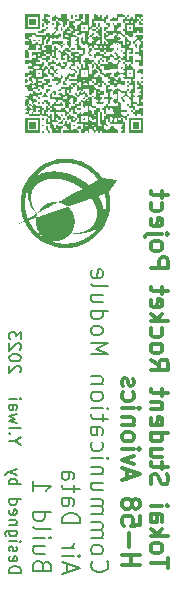
<source format=gbr>
%TF.GenerationSoftware,KiCad,Pcbnew,7.0.1-0*%
%TF.CreationDate,2023-05-23T13:59:42+09:00*%
%TF.ProjectId,AirData,41697244-6174-4612-9e6b-696361645f70,rev?*%
%TF.SameCoordinates,Original*%
%TF.FileFunction,Legend,Bot*%
%TF.FilePolarity,Positive*%
%FSLAX46Y46*%
G04 Gerber Fmt 4.6, Leading zero omitted, Abs format (unit mm)*
G04 Created by KiCad (PCBNEW 7.0.1-0) date 2023-05-23 13:59:42*
%MOMM*%
%LPD*%
G01*
G04 APERTURE LIST*
%ADD10C,0.300000*%
%ADD11C,0.153000*%
%ADD12C,0.187500*%
G04 APERTURE END LIST*
D10*
X155113571Y-105357142D02*
X155113571Y-104500000D01*
X153613571Y-104928571D02*
X155113571Y-104928571D01*
X153613571Y-103785714D02*
X153685000Y-103928571D01*
X153685000Y-103928571D02*
X153756428Y-104000000D01*
X153756428Y-104000000D02*
X153899285Y-104071428D01*
X153899285Y-104071428D02*
X154327857Y-104071428D01*
X154327857Y-104071428D02*
X154470714Y-104000000D01*
X154470714Y-104000000D02*
X154542142Y-103928571D01*
X154542142Y-103928571D02*
X154613571Y-103785714D01*
X154613571Y-103785714D02*
X154613571Y-103571428D01*
X154613571Y-103571428D02*
X154542142Y-103428571D01*
X154542142Y-103428571D02*
X154470714Y-103357143D01*
X154470714Y-103357143D02*
X154327857Y-103285714D01*
X154327857Y-103285714D02*
X153899285Y-103285714D01*
X153899285Y-103285714D02*
X153756428Y-103357143D01*
X153756428Y-103357143D02*
X153685000Y-103428571D01*
X153685000Y-103428571D02*
X153613571Y-103571428D01*
X153613571Y-103571428D02*
X153613571Y-103785714D01*
X153613571Y-102642857D02*
X155113571Y-102642857D01*
X154185000Y-102500000D02*
X153613571Y-102071428D01*
X154613571Y-102071428D02*
X154042142Y-102642857D01*
X153613571Y-100785714D02*
X154399285Y-100785714D01*
X154399285Y-100785714D02*
X154542142Y-100857142D01*
X154542142Y-100857142D02*
X154613571Y-100999999D01*
X154613571Y-100999999D02*
X154613571Y-101285714D01*
X154613571Y-101285714D02*
X154542142Y-101428571D01*
X153685000Y-100785714D02*
X153613571Y-100928571D01*
X153613571Y-100928571D02*
X153613571Y-101285714D01*
X153613571Y-101285714D02*
X153685000Y-101428571D01*
X153685000Y-101428571D02*
X153827857Y-101499999D01*
X153827857Y-101499999D02*
X153970714Y-101499999D01*
X153970714Y-101499999D02*
X154113571Y-101428571D01*
X154113571Y-101428571D02*
X154185000Y-101285714D01*
X154185000Y-101285714D02*
X154185000Y-100928571D01*
X154185000Y-100928571D02*
X154256428Y-100785714D01*
X153613571Y-100071428D02*
X154613571Y-100071428D01*
X155113571Y-100071428D02*
X155042142Y-100142856D01*
X155042142Y-100142856D02*
X154970714Y-100071428D01*
X154970714Y-100071428D02*
X155042142Y-99999999D01*
X155042142Y-99999999D02*
X155113571Y-100071428D01*
X155113571Y-100071428D02*
X154970714Y-100071428D01*
X153685000Y-98285713D02*
X153613571Y-98071428D01*
X153613571Y-98071428D02*
X153613571Y-97714285D01*
X153613571Y-97714285D02*
X153685000Y-97571428D01*
X153685000Y-97571428D02*
X153756428Y-97499999D01*
X153756428Y-97499999D02*
X153899285Y-97428570D01*
X153899285Y-97428570D02*
X154042142Y-97428570D01*
X154042142Y-97428570D02*
X154185000Y-97499999D01*
X154185000Y-97499999D02*
X154256428Y-97571428D01*
X154256428Y-97571428D02*
X154327857Y-97714285D01*
X154327857Y-97714285D02*
X154399285Y-97999999D01*
X154399285Y-97999999D02*
X154470714Y-98142856D01*
X154470714Y-98142856D02*
X154542142Y-98214285D01*
X154542142Y-98214285D02*
X154685000Y-98285713D01*
X154685000Y-98285713D02*
X154827857Y-98285713D01*
X154827857Y-98285713D02*
X154970714Y-98214285D01*
X154970714Y-98214285D02*
X155042142Y-98142856D01*
X155042142Y-98142856D02*
X155113571Y-97999999D01*
X155113571Y-97999999D02*
X155113571Y-97642856D01*
X155113571Y-97642856D02*
X155042142Y-97428570D01*
X154613571Y-96999999D02*
X154613571Y-96428571D01*
X155113571Y-96785714D02*
X153827857Y-96785714D01*
X153827857Y-96785714D02*
X153685000Y-96714285D01*
X153685000Y-96714285D02*
X153613571Y-96571428D01*
X153613571Y-96571428D02*
X153613571Y-96428571D01*
X154613571Y-95285714D02*
X153613571Y-95285714D01*
X154613571Y-95928571D02*
X153827857Y-95928571D01*
X153827857Y-95928571D02*
X153685000Y-95857142D01*
X153685000Y-95857142D02*
X153613571Y-95714285D01*
X153613571Y-95714285D02*
X153613571Y-95499999D01*
X153613571Y-95499999D02*
X153685000Y-95357142D01*
X153685000Y-95357142D02*
X153756428Y-95285714D01*
X153613571Y-93928571D02*
X155113571Y-93928571D01*
X153685000Y-93928571D02*
X153613571Y-94071428D01*
X153613571Y-94071428D02*
X153613571Y-94357142D01*
X153613571Y-94357142D02*
X153685000Y-94499999D01*
X153685000Y-94499999D02*
X153756428Y-94571428D01*
X153756428Y-94571428D02*
X153899285Y-94642856D01*
X153899285Y-94642856D02*
X154327857Y-94642856D01*
X154327857Y-94642856D02*
X154470714Y-94571428D01*
X154470714Y-94571428D02*
X154542142Y-94499999D01*
X154542142Y-94499999D02*
X154613571Y-94357142D01*
X154613571Y-94357142D02*
X154613571Y-94071428D01*
X154613571Y-94071428D02*
X154542142Y-93928571D01*
X153685000Y-92642856D02*
X153613571Y-92785713D01*
X153613571Y-92785713D02*
X153613571Y-93071428D01*
X153613571Y-93071428D02*
X153685000Y-93214285D01*
X153685000Y-93214285D02*
X153827857Y-93285713D01*
X153827857Y-93285713D02*
X154399285Y-93285713D01*
X154399285Y-93285713D02*
X154542142Y-93214285D01*
X154542142Y-93214285D02*
X154613571Y-93071428D01*
X154613571Y-93071428D02*
X154613571Y-92785713D01*
X154613571Y-92785713D02*
X154542142Y-92642856D01*
X154542142Y-92642856D02*
X154399285Y-92571428D01*
X154399285Y-92571428D02*
X154256428Y-92571428D01*
X154256428Y-92571428D02*
X154113571Y-93285713D01*
X154613571Y-91928571D02*
X153613571Y-91928571D01*
X154470714Y-91928571D02*
X154542142Y-91857142D01*
X154542142Y-91857142D02*
X154613571Y-91714285D01*
X154613571Y-91714285D02*
X154613571Y-91499999D01*
X154613571Y-91499999D02*
X154542142Y-91357142D01*
X154542142Y-91357142D02*
X154399285Y-91285714D01*
X154399285Y-91285714D02*
X153613571Y-91285714D01*
X154613571Y-90785713D02*
X154613571Y-90214285D01*
X155113571Y-90571428D02*
X153827857Y-90571428D01*
X153827857Y-90571428D02*
X153685000Y-90499999D01*
X153685000Y-90499999D02*
X153613571Y-90357142D01*
X153613571Y-90357142D02*
X153613571Y-90214285D01*
X153613571Y-87714285D02*
X154327857Y-88214285D01*
X153613571Y-88571428D02*
X155113571Y-88571428D01*
X155113571Y-88571428D02*
X155113571Y-87999999D01*
X155113571Y-87999999D02*
X155042142Y-87857142D01*
X155042142Y-87857142D02*
X154970714Y-87785713D01*
X154970714Y-87785713D02*
X154827857Y-87714285D01*
X154827857Y-87714285D02*
X154613571Y-87714285D01*
X154613571Y-87714285D02*
X154470714Y-87785713D01*
X154470714Y-87785713D02*
X154399285Y-87857142D01*
X154399285Y-87857142D02*
X154327857Y-87999999D01*
X154327857Y-87999999D02*
X154327857Y-88571428D01*
X153613571Y-86857142D02*
X153685000Y-86999999D01*
X153685000Y-86999999D02*
X153756428Y-87071428D01*
X153756428Y-87071428D02*
X153899285Y-87142856D01*
X153899285Y-87142856D02*
X154327857Y-87142856D01*
X154327857Y-87142856D02*
X154470714Y-87071428D01*
X154470714Y-87071428D02*
X154542142Y-86999999D01*
X154542142Y-86999999D02*
X154613571Y-86857142D01*
X154613571Y-86857142D02*
X154613571Y-86642856D01*
X154613571Y-86642856D02*
X154542142Y-86499999D01*
X154542142Y-86499999D02*
X154470714Y-86428571D01*
X154470714Y-86428571D02*
X154327857Y-86357142D01*
X154327857Y-86357142D02*
X153899285Y-86357142D01*
X153899285Y-86357142D02*
X153756428Y-86428571D01*
X153756428Y-86428571D02*
X153685000Y-86499999D01*
X153685000Y-86499999D02*
X153613571Y-86642856D01*
X153613571Y-86642856D02*
X153613571Y-86857142D01*
X153685000Y-85071428D02*
X153613571Y-85214285D01*
X153613571Y-85214285D02*
X153613571Y-85499999D01*
X153613571Y-85499999D02*
X153685000Y-85642856D01*
X153685000Y-85642856D02*
X153756428Y-85714285D01*
X153756428Y-85714285D02*
X153899285Y-85785713D01*
X153899285Y-85785713D02*
X154327857Y-85785713D01*
X154327857Y-85785713D02*
X154470714Y-85714285D01*
X154470714Y-85714285D02*
X154542142Y-85642856D01*
X154542142Y-85642856D02*
X154613571Y-85499999D01*
X154613571Y-85499999D02*
X154613571Y-85214285D01*
X154613571Y-85214285D02*
X154542142Y-85071428D01*
X153613571Y-84428571D02*
X155113571Y-84428571D01*
X154185000Y-84285714D02*
X153613571Y-83857142D01*
X154613571Y-83857142D02*
X154042142Y-84428571D01*
X153685000Y-82642856D02*
X153613571Y-82785713D01*
X153613571Y-82785713D02*
X153613571Y-83071428D01*
X153613571Y-83071428D02*
X153685000Y-83214285D01*
X153685000Y-83214285D02*
X153827857Y-83285713D01*
X153827857Y-83285713D02*
X154399285Y-83285713D01*
X154399285Y-83285713D02*
X154542142Y-83214285D01*
X154542142Y-83214285D02*
X154613571Y-83071428D01*
X154613571Y-83071428D02*
X154613571Y-82785713D01*
X154613571Y-82785713D02*
X154542142Y-82642856D01*
X154542142Y-82642856D02*
X154399285Y-82571428D01*
X154399285Y-82571428D02*
X154256428Y-82571428D01*
X154256428Y-82571428D02*
X154113571Y-83285713D01*
X154613571Y-82142856D02*
X154613571Y-81571428D01*
X155113571Y-81928571D02*
X153827857Y-81928571D01*
X153827857Y-81928571D02*
X153685000Y-81857142D01*
X153685000Y-81857142D02*
X153613571Y-81714285D01*
X153613571Y-81714285D02*
X153613571Y-81571428D01*
X153613571Y-79928571D02*
X155113571Y-79928571D01*
X155113571Y-79928571D02*
X155113571Y-79357142D01*
X155113571Y-79357142D02*
X155042142Y-79214285D01*
X155042142Y-79214285D02*
X154970714Y-79142856D01*
X154970714Y-79142856D02*
X154827857Y-79071428D01*
X154827857Y-79071428D02*
X154613571Y-79071428D01*
X154613571Y-79071428D02*
X154470714Y-79142856D01*
X154470714Y-79142856D02*
X154399285Y-79214285D01*
X154399285Y-79214285D02*
X154327857Y-79357142D01*
X154327857Y-79357142D02*
X154327857Y-79928571D01*
X153613571Y-78214285D02*
X153685000Y-78357142D01*
X153685000Y-78357142D02*
X153756428Y-78428571D01*
X153756428Y-78428571D02*
X153899285Y-78499999D01*
X153899285Y-78499999D02*
X154327857Y-78499999D01*
X154327857Y-78499999D02*
X154470714Y-78428571D01*
X154470714Y-78428571D02*
X154542142Y-78357142D01*
X154542142Y-78357142D02*
X154613571Y-78214285D01*
X154613571Y-78214285D02*
X154613571Y-77999999D01*
X154613571Y-77999999D02*
X154542142Y-77857142D01*
X154542142Y-77857142D02*
X154470714Y-77785714D01*
X154470714Y-77785714D02*
X154327857Y-77714285D01*
X154327857Y-77714285D02*
X153899285Y-77714285D01*
X153899285Y-77714285D02*
X153756428Y-77785714D01*
X153756428Y-77785714D02*
X153685000Y-77857142D01*
X153685000Y-77857142D02*
X153613571Y-77999999D01*
X153613571Y-77999999D02*
X153613571Y-78214285D01*
X154613571Y-77071428D02*
X153327857Y-77071428D01*
X153327857Y-77071428D02*
X153185000Y-77142856D01*
X153185000Y-77142856D02*
X153113571Y-77285713D01*
X153113571Y-77285713D02*
X153113571Y-77357142D01*
X155113571Y-77071428D02*
X155042142Y-77142856D01*
X155042142Y-77142856D02*
X154970714Y-77071428D01*
X154970714Y-77071428D02*
X155042142Y-76999999D01*
X155042142Y-76999999D02*
X155113571Y-77071428D01*
X155113571Y-77071428D02*
X154970714Y-77071428D01*
X153685000Y-75785713D02*
X153613571Y-75928570D01*
X153613571Y-75928570D02*
X153613571Y-76214285D01*
X153613571Y-76214285D02*
X153685000Y-76357142D01*
X153685000Y-76357142D02*
X153827857Y-76428570D01*
X153827857Y-76428570D02*
X154399285Y-76428570D01*
X154399285Y-76428570D02*
X154542142Y-76357142D01*
X154542142Y-76357142D02*
X154613571Y-76214285D01*
X154613571Y-76214285D02*
X154613571Y-75928570D01*
X154613571Y-75928570D02*
X154542142Y-75785713D01*
X154542142Y-75785713D02*
X154399285Y-75714285D01*
X154399285Y-75714285D02*
X154256428Y-75714285D01*
X154256428Y-75714285D02*
X154113571Y-76428570D01*
X153685000Y-74428571D02*
X153613571Y-74571428D01*
X153613571Y-74571428D02*
X153613571Y-74857142D01*
X153613571Y-74857142D02*
X153685000Y-74999999D01*
X153685000Y-74999999D02*
X153756428Y-75071428D01*
X153756428Y-75071428D02*
X153899285Y-75142856D01*
X153899285Y-75142856D02*
X154327857Y-75142856D01*
X154327857Y-75142856D02*
X154470714Y-75071428D01*
X154470714Y-75071428D02*
X154542142Y-74999999D01*
X154542142Y-74999999D02*
X154613571Y-74857142D01*
X154613571Y-74857142D02*
X154613571Y-74571428D01*
X154613571Y-74571428D02*
X154542142Y-74428571D01*
X154613571Y-73999999D02*
X154613571Y-73428571D01*
X155113571Y-73785714D02*
X153827857Y-73785714D01*
X153827857Y-73785714D02*
X153685000Y-73714285D01*
X153685000Y-73714285D02*
X153613571Y-73571428D01*
X153613571Y-73571428D02*
X153613571Y-73428571D01*
X151183571Y-105142857D02*
X152683571Y-105142857D01*
X151969285Y-105142857D02*
X151969285Y-104285714D01*
X151183571Y-104285714D02*
X152683571Y-104285714D01*
X151755000Y-103571428D02*
X151755000Y-102428571D01*
X152683571Y-100999999D02*
X152683571Y-101714285D01*
X152683571Y-101714285D02*
X151969285Y-101785713D01*
X151969285Y-101785713D02*
X152040714Y-101714285D01*
X152040714Y-101714285D02*
X152112142Y-101571428D01*
X152112142Y-101571428D02*
X152112142Y-101214285D01*
X152112142Y-101214285D02*
X152040714Y-101071428D01*
X152040714Y-101071428D02*
X151969285Y-100999999D01*
X151969285Y-100999999D02*
X151826428Y-100928570D01*
X151826428Y-100928570D02*
X151469285Y-100928570D01*
X151469285Y-100928570D02*
X151326428Y-100999999D01*
X151326428Y-100999999D02*
X151255000Y-101071428D01*
X151255000Y-101071428D02*
X151183571Y-101214285D01*
X151183571Y-101214285D02*
X151183571Y-101571428D01*
X151183571Y-101571428D02*
X151255000Y-101714285D01*
X151255000Y-101714285D02*
X151326428Y-101785713D01*
X152040714Y-100071428D02*
X152112142Y-100214285D01*
X152112142Y-100214285D02*
X152183571Y-100285714D01*
X152183571Y-100285714D02*
X152326428Y-100357142D01*
X152326428Y-100357142D02*
X152397857Y-100357142D01*
X152397857Y-100357142D02*
X152540714Y-100285714D01*
X152540714Y-100285714D02*
X152612142Y-100214285D01*
X152612142Y-100214285D02*
X152683571Y-100071428D01*
X152683571Y-100071428D02*
X152683571Y-99785714D01*
X152683571Y-99785714D02*
X152612142Y-99642857D01*
X152612142Y-99642857D02*
X152540714Y-99571428D01*
X152540714Y-99571428D02*
X152397857Y-99499999D01*
X152397857Y-99499999D02*
X152326428Y-99499999D01*
X152326428Y-99499999D02*
X152183571Y-99571428D01*
X152183571Y-99571428D02*
X152112142Y-99642857D01*
X152112142Y-99642857D02*
X152040714Y-99785714D01*
X152040714Y-99785714D02*
X152040714Y-100071428D01*
X152040714Y-100071428D02*
X151969285Y-100214285D01*
X151969285Y-100214285D02*
X151897857Y-100285714D01*
X151897857Y-100285714D02*
X151755000Y-100357142D01*
X151755000Y-100357142D02*
X151469285Y-100357142D01*
X151469285Y-100357142D02*
X151326428Y-100285714D01*
X151326428Y-100285714D02*
X151255000Y-100214285D01*
X151255000Y-100214285D02*
X151183571Y-100071428D01*
X151183571Y-100071428D02*
X151183571Y-99785714D01*
X151183571Y-99785714D02*
X151255000Y-99642857D01*
X151255000Y-99642857D02*
X151326428Y-99571428D01*
X151326428Y-99571428D02*
X151469285Y-99499999D01*
X151469285Y-99499999D02*
X151755000Y-99499999D01*
X151755000Y-99499999D02*
X151897857Y-99571428D01*
X151897857Y-99571428D02*
X151969285Y-99642857D01*
X151969285Y-99642857D02*
X152040714Y-99785714D01*
X151612142Y-97785714D02*
X151612142Y-97071429D01*
X151183571Y-97928571D02*
X152683571Y-97428571D01*
X152683571Y-97428571D02*
X151183571Y-96928571D01*
X152183571Y-96571429D02*
X151183571Y-96214286D01*
X151183571Y-96214286D02*
X152183571Y-95857143D01*
X151183571Y-95285715D02*
X152183571Y-95285715D01*
X152683571Y-95285715D02*
X152612142Y-95357143D01*
X152612142Y-95357143D02*
X152540714Y-95285715D01*
X152540714Y-95285715D02*
X152612142Y-95214286D01*
X152612142Y-95214286D02*
X152683571Y-95285715D01*
X152683571Y-95285715D02*
X152540714Y-95285715D01*
X151183571Y-94357143D02*
X151255000Y-94500000D01*
X151255000Y-94500000D02*
X151326428Y-94571429D01*
X151326428Y-94571429D02*
X151469285Y-94642857D01*
X151469285Y-94642857D02*
X151897857Y-94642857D01*
X151897857Y-94642857D02*
X152040714Y-94571429D01*
X152040714Y-94571429D02*
X152112142Y-94500000D01*
X152112142Y-94500000D02*
X152183571Y-94357143D01*
X152183571Y-94357143D02*
X152183571Y-94142857D01*
X152183571Y-94142857D02*
X152112142Y-94000000D01*
X152112142Y-94000000D02*
X152040714Y-93928572D01*
X152040714Y-93928572D02*
X151897857Y-93857143D01*
X151897857Y-93857143D02*
X151469285Y-93857143D01*
X151469285Y-93857143D02*
X151326428Y-93928572D01*
X151326428Y-93928572D02*
X151255000Y-94000000D01*
X151255000Y-94000000D02*
X151183571Y-94142857D01*
X151183571Y-94142857D02*
X151183571Y-94357143D01*
X152183571Y-93214286D02*
X151183571Y-93214286D01*
X152040714Y-93214286D02*
X152112142Y-93142857D01*
X152112142Y-93142857D02*
X152183571Y-93000000D01*
X152183571Y-93000000D02*
X152183571Y-92785714D01*
X152183571Y-92785714D02*
X152112142Y-92642857D01*
X152112142Y-92642857D02*
X151969285Y-92571429D01*
X151969285Y-92571429D02*
X151183571Y-92571429D01*
X151183571Y-91857143D02*
X152183571Y-91857143D01*
X152683571Y-91857143D02*
X152612142Y-91928571D01*
X152612142Y-91928571D02*
X152540714Y-91857143D01*
X152540714Y-91857143D02*
X152612142Y-91785714D01*
X152612142Y-91785714D02*
X152683571Y-91857143D01*
X152683571Y-91857143D02*
X152540714Y-91857143D01*
X151255000Y-90500000D02*
X151183571Y-90642857D01*
X151183571Y-90642857D02*
X151183571Y-90928571D01*
X151183571Y-90928571D02*
X151255000Y-91071428D01*
X151255000Y-91071428D02*
X151326428Y-91142857D01*
X151326428Y-91142857D02*
X151469285Y-91214285D01*
X151469285Y-91214285D02*
X151897857Y-91214285D01*
X151897857Y-91214285D02*
X152040714Y-91142857D01*
X152040714Y-91142857D02*
X152112142Y-91071428D01*
X152112142Y-91071428D02*
X152183571Y-90928571D01*
X152183571Y-90928571D02*
X152183571Y-90642857D01*
X152183571Y-90642857D02*
X152112142Y-90500000D01*
X151255000Y-89928571D02*
X151183571Y-89785714D01*
X151183571Y-89785714D02*
X151183571Y-89500000D01*
X151183571Y-89500000D02*
X151255000Y-89357143D01*
X151255000Y-89357143D02*
X151397857Y-89285714D01*
X151397857Y-89285714D02*
X151469285Y-89285714D01*
X151469285Y-89285714D02*
X151612142Y-89357143D01*
X151612142Y-89357143D02*
X151683571Y-89500000D01*
X151683571Y-89500000D02*
X151683571Y-89714286D01*
X151683571Y-89714286D02*
X151755000Y-89857143D01*
X151755000Y-89857143D02*
X151897857Y-89928571D01*
X151897857Y-89928571D02*
X151969285Y-89928571D01*
X151969285Y-89928571D02*
X152112142Y-89857143D01*
X152112142Y-89857143D02*
X152183571Y-89714286D01*
X152183571Y-89714286D02*
X152183571Y-89500000D01*
X152183571Y-89500000D02*
X152112142Y-89357143D01*
D11*
X141622380Y-105761904D02*
X142622380Y-105761904D01*
X142622380Y-105761904D02*
X142622380Y-105523809D01*
X142622380Y-105523809D02*
X142574761Y-105380952D01*
X142574761Y-105380952D02*
X142479523Y-105285714D01*
X142479523Y-105285714D02*
X142384285Y-105238095D01*
X142384285Y-105238095D02*
X142193809Y-105190476D01*
X142193809Y-105190476D02*
X142050952Y-105190476D01*
X142050952Y-105190476D02*
X141860476Y-105238095D01*
X141860476Y-105238095D02*
X141765238Y-105285714D01*
X141765238Y-105285714D02*
X141670000Y-105380952D01*
X141670000Y-105380952D02*
X141622380Y-105523809D01*
X141622380Y-105523809D02*
X141622380Y-105761904D01*
X141670000Y-104380952D02*
X141622380Y-104476190D01*
X141622380Y-104476190D02*
X141622380Y-104666666D01*
X141622380Y-104666666D02*
X141670000Y-104761904D01*
X141670000Y-104761904D02*
X141765238Y-104809523D01*
X141765238Y-104809523D02*
X142146190Y-104809523D01*
X142146190Y-104809523D02*
X142241428Y-104761904D01*
X142241428Y-104761904D02*
X142289047Y-104666666D01*
X142289047Y-104666666D02*
X142289047Y-104476190D01*
X142289047Y-104476190D02*
X142241428Y-104380952D01*
X142241428Y-104380952D02*
X142146190Y-104333333D01*
X142146190Y-104333333D02*
X142050952Y-104333333D01*
X142050952Y-104333333D02*
X141955714Y-104809523D01*
X141670000Y-103952380D02*
X141622380Y-103857142D01*
X141622380Y-103857142D02*
X141622380Y-103666666D01*
X141622380Y-103666666D02*
X141670000Y-103571428D01*
X141670000Y-103571428D02*
X141765238Y-103523809D01*
X141765238Y-103523809D02*
X141812857Y-103523809D01*
X141812857Y-103523809D02*
X141908095Y-103571428D01*
X141908095Y-103571428D02*
X141955714Y-103666666D01*
X141955714Y-103666666D02*
X141955714Y-103809523D01*
X141955714Y-103809523D02*
X142003333Y-103904761D01*
X142003333Y-103904761D02*
X142098571Y-103952380D01*
X142098571Y-103952380D02*
X142146190Y-103952380D01*
X142146190Y-103952380D02*
X142241428Y-103904761D01*
X142241428Y-103904761D02*
X142289047Y-103809523D01*
X142289047Y-103809523D02*
X142289047Y-103666666D01*
X142289047Y-103666666D02*
X142241428Y-103571428D01*
X141622380Y-103095237D02*
X142289047Y-103095237D01*
X142622380Y-103095237D02*
X142574761Y-103142856D01*
X142574761Y-103142856D02*
X142527142Y-103095237D01*
X142527142Y-103095237D02*
X142574761Y-103047618D01*
X142574761Y-103047618D02*
X142622380Y-103095237D01*
X142622380Y-103095237D02*
X142527142Y-103095237D01*
X142289047Y-102190476D02*
X141479523Y-102190476D01*
X141479523Y-102190476D02*
X141384285Y-102238095D01*
X141384285Y-102238095D02*
X141336666Y-102285714D01*
X141336666Y-102285714D02*
X141289047Y-102380952D01*
X141289047Y-102380952D02*
X141289047Y-102523809D01*
X141289047Y-102523809D02*
X141336666Y-102619047D01*
X141670000Y-102190476D02*
X141622380Y-102285714D01*
X141622380Y-102285714D02*
X141622380Y-102476190D01*
X141622380Y-102476190D02*
X141670000Y-102571428D01*
X141670000Y-102571428D02*
X141717619Y-102619047D01*
X141717619Y-102619047D02*
X141812857Y-102666666D01*
X141812857Y-102666666D02*
X142098571Y-102666666D01*
X142098571Y-102666666D02*
X142193809Y-102619047D01*
X142193809Y-102619047D02*
X142241428Y-102571428D01*
X142241428Y-102571428D02*
X142289047Y-102476190D01*
X142289047Y-102476190D02*
X142289047Y-102285714D01*
X142289047Y-102285714D02*
X142241428Y-102190476D01*
X142289047Y-101714285D02*
X141622380Y-101714285D01*
X142193809Y-101714285D02*
X142241428Y-101666666D01*
X142241428Y-101666666D02*
X142289047Y-101571428D01*
X142289047Y-101571428D02*
X142289047Y-101428571D01*
X142289047Y-101428571D02*
X142241428Y-101333333D01*
X142241428Y-101333333D02*
X142146190Y-101285714D01*
X142146190Y-101285714D02*
X141622380Y-101285714D01*
X141670000Y-100428571D02*
X141622380Y-100523809D01*
X141622380Y-100523809D02*
X141622380Y-100714285D01*
X141622380Y-100714285D02*
X141670000Y-100809523D01*
X141670000Y-100809523D02*
X141765238Y-100857142D01*
X141765238Y-100857142D02*
X142146190Y-100857142D01*
X142146190Y-100857142D02*
X142241428Y-100809523D01*
X142241428Y-100809523D02*
X142289047Y-100714285D01*
X142289047Y-100714285D02*
X142289047Y-100523809D01*
X142289047Y-100523809D02*
X142241428Y-100428571D01*
X142241428Y-100428571D02*
X142146190Y-100380952D01*
X142146190Y-100380952D02*
X142050952Y-100380952D01*
X142050952Y-100380952D02*
X141955714Y-100857142D01*
X141622380Y-99523809D02*
X142622380Y-99523809D01*
X141670000Y-99523809D02*
X141622380Y-99619047D01*
X141622380Y-99619047D02*
X141622380Y-99809523D01*
X141622380Y-99809523D02*
X141670000Y-99904761D01*
X141670000Y-99904761D02*
X141717619Y-99952380D01*
X141717619Y-99952380D02*
X141812857Y-99999999D01*
X141812857Y-99999999D02*
X142098571Y-99999999D01*
X142098571Y-99999999D02*
X142193809Y-99952380D01*
X142193809Y-99952380D02*
X142241428Y-99904761D01*
X142241428Y-99904761D02*
X142289047Y-99809523D01*
X142289047Y-99809523D02*
X142289047Y-99619047D01*
X142289047Y-99619047D02*
X142241428Y-99523809D01*
X141622380Y-98285713D02*
X142622380Y-98285713D01*
X142241428Y-98285713D02*
X142289047Y-98190475D01*
X142289047Y-98190475D02*
X142289047Y-97999999D01*
X142289047Y-97999999D02*
X142241428Y-97904761D01*
X142241428Y-97904761D02*
X142193809Y-97857142D01*
X142193809Y-97857142D02*
X142098571Y-97809523D01*
X142098571Y-97809523D02*
X141812857Y-97809523D01*
X141812857Y-97809523D02*
X141717619Y-97857142D01*
X141717619Y-97857142D02*
X141670000Y-97904761D01*
X141670000Y-97904761D02*
X141622380Y-97999999D01*
X141622380Y-97999999D02*
X141622380Y-98190475D01*
X141622380Y-98190475D02*
X141670000Y-98285713D01*
X142289047Y-97476189D02*
X141622380Y-97238094D01*
X142289047Y-96999999D02*
X141622380Y-97238094D01*
X141622380Y-97238094D02*
X141384285Y-97333332D01*
X141384285Y-97333332D02*
X141336666Y-97380951D01*
X141336666Y-97380951D02*
X141289047Y-97476189D01*
X142098571Y-94619046D02*
X141622380Y-94619046D01*
X142622380Y-94952379D02*
X142098571Y-94619046D01*
X142098571Y-94619046D02*
X142622380Y-94285713D01*
X141717619Y-93952379D02*
X141670000Y-93904760D01*
X141670000Y-93904760D02*
X141622380Y-93952379D01*
X141622380Y-93952379D02*
X141670000Y-93999998D01*
X141670000Y-93999998D02*
X141717619Y-93952379D01*
X141717619Y-93952379D02*
X141622380Y-93952379D01*
X141622380Y-93476189D02*
X142622380Y-93476189D01*
X142289047Y-93095237D02*
X141622380Y-92904761D01*
X141622380Y-92904761D02*
X142098571Y-92714285D01*
X142098571Y-92714285D02*
X141622380Y-92523809D01*
X141622380Y-92523809D02*
X142289047Y-92333333D01*
X141622380Y-91523809D02*
X142146190Y-91523809D01*
X142146190Y-91523809D02*
X142241428Y-91571428D01*
X142241428Y-91571428D02*
X142289047Y-91666666D01*
X142289047Y-91666666D02*
X142289047Y-91857142D01*
X142289047Y-91857142D02*
X142241428Y-91952380D01*
X141670000Y-91523809D02*
X141622380Y-91619047D01*
X141622380Y-91619047D02*
X141622380Y-91857142D01*
X141622380Y-91857142D02*
X141670000Y-91952380D01*
X141670000Y-91952380D02*
X141765238Y-91999999D01*
X141765238Y-91999999D02*
X141860476Y-91999999D01*
X141860476Y-91999999D02*
X141955714Y-91952380D01*
X141955714Y-91952380D02*
X142003333Y-91857142D01*
X142003333Y-91857142D02*
X142003333Y-91619047D01*
X142003333Y-91619047D02*
X142050952Y-91523809D01*
X141622380Y-91047618D02*
X142289047Y-91047618D01*
X142622380Y-91047618D02*
X142574761Y-91095237D01*
X142574761Y-91095237D02*
X142527142Y-91047618D01*
X142527142Y-91047618D02*
X142574761Y-90999999D01*
X142574761Y-90999999D02*
X142622380Y-91047618D01*
X142622380Y-91047618D02*
X142527142Y-91047618D01*
X142527142Y-88809523D02*
X142574761Y-88761904D01*
X142574761Y-88761904D02*
X142622380Y-88666666D01*
X142622380Y-88666666D02*
X142622380Y-88428571D01*
X142622380Y-88428571D02*
X142574761Y-88333333D01*
X142574761Y-88333333D02*
X142527142Y-88285714D01*
X142527142Y-88285714D02*
X142431904Y-88238095D01*
X142431904Y-88238095D02*
X142336666Y-88238095D01*
X142336666Y-88238095D02*
X142193809Y-88285714D01*
X142193809Y-88285714D02*
X141622380Y-88857142D01*
X141622380Y-88857142D02*
X141622380Y-88238095D01*
X142622380Y-87619047D02*
X142622380Y-87523809D01*
X142622380Y-87523809D02*
X142574761Y-87428571D01*
X142574761Y-87428571D02*
X142527142Y-87380952D01*
X142527142Y-87380952D02*
X142431904Y-87333333D01*
X142431904Y-87333333D02*
X142241428Y-87285714D01*
X142241428Y-87285714D02*
X142003333Y-87285714D01*
X142003333Y-87285714D02*
X141812857Y-87333333D01*
X141812857Y-87333333D02*
X141717619Y-87380952D01*
X141717619Y-87380952D02*
X141670000Y-87428571D01*
X141670000Y-87428571D02*
X141622380Y-87523809D01*
X141622380Y-87523809D02*
X141622380Y-87619047D01*
X141622380Y-87619047D02*
X141670000Y-87714285D01*
X141670000Y-87714285D02*
X141717619Y-87761904D01*
X141717619Y-87761904D02*
X141812857Y-87809523D01*
X141812857Y-87809523D02*
X142003333Y-87857142D01*
X142003333Y-87857142D02*
X142241428Y-87857142D01*
X142241428Y-87857142D02*
X142431904Y-87809523D01*
X142431904Y-87809523D02*
X142527142Y-87761904D01*
X142527142Y-87761904D02*
X142574761Y-87714285D01*
X142574761Y-87714285D02*
X142622380Y-87619047D01*
X142527142Y-86904761D02*
X142574761Y-86857142D01*
X142574761Y-86857142D02*
X142622380Y-86761904D01*
X142622380Y-86761904D02*
X142622380Y-86523809D01*
X142622380Y-86523809D02*
X142574761Y-86428571D01*
X142574761Y-86428571D02*
X142527142Y-86380952D01*
X142527142Y-86380952D02*
X142431904Y-86333333D01*
X142431904Y-86333333D02*
X142336666Y-86333333D01*
X142336666Y-86333333D02*
X142193809Y-86380952D01*
X142193809Y-86380952D02*
X141622380Y-86952380D01*
X141622380Y-86952380D02*
X141622380Y-86333333D01*
X142622380Y-85999999D02*
X142622380Y-85380952D01*
X142622380Y-85380952D02*
X142241428Y-85714285D01*
X142241428Y-85714285D02*
X142241428Y-85571428D01*
X142241428Y-85571428D02*
X142193809Y-85476190D01*
X142193809Y-85476190D02*
X142146190Y-85428571D01*
X142146190Y-85428571D02*
X142050952Y-85380952D01*
X142050952Y-85380952D02*
X141812857Y-85380952D01*
X141812857Y-85380952D02*
X141717619Y-85428571D01*
X141717619Y-85428571D02*
X141670000Y-85476190D01*
X141670000Y-85476190D02*
X141622380Y-85571428D01*
X141622380Y-85571428D02*
X141622380Y-85857142D01*
X141622380Y-85857142D02*
X141670000Y-85952380D01*
X141670000Y-85952380D02*
X141717619Y-85999999D01*
D12*
X148686428Y-104785714D02*
X148615000Y-104857142D01*
X148615000Y-104857142D02*
X148543571Y-105071428D01*
X148543571Y-105071428D02*
X148543571Y-105214285D01*
X148543571Y-105214285D02*
X148615000Y-105428571D01*
X148615000Y-105428571D02*
X148757857Y-105571428D01*
X148757857Y-105571428D02*
X148900714Y-105642857D01*
X148900714Y-105642857D02*
X149186428Y-105714285D01*
X149186428Y-105714285D02*
X149400714Y-105714285D01*
X149400714Y-105714285D02*
X149686428Y-105642857D01*
X149686428Y-105642857D02*
X149829285Y-105571428D01*
X149829285Y-105571428D02*
X149972142Y-105428571D01*
X149972142Y-105428571D02*
X150043571Y-105214285D01*
X150043571Y-105214285D02*
X150043571Y-105071428D01*
X150043571Y-105071428D02*
X149972142Y-104857142D01*
X149972142Y-104857142D02*
X149900714Y-104785714D01*
X148543571Y-103928571D02*
X148615000Y-104071428D01*
X148615000Y-104071428D02*
X148686428Y-104142857D01*
X148686428Y-104142857D02*
X148829285Y-104214285D01*
X148829285Y-104214285D02*
X149257857Y-104214285D01*
X149257857Y-104214285D02*
X149400714Y-104142857D01*
X149400714Y-104142857D02*
X149472142Y-104071428D01*
X149472142Y-104071428D02*
X149543571Y-103928571D01*
X149543571Y-103928571D02*
X149543571Y-103714285D01*
X149543571Y-103714285D02*
X149472142Y-103571428D01*
X149472142Y-103571428D02*
X149400714Y-103500000D01*
X149400714Y-103500000D02*
X149257857Y-103428571D01*
X149257857Y-103428571D02*
X148829285Y-103428571D01*
X148829285Y-103428571D02*
X148686428Y-103500000D01*
X148686428Y-103500000D02*
X148615000Y-103571428D01*
X148615000Y-103571428D02*
X148543571Y-103714285D01*
X148543571Y-103714285D02*
X148543571Y-103928571D01*
X148543571Y-102785714D02*
X149543571Y-102785714D01*
X149400714Y-102785714D02*
X149472142Y-102714285D01*
X149472142Y-102714285D02*
X149543571Y-102571428D01*
X149543571Y-102571428D02*
X149543571Y-102357142D01*
X149543571Y-102357142D02*
X149472142Y-102214285D01*
X149472142Y-102214285D02*
X149329285Y-102142857D01*
X149329285Y-102142857D02*
X148543571Y-102142857D01*
X149329285Y-102142857D02*
X149472142Y-102071428D01*
X149472142Y-102071428D02*
X149543571Y-101928571D01*
X149543571Y-101928571D02*
X149543571Y-101714285D01*
X149543571Y-101714285D02*
X149472142Y-101571428D01*
X149472142Y-101571428D02*
X149329285Y-101499999D01*
X149329285Y-101499999D02*
X148543571Y-101499999D01*
X148543571Y-100785714D02*
X149543571Y-100785714D01*
X149400714Y-100785714D02*
X149472142Y-100714285D01*
X149472142Y-100714285D02*
X149543571Y-100571428D01*
X149543571Y-100571428D02*
X149543571Y-100357142D01*
X149543571Y-100357142D02*
X149472142Y-100214285D01*
X149472142Y-100214285D02*
X149329285Y-100142857D01*
X149329285Y-100142857D02*
X148543571Y-100142857D01*
X149329285Y-100142857D02*
X149472142Y-100071428D01*
X149472142Y-100071428D02*
X149543571Y-99928571D01*
X149543571Y-99928571D02*
X149543571Y-99714285D01*
X149543571Y-99714285D02*
X149472142Y-99571428D01*
X149472142Y-99571428D02*
X149329285Y-99499999D01*
X149329285Y-99499999D02*
X148543571Y-99499999D01*
X149543571Y-98142857D02*
X148543571Y-98142857D01*
X149543571Y-98785714D02*
X148757857Y-98785714D01*
X148757857Y-98785714D02*
X148615000Y-98714285D01*
X148615000Y-98714285D02*
X148543571Y-98571428D01*
X148543571Y-98571428D02*
X148543571Y-98357142D01*
X148543571Y-98357142D02*
X148615000Y-98214285D01*
X148615000Y-98214285D02*
X148686428Y-98142857D01*
X149543571Y-97428571D02*
X148543571Y-97428571D01*
X149400714Y-97428571D02*
X149472142Y-97357142D01*
X149472142Y-97357142D02*
X149543571Y-97214285D01*
X149543571Y-97214285D02*
X149543571Y-96999999D01*
X149543571Y-96999999D02*
X149472142Y-96857142D01*
X149472142Y-96857142D02*
X149329285Y-96785714D01*
X149329285Y-96785714D02*
X148543571Y-96785714D01*
X148543571Y-96071428D02*
X149543571Y-96071428D01*
X150043571Y-96071428D02*
X149972142Y-96142856D01*
X149972142Y-96142856D02*
X149900714Y-96071428D01*
X149900714Y-96071428D02*
X149972142Y-95999999D01*
X149972142Y-95999999D02*
X150043571Y-96071428D01*
X150043571Y-96071428D02*
X149900714Y-96071428D01*
X148615000Y-94714285D02*
X148543571Y-94857142D01*
X148543571Y-94857142D02*
X148543571Y-95142856D01*
X148543571Y-95142856D02*
X148615000Y-95285713D01*
X148615000Y-95285713D02*
X148686428Y-95357142D01*
X148686428Y-95357142D02*
X148829285Y-95428570D01*
X148829285Y-95428570D02*
X149257857Y-95428570D01*
X149257857Y-95428570D02*
X149400714Y-95357142D01*
X149400714Y-95357142D02*
X149472142Y-95285713D01*
X149472142Y-95285713D02*
X149543571Y-95142856D01*
X149543571Y-95142856D02*
X149543571Y-94857142D01*
X149543571Y-94857142D02*
X149472142Y-94714285D01*
X148543571Y-93428571D02*
X149329285Y-93428571D01*
X149329285Y-93428571D02*
X149472142Y-93499999D01*
X149472142Y-93499999D02*
X149543571Y-93642856D01*
X149543571Y-93642856D02*
X149543571Y-93928571D01*
X149543571Y-93928571D02*
X149472142Y-94071428D01*
X148615000Y-93428571D02*
X148543571Y-93571428D01*
X148543571Y-93571428D02*
X148543571Y-93928571D01*
X148543571Y-93928571D02*
X148615000Y-94071428D01*
X148615000Y-94071428D02*
X148757857Y-94142856D01*
X148757857Y-94142856D02*
X148900714Y-94142856D01*
X148900714Y-94142856D02*
X149043571Y-94071428D01*
X149043571Y-94071428D02*
X149115000Y-93928571D01*
X149115000Y-93928571D02*
X149115000Y-93571428D01*
X149115000Y-93571428D02*
X149186428Y-93428571D01*
X149543571Y-92928570D02*
X149543571Y-92357142D01*
X150043571Y-92714285D02*
X148757857Y-92714285D01*
X148757857Y-92714285D02*
X148615000Y-92642856D01*
X148615000Y-92642856D02*
X148543571Y-92499999D01*
X148543571Y-92499999D02*
X148543571Y-92357142D01*
X148543571Y-91857142D02*
X149543571Y-91857142D01*
X150043571Y-91857142D02*
X149972142Y-91928570D01*
X149972142Y-91928570D02*
X149900714Y-91857142D01*
X149900714Y-91857142D02*
X149972142Y-91785713D01*
X149972142Y-91785713D02*
X150043571Y-91857142D01*
X150043571Y-91857142D02*
X149900714Y-91857142D01*
X148543571Y-90928570D02*
X148615000Y-91071427D01*
X148615000Y-91071427D02*
X148686428Y-91142856D01*
X148686428Y-91142856D02*
X148829285Y-91214284D01*
X148829285Y-91214284D02*
X149257857Y-91214284D01*
X149257857Y-91214284D02*
X149400714Y-91142856D01*
X149400714Y-91142856D02*
X149472142Y-91071427D01*
X149472142Y-91071427D02*
X149543571Y-90928570D01*
X149543571Y-90928570D02*
X149543571Y-90714284D01*
X149543571Y-90714284D02*
X149472142Y-90571427D01*
X149472142Y-90571427D02*
X149400714Y-90499999D01*
X149400714Y-90499999D02*
X149257857Y-90428570D01*
X149257857Y-90428570D02*
X148829285Y-90428570D01*
X148829285Y-90428570D02*
X148686428Y-90499999D01*
X148686428Y-90499999D02*
X148615000Y-90571427D01*
X148615000Y-90571427D02*
X148543571Y-90714284D01*
X148543571Y-90714284D02*
X148543571Y-90928570D01*
X149543571Y-89785713D02*
X148543571Y-89785713D01*
X149400714Y-89785713D02*
X149472142Y-89714284D01*
X149472142Y-89714284D02*
X149543571Y-89571427D01*
X149543571Y-89571427D02*
X149543571Y-89357141D01*
X149543571Y-89357141D02*
X149472142Y-89214284D01*
X149472142Y-89214284D02*
X149329285Y-89142856D01*
X149329285Y-89142856D02*
X148543571Y-89142856D01*
X148543571Y-87285713D02*
X150043571Y-87285713D01*
X150043571Y-87285713D02*
X148972142Y-86785713D01*
X148972142Y-86785713D02*
X150043571Y-86285713D01*
X150043571Y-86285713D02*
X148543571Y-86285713D01*
X148543571Y-85357141D02*
X148615000Y-85499998D01*
X148615000Y-85499998D02*
X148686428Y-85571427D01*
X148686428Y-85571427D02*
X148829285Y-85642855D01*
X148829285Y-85642855D02*
X149257857Y-85642855D01*
X149257857Y-85642855D02*
X149400714Y-85571427D01*
X149400714Y-85571427D02*
X149472142Y-85499998D01*
X149472142Y-85499998D02*
X149543571Y-85357141D01*
X149543571Y-85357141D02*
X149543571Y-85142855D01*
X149543571Y-85142855D02*
X149472142Y-84999998D01*
X149472142Y-84999998D02*
X149400714Y-84928570D01*
X149400714Y-84928570D02*
X149257857Y-84857141D01*
X149257857Y-84857141D02*
X148829285Y-84857141D01*
X148829285Y-84857141D02*
X148686428Y-84928570D01*
X148686428Y-84928570D02*
X148615000Y-84999998D01*
X148615000Y-84999998D02*
X148543571Y-85142855D01*
X148543571Y-85142855D02*
X148543571Y-85357141D01*
X148543571Y-83571427D02*
X150043571Y-83571427D01*
X148615000Y-83571427D02*
X148543571Y-83714284D01*
X148543571Y-83714284D02*
X148543571Y-83999998D01*
X148543571Y-83999998D02*
X148615000Y-84142855D01*
X148615000Y-84142855D02*
X148686428Y-84214284D01*
X148686428Y-84214284D02*
X148829285Y-84285712D01*
X148829285Y-84285712D02*
X149257857Y-84285712D01*
X149257857Y-84285712D02*
X149400714Y-84214284D01*
X149400714Y-84214284D02*
X149472142Y-84142855D01*
X149472142Y-84142855D02*
X149543571Y-83999998D01*
X149543571Y-83999998D02*
X149543571Y-83714284D01*
X149543571Y-83714284D02*
X149472142Y-83571427D01*
X149543571Y-82214284D02*
X148543571Y-82214284D01*
X149543571Y-82857141D02*
X148757857Y-82857141D01*
X148757857Y-82857141D02*
X148615000Y-82785712D01*
X148615000Y-82785712D02*
X148543571Y-82642855D01*
X148543571Y-82642855D02*
X148543571Y-82428569D01*
X148543571Y-82428569D02*
X148615000Y-82285712D01*
X148615000Y-82285712D02*
X148686428Y-82214284D01*
X148543571Y-81285712D02*
X148615000Y-81428569D01*
X148615000Y-81428569D02*
X148757857Y-81499998D01*
X148757857Y-81499998D02*
X150043571Y-81499998D01*
X148615000Y-80142855D02*
X148543571Y-80285712D01*
X148543571Y-80285712D02*
X148543571Y-80571427D01*
X148543571Y-80571427D02*
X148615000Y-80714284D01*
X148615000Y-80714284D02*
X148757857Y-80785712D01*
X148757857Y-80785712D02*
X149329285Y-80785712D01*
X149329285Y-80785712D02*
X149472142Y-80714284D01*
X149472142Y-80714284D02*
X149543571Y-80571427D01*
X149543571Y-80571427D02*
X149543571Y-80285712D01*
X149543571Y-80285712D02*
X149472142Y-80142855D01*
X149472142Y-80142855D02*
X149329285Y-80071427D01*
X149329285Y-80071427D02*
X149186428Y-80071427D01*
X149186428Y-80071427D02*
X149043571Y-80785712D01*
X146542142Y-105714285D02*
X146542142Y-105000000D01*
X146113571Y-105857142D02*
X147613571Y-105357142D01*
X147613571Y-105357142D02*
X146113571Y-104857142D01*
X146113571Y-104357143D02*
X147113571Y-104357143D01*
X147613571Y-104357143D02*
X147542142Y-104428571D01*
X147542142Y-104428571D02*
X147470714Y-104357143D01*
X147470714Y-104357143D02*
X147542142Y-104285714D01*
X147542142Y-104285714D02*
X147613571Y-104357143D01*
X147613571Y-104357143D02*
X147470714Y-104357143D01*
X146113571Y-103642857D02*
X147113571Y-103642857D01*
X146827857Y-103642857D02*
X146970714Y-103571428D01*
X146970714Y-103571428D02*
X147042142Y-103500000D01*
X147042142Y-103500000D02*
X147113571Y-103357142D01*
X147113571Y-103357142D02*
X147113571Y-103214285D01*
X146113571Y-101571429D02*
X147613571Y-101571429D01*
X147613571Y-101571429D02*
X147613571Y-101214286D01*
X147613571Y-101214286D02*
X147542142Y-101000000D01*
X147542142Y-101000000D02*
X147399285Y-100857143D01*
X147399285Y-100857143D02*
X147256428Y-100785714D01*
X147256428Y-100785714D02*
X146970714Y-100714286D01*
X146970714Y-100714286D02*
X146756428Y-100714286D01*
X146756428Y-100714286D02*
X146470714Y-100785714D01*
X146470714Y-100785714D02*
X146327857Y-100857143D01*
X146327857Y-100857143D02*
X146185000Y-101000000D01*
X146185000Y-101000000D02*
X146113571Y-101214286D01*
X146113571Y-101214286D02*
X146113571Y-101571429D01*
X146113571Y-99428572D02*
X146899285Y-99428572D01*
X146899285Y-99428572D02*
X147042142Y-99500000D01*
X147042142Y-99500000D02*
X147113571Y-99642857D01*
X147113571Y-99642857D02*
X147113571Y-99928572D01*
X147113571Y-99928572D02*
X147042142Y-100071429D01*
X146185000Y-99428572D02*
X146113571Y-99571429D01*
X146113571Y-99571429D02*
X146113571Y-99928572D01*
X146113571Y-99928572D02*
X146185000Y-100071429D01*
X146185000Y-100071429D02*
X146327857Y-100142857D01*
X146327857Y-100142857D02*
X146470714Y-100142857D01*
X146470714Y-100142857D02*
X146613571Y-100071429D01*
X146613571Y-100071429D02*
X146685000Y-99928572D01*
X146685000Y-99928572D02*
X146685000Y-99571429D01*
X146685000Y-99571429D02*
X146756428Y-99428572D01*
X147113571Y-98928571D02*
X147113571Y-98357143D01*
X147613571Y-98714286D02*
X146327857Y-98714286D01*
X146327857Y-98714286D02*
X146185000Y-98642857D01*
X146185000Y-98642857D02*
X146113571Y-98500000D01*
X146113571Y-98500000D02*
X146113571Y-98357143D01*
X146113571Y-97214286D02*
X146899285Y-97214286D01*
X146899285Y-97214286D02*
X147042142Y-97285714D01*
X147042142Y-97285714D02*
X147113571Y-97428571D01*
X147113571Y-97428571D02*
X147113571Y-97714286D01*
X147113571Y-97714286D02*
X147042142Y-97857143D01*
X146185000Y-97214286D02*
X146113571Y-97357143D01*
X146113571Y-97357143D02*
X146113571Y-97714286D01*
X146113571Y-97714286D02*
X146185000Y-97857143D01*
X146185000Y-97857143D02*
X146327857Y-97928571D01*
X146327857Y-97928571D02*
X146470714Y-97928571D01*
X146470714Y-97928571D02*
X146613571Y-97857143D01*
X146613571Y-97857143D02*
X146685000Y-97714286D01*
X146685000Y-97714286D02*
X146685000Y-97357143D01*
X146685000Y-97357143D02*
X146756428Y-97214286D01*
X144469285Y-105142857D02*
X144397857Y-104928571D01*
X144397857Y-104928571D02*
X144326428Y-104857142D01*
X144326428Y-104857142D02*
X144183571Y-104785714D01*
X144183571Y-104785714D02*
X143969285Y-104785714D01*
X143969285Y-104785714D02*
X143826428Y-104857142D01*
X143826428Y-104857142D02*
X143755000Y-104928571D01*
X143755000Y-104928571D02*
X143683571Y-105071428D01*
X143683571Y-105071428D02*
X143683571Y-105642857D01*
X143683571Y-105642857D02*
X145183571Y-105642857D01*
X145183571Y-105642857D02*
X145183571Y-105142857D01*
X145183571Y-105142857D02*
X145112142Y-105000000D01*
X145112142Y-105000000D02*
X145040714Y-104928571D01*
X145040714Y-104928571D02*
X144897857Y-104857142D01*
X144897857Y-104857142D02*
X144755000Y-104857142D01*
X144755000Y-104857142D02*
X144612142Y-104928571D01*
X144612142Y-104928571D02*
X144540714Y-105000000D01*
X144540714Y-105000000D02*
X144469285Y-105142857D01*
X144469285Y-105142857D02*
X144469285Y-105642857D01*
X144683571Y-103500000D02*
X143683571Y-103500000D01*
X144683571Y-104142857D02*
X143897857Y-104142857D01*
X143897857Y-104142857D02*
X143755000Y-104071428D01*
X143755000Y-104071428D02*
X143683571Y-103928571D01*
X143683571Y-103928571D02*
X143683571Y-103714285D01*
X143683571Y-103714285D02*
X143755000Y-103571428D01*
X143755000Y-103571428D02*
X143826428Y-103500000D01*
X143683571Y-102785714D02*
X144683571Y-102785714D01*
X145183571Y-102785714D02*
X145112142Y-102857142D01*
X145112142Y-102857142D02*
X145040714Y-102785714D01*
X145040714Y-102785714D02*
X145112142Y-102714285D01*
X145112142Y-102714285D02*
X145183571Y-102785714D01*
X145183571Y-102785714D02*
X145040714Y-102785714D01*
X143683571Y-101857142D02*
X143755000Y-101999999D01*
X143755000Y-101999999D02*
X143897857Y-102071428D01*
X143897857Y-102071428D02*
X145183571Y-102071428D01*
X143683571Y-100642857D02*
X145183571Y-100642857D01*
X143755000Y-100642857D02*
X143683571Y-100785714D01*
X143683571Y-100785714D02*
X143683571Y-101071428D01*
X143683571Y-101071428D02*
X143755000Y-101214285D01*
X143755000Y-101214285D02*
X143826428Y-101285714D01*
X143826428Y-101285714D02*
X143969285Y-101357142D01*
X143969285Y-101357142D02*
X144397857Y-101357142D01*
X144397857Y-101357142D02*
X144540714Y-101285714D01*
X144540714Y-101285714D02*
X144612142Y-101214285D01*
X144612142Y-101214285D02*
X144683571Y-101071428D01*
X144683571Y-101071428D02*
X144683571Y-100785714D01*
X144683571Y-100785714D02*
X144612142Y-100642857D01*
X143683571Y-97999999D02*
X143683571Y-98857142D01*
X143683571Y-98428571D02*
X145183571Y-98428571D01*
X145183571Y-98428571D02*
X144969285Y-98571428D01*
X144969285Y-98571428D02*
X144826428Y-98714285D01*
X144826428Y-98714285D02*
X144755000Y-98857142D01*
%TO.C,G\u002A\u002A\u002A*%
G36*
X143859572Y-60630250D02*
G01*
X143882121Y-60690606D01*
X143861355Y-60749536D01*
X143785909Y-60767576D01*
X143712246Y-60750963D01*
X143689697Y-60690606D01*
X143710463Y-60631676D01*
X143785909Y-60613637D01*
X143859572Y-60630250D01*
G37*
G36*
X143882121Y-59112727D02*
G01*
X143882121Y-59382121D01*
X143612727Y-59382121D01*
X143343333Y-59382121D01*
X143343333Y-59112727D01*
X143343333Y-58843334D01*
X143612727Y-58843334D01*
X143882121Y-58843334D01*
X143882121Y-59112727D01*
G37*
G36*
X143882121Y-67887273D02*
G01*
X143882121Y-68156667D01*
X143612727Y-68156667D01*
X143343333Y-68156667D01*
X143343333Y-67887273D01*
X143343333Y-67617879D01*
X143612727Y-67617879D01*
X143882121Y-67617879D01*
X143882121Y-67887273D01*
G37*
G36*
X144205935Y-60630250D02*
G01*
X144228485Y-60690606D01*
X144207718Y-60749536D01*
X144132273Y-60767576D01*
X144058610Y-60750963D01*
X144036060Y-60690606D01*
X144056827Y-60631676D01*
X144132273Y-60613637D01*
X144205935Y-60630250D01*
G37*
G36*
X144205935Y-63439643D02*
G01*
X144228485Y-63500000D01*
X144207718Y-63558930D01*
X144132273Y-63576970D01*
X144058610Y-63560357D01*
X144036060Y-63500000D01*
X144056827Y-63441070D01*
X144132273Y-63423030D01*
X144205935Y-63439643D01*
G37*
G36*
X144205935Y-65902674D02*
G01*
X144228485Y-65963030D01*
X144207718Y-66021961D01*
X144132273Y-66040000D01*
X144058610Y-66023387D01*
X144036060Y-65963030D01*
X144056827Y-65904100D01*
X144132273Y-65886061D01*
X144205935Y-65902674D01*
G37*
G36*
X144552299Y-67826916D02*
G01*
X144574848Y-67887273D01*
X144554082Y-67946203D01*
X144478636Y-67964243D01*
X144404973Y-67947630D01*
X144382424Y-67887273D01*
X144403190Y-67828343D01*
X144478636Y-67810303D01*
X144552299Y-67826916D01*
G37*
G36*
X145783814Y-62208128D02*
G01*
X145806363Y-62268485D01*
X145785597Y-62327415D01*
X145710151Y-62345455D01*
X145636489Y-62328842D01*
X145613939Y-62268485D01*
X145634705Y-62209555D01*
X145710151Y-62191515D01*
X145783814Y-62208128D01*
G37*
G36*
X146134688Y-66945918D02*
G01*
X146152727Y-67021364D01*
X146136114Y-67095027D01*
X146075757Y-67117576D01*
X146016827Y-67096810D01*
X145998788Y-67021364D01*
X146015401Y-66947701D01*
X146075757Y-66925152D01*
X146134688Y-66945918D01*
G37*
G36*
X147164605Y-67822953D02*
G01*
X147191818Y-67887273D01*
X147179168Y-67937030D01*
X147114848Y-67964243D01*
X147065091Y-67951593D01*
X147037879Y-67887273D01*
X147050528Y-67837516D01*
X147114848Y-67810303D01*
X147164605Y-67822953D01*
G37*
G36*
X148058930Y-59556827D02*
G01*
X148076970Y-59632273D01*
X148060357Y-59705936D01*
X148000000Y-59728485D01*
X147941070Y-59707719D01*
X147923030Y-59632273D01*
X147939643Y-59558610D01*
X148000000Y-59536061D01*
X148058930Y-59556827D01*
G37*
G36*
X148058930Y-67292282D02*
G01*
X148076970Y-67367727D01*
X148060357Y-67441390D01*
X148000000Y-67463940D01*
X147941070Y-67443173D01*
X147923030Y-67367727D01*
X147939643Y-67294065D01*
X148000000Y-67271515D01*
X148058930Y-67292282D01*
G37*
G36*
X148049757Y-63435680D02*
G01*
X148076970Y-63500000D01*
X148064320Y-63549757D01*
X148000000Y-63576970D01*
X147950243Y-63564320D01*
X147923030Y-63500000D01*
X147935680Y-63450243D01*
X148000000Y-63423030D01*
X148049757Y-63435680D01*
G37*
G36*
X149636809Y-62366221D02*
G01*
X149654848Y-62441667D01*
X149638235Y-62515330D01*
X149577879Y-62537879D01*
X149518948Y-62517113D01*
X149500909Y-62441667D01*
X149517522Y-62368004D01*
X149577879Y-62345455D01*
X149636809Y-62366221D01*
G37*
G36*
X150868324Y-61327130D02*
G01*
X150886363Y-61402576D01*
X150869750Y-61476239D01*
X150809394Y-61498788D01*
X150750464Y-61478022D01*
X150732424Y-61402576D01*
X150749037Y-61328913D01*
X150809394Y-61306364D01*
X150868324Y-61327130D01*
G37*
G36*
X150859151Y-60972650D02*
G01*
X150886363Y-61036970D01*
X150873714Y-61086727D01*
X150809394Y-61113940D01*
X150759637Y-61101290D01*
X150732424Y-61036970D01*
X150745074Y-60987213D01*
X150809394Y-60960000D01*
X150859151Y-60972650D01*
G37*
G36*
X151214688Y-62905009D02*
G01*
X151232727Y-62980455D01*
X151216114Y-63054117D01*
X151155757Y-63076667D01*
X151096827Y-63055901D01*
X151078788Y-62980455D01*
X151095401Y-62906792D01*
X151155757Y-62884243D01*
X151214688Y-62905009D01*
G37*
G36*
X151205514Y-61511438D02*
G01*
X151232727Y-61575758D01*
X151220077Y-61625515D01*
X151155757Y-61652727D01*
X151106001Y-61640078D01*
X151078788Y-61575758D01*
X151091437Y-61526001D01*
X151155757Y-61498788D01*
X151205514Y-61511438D01*
G37*
G36*
X151402602Y-62554492D02*
G01*
X151425151Y-62614849D01*
X151404385Y-62673779D01*
X151328939Y-62691818D01*
X151255276Y-62675205D01*
X151232727Y-62614849D01*
X151253493Y-62555919D01*
X151328939Y-62537879D01*
X151402602Y-62554492D01*
G37*
G36*
X151753475Y-64136524D02*
G01*
X151771515Y-64211970D01*
X151754902Y-64285633D01*
X151694545Y-64308182D01*
X151635615Y-64287416D01*
X151617576Y-64211970D01*
X151634189Y-64138307D01*
X151694545Y-64115758D01*
X151753475Y-64136524D01*
G37*
G36*
X151753475Y-64482888D02*
G01*
X151771515Y-64558334D01*
X151754902Y-64631996D01*
X151694545Y-64654546D01*
X151635615Y-64633779D01*
X151617576Y-64558334D01*
X151634189Y-64484671D01*
X151694545Y-64462121D01*
X151753475Y-64482888D01*
G37*
G36*
X151753475Y-64829251D02*
G01*
X151771515Y-64904697D01*
X151754902Y-64978360D01*
X151694545Y-65000909D01*
X151635615Y-64980143D01*
X151617576Y-64904697D01*
X151634189Y-64831034D01*
X151694545Y-64808485D01*
X151753475Y-64829251D01*
G37*
G36*
X151941390Y-63439643D02*
G01*
X151963939Y-63500000D01*
X151943173Y-63558930D01*
X151867727Y-63576970D01*
X151794064Y-63560357D01*
X151771515Y-63500000D01*
X151792281Y-63441070D01*
X151867727Y-63423030D01*
X151941390Y-63439643D01*
G37*
G36*
X152656666Y-67887273D02*
G01*
X152656666Y-68156667D01*
X152387273Y-68156667D01*
X152117879Y-68156667D01*
X152117879Y-67887273D01*
X152117879Y-67617879D01*
X152387273Y-67617879D01*
X152656666Y-67617879D01*
X152656666Y-67887273D01*
G37*
G36*
X152980481Y-63786007D02*
G01*
X153003030Y-63846364D01*
X152982264Y-63905294D01*
X152906818Y-63923334D01*
X152833155Y-63906721D01*
X152810606Y-63846364D01*
X152831372Y-63787434D01*
X152906818Y-63769394D01*
X152980481Y-63786007D01*
G37*
G36*
X143457276Y-66040407D02*
G01*
X143519862Y-66062975D01*
X143535757Y-66136212D01*
X143535351Y-66153943D01*
X143512782Y-66216529D01*
X143439545Y-66232424D01*
X143421815Y-66232018D01*
X143359228Y-66209449D01*
X143343333Y-66136212D01*
X143343739Y-66118482D01*
X143366308Y-66055895D01*
X143439545Y-66040000D01*
X143457276Y-66040407D01*
G37*
G36*
X144150003Y-64808891D02*
G01*
X144212589Y-64831460D01*
X144228485Y-64904697D01*
X144228078Y-64922428D01*
X144205510Y-64985014D01*
X144132273Y-65000909D01*
X144114542Y-65000503D01*
X144051956Y-64977934D01*
X144036060Y-64904697D01*
X144036467Y-64886967D01*
X144059035Y-64824380D01*
X144132273Y-64808485D01*
X144150003Y-64808891D01*
G37*
G36*
X144150003Y-65501619D02*
G01*
X144212589Y-65524187D01*
X144228485Y-65597424D01*
X144228078Y-65615155D01*
X144205510Y-65677741D01*
X144132273Y-65693637D01*
X144114542Y-65693230D01*
X144051956Y-65670662D01*
X144036060Y-65597424D01*
X144036467Y-65579694D01*
X144059035Y-65517108D01*
X144132273Y-65501212D01*
X144150003Y-65501619D01*
G37*
G36*
X144496367Y-67271922D02*
G01*
X144558953Y-67294490D01*
X144574848Y-67367727D01*
X144574442Y-67385458D01*
X144551873Y-67448044D01*
X144478636Y-67463940D01*
X144460906Y-67463533D01*
X144398319Y-67440965D01*
X144382424Y-67367727D01*
X144382830Y-67349997D01*
X144405399Y-67287411D01*
X144478636Y-67271515D01*
X144496367Y-67271922D01*
G37*
G36*
X144496367Y-68311013D02*
G01*
X144558953Y-68333581D01*
X144574848Y-68406818D01*
X144574442Y-68424549D01*
X144551873Y-68487135D01*
X144478636Y-68503030D01*
X144460906Y-68502624D01*
X144398319Y-68480056D01*
X144382424Y-68406818D01*
X144382830Y-68389088D01*
X144405399Y-68326501D01*
X144478636Y-68310606D01*
X144496367Y-68311013D01*
G37*
G36*
X145381518Y-59190103D02*
G01*
X145444105Y-59212672D01*
X145460000Y-59285909D01*
X145459593Y-59303640D01*
X145437025Y-59366226D01*
X145363788Y-59382121D01*
X145346057Y-59381715D01*
X145283471Y-59359146D01*
X145267576Y-59285909D01*
X145267982Y-59268179D01*
X145290551Y-59205592D01*
X145363788Y-59189697D01*
X145381518Y-59190103D01*
G37*
G36*
X147305760Y-58497376D02*
G01*
X147368347Y-58519945D01*
X147384242Y-58593182D01*
X147383836Y-58610912D01*
X147361267Y-58673499D01*
X147288030Y-58689394D01*
X147270300Y-58688988D01*
X147207713Y-58666419D01*
X147191818Y-58593182D01*
X147192224Y-58575452D01*
X147214793Y-58512865D01*
X147288030Y-58496970D01*
X147305760Y-58497376D01*
G37*
G36*
X147498185Y-62884649D02*
G01*
X147560771Y-62907218D01*
X147576666Y-62980455D01*
X147576260Y-62998185D01*
X147553691Y-63060772D01*
X147480454Y-63076667D01*
X147462724Y-63076261D01*
X147400137Y-63053692D01*
X147384242Y-62980455D01*
X147384649Y-62962724D01*
X147407217Y-62900138D01*
X147480454Y-62884243D01*
X147498185Y-62884649D01*
G37*
G36*
X148729700Y-64116164D02*
G01*
X148792286Y-64138733D01*
X148808182Y-64211970D01*
X148807775Y-64229700D01*
X148785207Y-64292287D01*
X148711970Y-64308182D01*
X148694239Y-64307776D01*
X148631653Y-64285207D01*
X148615757Y-64211970D01*
X148616164Y-64194240D01*
X148638732Y-64131653D01*
X148711970Y-64115758D01*
X148729700Y-64116164D01*
G37*
G36*
X151885457Y-59536467D02*
G01*
X151948044Y-59559036D01*
X151963939Y-59632273D01*
X151963533Y-59650003D01*
X151940964Y-59712590D01*
X151867727Y-59728485D01*
X151849997Y-59728079D01*
X151787410Y-59705510D01*
X151771515Y-59632273D01*
X151771921Y-59614543D01*
X151794490Y-59551956D01*
X151867727Y-59536061D01*
X151885457Y-59536467D01*
G37*
G36*
X143131794Y-63925156D02*
G01*
X143170355Y-63944583D01*
X143186274Y-64001556D01*
X143189394Y-64115758D01*
X143188482Y-64192982D01*
X143178769Y-64270104D01*
X143150283Y-64301943D01*
X143093182Y-64308182D01*
X143054569Y-64306359D01*
X143016008Y-64286932D01*
X143000089Y-64229960D01*
X142996970Y-64115758D01*
X142997881Y-64038533D01*
X143007594Y-63961411D01*
X143036081Y-63929572D01*
X143093182Y-63923334D01*
X143131794Y-63925156D01*
G37*
G36*
X145141105Y-64462489D02*
G01*
X145225115Y-64470834D01*
X145260398Y-64498963D01*
X145267576Y-64558334D01*
X145266914Y-64584284D01*
X145251893Y-64630956D01*
X145201261Y-64650558D01*
X145094394Y-64654546D01*
X145047683Y-64654178D01*
X144963673Y-64645833D01*
X144928390Y-64617704D01*
X144921212Y-64558334D01*
X144921873Y-64532383D01*
X144936894Y-64485711D01*
X144987527Y-64466109D01*
X145094394Y-64462121D01*
X145141105Y-64462489D01*
G37*
G36*
X146081287Y-59536127D02*
G01*
X146126779Y-59549841D01*
X146147691Y-59601018D01*
X146152727Y-59709243D01*
X146152698Y-59721684D01*
X146146602Y-59824042D01*
X146123857Y-59871093D01*
X146075757Y-59882424D01*
X146070228Y-59882358D01*
X146024736Y-59868644D01*
X146003824Y-59817468D01*
X145998788Y-59709243D01*
X145998817Y-59696802D01*
X146004912Y-59594443D01*
X146027657Y-59547392D01*
X146075757Y-59536061D01*
X146081287Y-59536127D01*
G37*
G36*
X146967617Y-58497631D02*
G01*
X147014289Y-58512652D01*
X147033891Y-58563285D01*
X147037879Y-58670152D01*
X147037511Y-58716863D01*
X147029166Y-58800873D01*
X147001037Y-58836156D01*
X146941666Y-58843334D01*
X146915716Y-58842672D01*
X146869044Y-58827651D01*
X146849442Y-58777019D01*
X146845454Y-58670152D01*
X146845822Y-58623441D01*
X146854167Y-58539431D01*
X146882296Y-58504148D01*
X146941666Y-58496970D01*
X146967617Y-58497631D01*
G37*
G36*
X148750582Y-62693641D02*
G01*
X148789143Y-62713068D01*
X148805062Y-62770041D01*
X148808182Y-62884243D01*
X148807270Y-62961467D01*
X148797557Y-63038589D01*
X148769070Y-63070428D01*
X148711970Y-63076667D01*
X148673357Y-63074844D01*
X148634796Y-63055417D01*
X148618877Y-62998444D01*
X148615757Y-62884243D01*
X148616669Y-62807018D01*
X148626382Y-62729896D01*
X148654869Y-62698057D01*
X148711970Y-62691818D01*
X148750582Y-62693641D01*
G37*
G36*
X142996970Y-59112727D02*
G01*
X143189394Y-59112727D01*
X143189394Y-59536061D01*
X143612727Y-59536061D01*
X144036060Y-59536061D01*
X144036060Y-59112727D01*
X144036060Y-58689394D01*
X143612727Y-58689394D01*
X143189394Y-58689394D01*
X143189394Y-59112727D01*
X142996970Y-59112727D01*
X142996970Y-58496970D01*
X143612727Y-58496970D01*
X144228485Y-58496970D01*
X144228485Y-59112727D01*
X144228485Y-59728485D01*
X143612727Y-59728485D01*
X142996970Y-59728485D01*
X142996970Y-59536061D01*
X142996970Y-59112727D01*
G37*
G36*
X142996970Y-67887273D02*
G01*
X143189394Y-67887273D01*
X143189394Y-68310606D01*
X143612727Y-68310606D01*
X144036060Y-68310606D01*
X144036060Y-67887273D01*
X144036060Y-67463940D01*
X143612727Y-67463940D01*
X143189394Y-67463940D01*
X143189394Y-67887273D01*
X142996970Y-67887273D01*
X142996970Y-67271515D01*
X143612727Y-67271515D01*
X144228485Y-67271515D01*
X144228485Y-67887273D01*
X144228485Y-68503030D01*
X143612727Y-68503030D01*
X142996970Y-68503030D01*
X142996970Y-68310606D01*
X142996970Y-67887273D01*
G37*
G36*
X151771515Y-67887273D02*
G01*
X151963939Y-67887273D01*
X151963939Y-68310606D01*
X152387273Y-68310606D01*
X152810606Y-68310606D01*
X152810606Y-67887273D01*
X152810606Y-67463940D01*
X152387273Y-67463940D01*
X151963939Y-67463940D01*
X151963939Y-67887273D01*
X151771515Y-67887273D01*
X151771515Y-67271515D01*
X152387273Y-67271515D01*
X153003030Y-67271515D01*
X153003030Y-67887273D01*
X153003030Y-68503030D01*
X152387273Y-68503030D01*
X151771515Y-68503030D01*
X151771515Y-68310606D01*
X151771515Y-67887273D01*
G37*
G36*
X148729700Y-60075255D02*
G01*
X148792286Y-60097824D01*
X148808182Y-60171061D01*
X148807775Y-60188791D01*
X148785207Y-60251378D01*
X148711970Y-60267273D01*
X148638307Y-60283886D01*
X148615757Y-60344243D01*
X148594991Y-60403173D01*
X148519545Y-60421212D01*
X148445883Y-60404599D01*
X148423333Y-60344243D01*
X148444099Y-60285312D01*
X148519545Y-60267273D01*
X148537276Y-60266867D01*
X148599862Y-60244298D01*
X148615757Y-60171061D01*
X148616164Y-60153330D01*
X148638732Y-60090744D01*
X148711970Y-60074849D01*
X148729700Y-60075255D01*
G37*
G36*
X153003030Y-63326818D02*
G01*
X153002975Y-63367674D01*
X152999928Y-63485325D01*
X152987345Y-63547832D01*
X152958537Y-63572583D01*
X152906818Y-63576970D01*
X152833155Y-63560357D01*
X152810606Y-63500000D01*
X152810540Y-63494471D01*
X152796825Y-63448978D01*
X152745649Y-63428067D01*
X152637424Y-63423030D01*
X152590713Y-63422663D01*
X152506703Y-63414318D01*
X152471420Y-63386189D01*
X152464242Y-63326818D01*
X152464649Y-63309088D01*
X152487217Y-63246501D01*
X152560454Y-63230606D01*
X152634117Y-63213993D01*
X152656666Y-63153637D01*
X152656733Y-63148107D01*
X152670447Y-63102615D01*
X152721623Y-63081703D01*
X152829848Y-63076667D01*
X153003030Y-63076667D01*
X153003030Y-63326818D01*
G37*
G36*
X144849772Y-67964309D02*
G01*
X144895264Y-67978023D01*
X144916176Y-68029200D01*
X144921212Y-68137424D01*
X144921579Y-68184135D01*
X144929924Y-68268146D01*
X144958054Y-68303428D01*
X145017424Y-68310606D01*
X145035154Y-68311013D01*
X145097741Y-68333581D01*
X145113636Y-68406818D01*
X145113230Y-68424549D01*
X145090661Y-68487135D01*
X145017424Y-68503030D01*
X144999694Y-68502624D01*
X144937107Y-68480056D01*
X144921212Y-68406818D01*
X144904599Y-68333156D01*
X144844242Y-68310606D01*
X144838713Y-68310540D01*
X144793220Y-68296826D01*
X144772309Y-68245649D01*
X144767273Y-68137424D01*
X144767302Y-68124983D01*
X144773397Y-68022625D01*
X144796142Y-67975574D01*
X144844242Y-67964243D01*
X144849772Y-67964309D01*
G37*
G36*
X146266670Y-67271922D02*
G01*
X146329256Y-67294490D01*
X146345151Y-67367727D01*
X146344745Y-67385458D01*
X146322176Y-67448044D01*
X146248939Y-67463940D01*
X146222989Y-67464601D01*
X146176316Y-67479622D01*
X146156715Y-67530255D01*
X146152727Y-67637121D01*
X146152727Y-67810303D01*
X145979545Y-67810303D01*
X145932834Y-67809936D01*
X145848824Y-67801591D01*
X145813541Y-67773462D01*
X145806363Y-67714091D01*
X145806770Y-67696361D01*
X145829338Y-67633774D01*
X145902576Y-67617879D01*
X145976238Y-67601266D01*
X145998788Y-67540909D01*
X146011437Y-67491152D01*
X146075757Y-67463940D01*
X146134688Y-67443173D01*
X146152727Y-67367727D01*
X146153133Y-67349997D01*
X146175702Y-67287411D01*
X146248939Y-67271515D01*
X146266670Y-67271922D01*
G37*
G36*
X148545496Y-61307025D02*
G01*
X148592168Y-61322046D01*
X148611770Y-61372679D01*
X148615757Y-61479546D01*
X148615390Y-61526257D01*
X148607045Y-61610267D01*
X148578916Y-61645549D01*
X148519545Y-61652727D01*
X148501815Y-61653134D01*
X148439228Y-61675702D01*
X148423333Y-61748940D01*
X148423739Y-61766670D01*
X148446308Y-61829257D01*
X148519545Y-61845152D01*
X148593208Y-61861765D01*
X148615757Y-61922121D01*
X148594991Y-61981052D01*
X148519545Y-61999091D01*
X148445883Y-61982478D01*
X148423333Y-61922121D01*
X148410683Y-61872365D01*
X148346363Y-61845152D01*
X148287433Y-61824386D01*
X148269394Y-61748940D01*
X148286007Y-61675277D01*
X148346363Y-61652727D01*
X148351893Y-61652661D01*
X148397385Y-61638947D01*
X148418297Y-61587771D01*
X148423333Y-61479546D01*
X148423701Y-61432835D01*
X148432046Y-61348825D01*
X148460175Y-61313542D01*
X148519545Y-61306364D01*
X148545496Y-61307025D01*
G37*
G36*
X144903172Y-59556827D02*
G01*
X144921212Y-59632273D01*
X144904599Y-59705936D01*
X144844242Y-59728485D01*
X144794485Y-59741135D01*
X144767273Y-59805455D01*
X144746506Y-59864385D01*
X144671060Y-59882424D01*
X144653330Y-59882831D01*
X144590743Y-59905399D01*
X144574848Y-59978637D01*
X144574358Y-60004292D01*
X144563878Y-60044145D01*
X144526748Y-60065196D01*
X144446198Y-60073434D01*
X144305454Y-60074849D01*
X144233620Y-60074674D01*
X144122030Y-60070931D01*
X144063088Y-60057670D01*
X144040022Y-60028902D01*
X144036060Y-59978637D01*
X144036722Y-59952686D01*
X144051743Y-59906014D01*
X144102375Y-59886412D01*
X144209242Y-59882424D01*
X144221683Y-59882395D01*
X144324041Y-59876300D01*
X144371093Y-59853555D01*
X144382424Y-59805455D01*
X144383247Y-59787652D01*
X144401869Y-59749738D01*
X144459431Y-59732537D01*
X144574848Y-59728485D01*
X144652073Y-59727574D01*
X144729195Y-59717860D01*
X144761034Y-59689374D01*
X144767273Y-59632273D01*
X144783885Y-59558610D01*
X144844242Y-59536061D01*
X144903172Y-59556827D01*
G37*
G36*
X144794741Y-65694004D02*
G01*
X144878751Y-65702349D01*
X144914034Y-65730478D01*
X144921212Y-65789849D01*
X144921618Y-65807579D01*
X144944187Y-65870166D01*
X145017424Y-65886061D01*
X145043375Y-65886722D01*
X145090047Y-65901743D01*
X145109648Y-65952376D01*
X145113636Y-66059243D01*
X145113269Y-66105953D01*
X145104924Y-66189964D01*
X145076795Y-66225246D01*
X145017424Y-66232424D01*
X144999694Y-66232018D01*
X144937107Y-66209449D01*
X144921212Y-66136212D01*
X144904599Y-66062550D01*
X144844242Y-66040000D01*
X144794485Y-66027351D01*
X144767273Y-65963030D01*
X144746506Y-65904100D01*
X144671060Y-65886061D01*
X144597398Y-65902674D01*
X144574848Y-65963030D01*
X144554082Y-66021961D01*
X144478636Y-66040000D01*
X144404973Y-66023387D01*
X144382424Y-65963030D01*
X144403190Y-65904100D01*
X144478636Y-65886061D01*
X144496367Y-65885654D01*
X144558953Y-65863086D01*
X144574848Y-65789849D01*
X144575510Y-65763898D01*
X144590531Y-65717226D01*
X144641163Y-65697624D01*
X144748030Y-65693637D01*
X144794741Y-65694004D01*
G37*
G36*
X144987165Y-64808853D02*
G01*
X145071175Y-64817198D01*
X145106458Y-64845327D01*
X145113636Y-64904697D01*
X145113230Y-64922428D01*
X145090661Y-64985014D01*
X145017424Y-65000909D01*
X144943761Y-65017522D01*
X144921212Y-65077879D01*
X144908562Y-65127636D01*
X144844242Y-65154849D01*
X144785312Y-65175615D01*
X144767273Y-65251061D01*
X144783885Y-65324724D01*
X144844242Y-65347273D01*
X144893999Y-65359923D01*
X144921212Y-65424243D01*
X144921137Y-65430369D01*
X144911594Y-65468416D01*
X144874499Y-65489771D01*
X144793393Y-65499136D01*
X144651818Y-65501212D01*
X144630374Y-65501191D01*
X144497209Y-65498464D01*
X144422468Y-65487866D01*
X144389692Y-65464693D01*
X144382424Y-65424243D01*
X144403190Y-65365312D01*
X144478636Y-65347273D01*
X144496367Y-65346867D01*
X144558953Y-65324298D01*
X144574848Y-65251061D01*
X144575255Y-65233330D01*
X144597823Y-65170744D01*
X144671060Y-65154849D01*
X144697011Y-65154187D01*
X144743683Y-65139166D01*
X144763285Y-65088534D01*
X144767273Y-64981667D01*
X144767273Y-64808485D01*
X144940454Y-64808485D01*
X144987165Y-64808853D01*
G37*
G36*
X149237044Y-59189763D02*
G01*
X149282537Y-59203478D01*
X149303449Y-59254654D01*
X149308485Y-59362879D01*
X149308455Y-59375320D01*
X149302360Y-59477678D01*
X149279615Y-59524730D01*
X149231515Y-59536061D01*
X149172585Y-59556827D01*
X149154545Y-59632273D01*
X149154139Y-59650003D01*
X149131570Y-59712590D01*
X149058333Y-59728485D01*
X148984670Y-59745098D01*
X148962121Y-59805455D01*
X148962055Y-59810984D01*
X148948341Y-59856477D01*
X148897164Y-59877388D01*
X148788939Y-59882424D01*
X148776498Y-59882395D01*
X148674140Y-59876300D01*
X148627089Y-59853555D01*
X148615757Y-59805455D01*
X148615823Y-59799925D01*
X148629538Y-59754433D01*
X148680714Y-59733521D01*
X148788939Y-59728485D01*
X148835650Y-59728118D01*
X148919660Y-59719773D01*
X148954943Y-59691643D01*
X148962121Y-59632273D01*
X148962527Y-59614543D01*
X148985096Y-59551956D01*
X149058333Y-59536061D01*
X149084284Y-59535399D01*
X149130956Y-59520378D01*
X149150557Y-59469746D01*
X149154545Y-59362879D01*
X149154575Y-59350438D01*
X149160670Y-59248080D01*
X149183415Y-59201028D01*
X149231515Y-59189697D01*
X149237044Y-59189763D01*
G37*
G36*
X145806363Y-61036970D02*
G01*
X145998788Y-61036970D01*
X146011437Y-61086727D01*
X146075757Y-61113940D01*
X146125514Y-61101290D01*
X146152727Y-61036970D01*
X146140077Y-60987213D01*
X146075757Y-60960000D01*
X146026001Y-60972650D01*
X145998788Y-61036970D01*
X145806363Y-61036970D01*
X145806297Y-61031441D01*
X145792583Y-60985948D01*
X145741407Y-60965036D01*
X145633182Y-60960000D01*
X145620741Y-60960030D01*
X145518382Y-60966125D01*
X145471331Y-60988870D01*
X145460000Y-61036970D01*
X145439234Y-61095900D01*
X145363788Y-61113940D01*
X145337837Y-61113278D01*
X145291165Y-61098257D01*
X145271563Y-61047625D01*
X145267576Y-60940758D01*
X145267576Y-60767576D01*
X145710151Y-60767576D01*
X146152727Y-60767576D01*
X146152727Y-60863788D01*
X146153133Y-60881518D01*
X146175702Y-60944105D01*
X146248939Y-60960000D01*
X146322602Y-60976613D01*
X146345151Y-61036970D01*
X146324385Y-61095900D01*
X146248939Y-61113940D01*
X146231209Y-61114346D01*
X146168622Y-61136915D01*
X146152727Y-61210152D01*
X146136114Y-61283814D01*
X146075757Y-61306364D01*
X146016827Y-61285598D01*
X145998788Y-61210152D01*
X145998381Y-61192421D01*
X145975813Y-61129835D01*
X145902576Y-61113940D01*
X145828913Y-61097327D01*
X145806363Y-61036970D01*
G37*
G36*
X146841583Y-67367727D02*
G01*
X147037879Y-67367727D01*
X147054492Y-67441390D01*
X147114848Y-67463940D01*
X147173778Y-67443173D01*
X147191818Y-67367727D01*
X147175205Y-67294065D01*
X147114848Y-67271515D01*
X147055918Y-67292282D01*
X147037879Y-67367727D01*
X146841583Y-67367727D01*
X146839330Y-67329898D01*
X146816585Y-67282847D01*
X146768485Y-67271515D01*
X146709554Y-67292282D01*
X146691515Y-67367727D01*
X146691109Y-67385458D01*
X146668540Y-67448044D01*
X146595303Y-67463940D01*
X146569352Y-67463278D01*
X146522680Y-67448257D01*
X146503078Y-67397625D01*
X146499091Y-67290758D01*
X146499458Y-67244047D01*
X146507803Y-67160037D01*
X146535932Y-67124754D01*
X146595303Y-67117576D01*
X146613033Y-67117170D01*
X146675620Y-67094601D01*
X146691515Y-67021364D01*
X146708128Y-66947701D01*
X146768485Y-66925152D01*
X146827415Y-66945918D01*
X146845454Y-67021364D01*
X146846116Y-67047314D01*
X146861137Y-67093987D01*
X146911769Y-67113588D01*
X147018636Y-67117576D01*
X147031077Y-67117605D01*
X147133435Y-67123701D01*
X147180487Y-67146446D01*
X147191818Y-67194546D01*
X147212584Y-67253476D01*
X147288030Y-67271515D01*
X147305760Y-67271922D01*
X147368347Y-67294490D01*
X147384242Y-67367727D01*
X147383836Y-67385458D01*
X147361267Y-67448044D01*
X147288030Y-67463940D01*
X147214367Y-67480553D01*
X147191818Y-67540909D01*
X147191752Y-67546439D01*
X147178037Y-67591931D01*
X147126861Y-67612843D01*
X147018636Y-67617879D01*
X146845454Y-67617879D01*
X146845454Y-67444697D01*
X146845425Y-67432256D01*
X146841583Y-67367727D01*
G37*
G36*
X144916077Y-58497145D02*
G01*
X145027667Y-58500888D01*
X145086609Y-58514148D01*
X145109675Y-58542916D01*
X145113636Y-58593182D01*
X145112975Y-58619133D01*
X145097954Y-58665805D01*
X145047321Y-58685406D01*
X144940454Y-58689394D01*
X144928013Y-58689424D01*
X144825655Y-58695519D01*
X144778604Y-58718264D01*
X144767273Y-58766364D01*
X144779922Y-58816121D01*
X144844242Y-58843334D01*
X144903172Y-58864100D01*
X144921212Y-58939546D01*
X144921618Y-58957276D01*
X144944187Y-59019863D01*
X145017424Y-59035758D01*
X145091087Y-59052371D01*
X145113636Y-59112727D01*
X145092870Y-59171658D01*
X145017424Y-59189697D01*
X144999694Y-59190103D01*
X144937107Y-59212672D01*
X144921212Y-59285909D01*
X144904599Y-59359572D01*
X144844242Y-59382121D01*
X144785312Y-59361355D01*
X144767273Y-59285909D01*
X144766866Y-59268179D01*
X144744298Y-59205592D01*
X144671060Y-59189697D01*
X144645110Y-59190359D01*
X144598438Y-59205380D01*
X144578836Y-59256012D01*
X144574848Y-59362879D01*
X144574481Y-59409590D01*
X144566136Y-59493600D01*
X144538007Y-59528883D01*
X144478636Y-59536061D01*
X144452686Y-59535399D01*
X144406013Y-59520378D01*
X144386412Y-59469746D01*
X144382424Y-59362879D01*
X144382792Y-59316168D01*
X144391137Y-59232158D01*
X144419266Y-59196875D01*
X144478636Y-59189697D01*
X144552299Y-59173084D01*
X144574848Y-59112727D01*
X144554082Y-59053797D01*
X144478636Y-59035758D01*
X144460906Y-59035351D01*
X144398319Y-59012783D01*
X144382424Y-58939546D01*
X144382830Y-58921815D01*
X144405399Y-58859229D01*
X144478636Y-58843334D01*
X144504587Y-58842672D01*
X144551259Y-58827651D01*
X144570861Y-58777019D01*
X144574848Y-58670152D01*
X144574848Y-58496970D01*
X144844242Y-58496970D01*
X144916077Y-58497145D01*
G37*
G36*
X148049757Y-65013559D02*
G01*
X148076970Y-65077879D01*
X148097736Y-65136809D01*
X148173182Y-65154849D01*
X148199132Y-65155510D01*
X148245804Y-65170531D01*
X148265406Y-65221164D01*
X148269394Y-65328030D01*
X148269026Y-65374741D01*
X148260681Y-65458752D01*
X148232552Y-65494034D01*
X148173182Y-65501212D01*
X148155451Y-65501619D01*
X148092865Y-65524187D01*
X148076970Y-65597424D01*
X148060357Y-65671087D01*
X148000000Y-65693637D01*
X147941070Y-65672870D01*
X147923030Y-65597424D01*
X147939643Y-65523762D01*
X148000000Y-65501212D01*
X148005529Y-65501146D01*
X148051022Y-65487432D01*
X148071933Y-65436255D01*
X148076970Y-65328030D01*
X148076940Y-65315589D01*
X148070845Y-65213231D01*
X148048100Y-65166180D01*
X148000000Y-65154849D01*
X147941070Y-65175615D01*
X147923030Y-65251061D01*
X147922369Y-65277011D01*
X147907348Y-65323684D01*
X147856715Y-65343285D01*
X147749848Y-65347273D01*
X147737407Y-65347302D01*
X147635049Y-65353398D01*
X147587998Y-65376143D01*
X147576666Y-65424243D01*
X147555900Y-65483173D01*
X147480454Y-65501212D01*
X147406792Y-65484599D01*
X147384242Y-65424243D01*
X147363476Y-65365312D01*
X147288030Y-65347273D01*
X147270300Y-65346867D01*
X147207713Y-65324298D01*
X147191818Y-65251061D01*
X147192224Y-65233330D01*
X147214793Y-65170744D01*
X147288030Y-65154849D01*
X147305760Y-65155255D01*
X147368347Y-65177824D01*
X147384242Y-65251061D01*
X147384649Y-65268791D01*
X147407217Y-65331378D01*
X147480454Y-65347273D01*
X147506405Y-65346611D01*
X147553077Y-65331590D01*
X147572679Y-65280958D01*
X147576666Y-65174091D01*
X147576696Y-65161650D01*
X147582791Y-65059292D01*
X147605536Y-65012241D01*
X147653636Y-65000909D01*
X147703393Y-65013559D01*
X147730606Y-65077879D01*
X147751372Y-65136809D01*
X147826818Y-65154849D01*
X147900481Y-65138236D01*
X147923030Y-65077879D01*
X147935680Y-65028122D01*
X148000000Y-65000909D01*
X148049757Y-65013559D01*
G37*
G36*
X153003030Y-60440455D02*
G01*
X153002663Y-60487166D01*
X152994318Y-60571176D01*
X152966188Y-60606459D01*
X152906818Y-60613637D01*
X152833155Y-60630250D01*
X152810606Y-60690606D01*
X152831372Y-60749536D01*
X152906818Y-60767576D01*
X152932473Y-60768066D01*
X152972327Y-60778547D01*
X152993378Y-60815676D01*
X153001615Y-60896226D01*
X153003030Y-61036970D01*
X153002855Y-61108804D01*
X152999112Y-61220395D01*
X152985852Y-61279337D01*
X152957084Y-61302402D01*
X152906818Y-61306364D01*
X152889088Y-61306770D01*
X152826501Y-61329339D01*
X152810606Y-61402576D01*
X152811012Y-61420306D01*
X152833581Y-61482893D01*
X152906818Y-61498788D01*
X153003030Y-61498788D01*
X153003030Y-62191515D01*
X153003030Y-62884243D01*
X152829848Y-62884243D01*
X152656666Y-62884243D01*
X152656666Y-62711061D01*
X152656666Y-62537879D01*
X152483485Y-62537879D01*
X152436774Y-62537512D01*
X152352764Y-62529167D01*
X152317481Y-62501037D01*
X152310303Y-62441667D01*
X152310447Y-62425953D01*
X152318369Y-62380703D01*
X152351085Y-62356662D01*
X152425984Y-62347142D01*
X152560454Y-62345455D01*
X152810606Y-62345455D01*
X152810606Y-62172273D01*
X152810576Y-62159832D01*
X152804481Y-62057474D01*
X152781736Y-62010422D01*
X152733636Y-61999091D01*
X152683879Y-61986441D01*
X152656666Y-61922121D01*
X152656600Y-61916592D01*
X152642886Y-61871100D01*
X152591710Y-61850188D01*
X152483485Y-61845152D01*
X152436774Y-61844784D01*
X152352764Y-61836439D01*
X152317481Y-61808310D01*
X152310303Y-61748940D01*
X152310964Y-61722989D01*
X152325985Y-61676317D01*
X152376618Y-61656715D01*
X152483485Y-61652727D01*
X152656666Y-61652727D01*
X152656666Y-61306364D01*
X152657412Y-61169797D01*
X152662210Y-61056036D01*
X152674344Y-60992917D01*
X152697067Y-60965788D01*
X152733636Y-60960000D01*
X152792566Y-60939234D01*
X152810606Y-60863788D01*
X152793993Y-60790125D01*
X152733636Y-60767576D01*
X152683879Y-60754926D01*
X152656666Y-60690606D01*
X152635900Y-60631676D01*
X152560454Y-60613637D01*
X152486792Y-60630250D01*
X152464242Y-60690606D01*
X152451593Y-60740363D01*
X152387273Y-60767576D01*
X152328342Y-60788342D01*
X152310303Y-60863788D01*
X152326916Y-60937451D01*
X152387273Y-60960000D01*
X152392802Y-60960066D01*
X152438294Y-60973781D01*
X152459206Y-61024957D01*
X152464242Y-61133182D01*
X152464213Y-61145623D01*
X152458118Y-61247981D01*
X152435372Y-61295033D01*
X152387273Y-61306364D01*
X152381743Y-61306298D01*
X152336251Y-61292583D01*
X152315339Y-61241407D01*
X152310303Y-61133182D01*
X152309935Y-61086471D01*
X152301590Y-61002461D01*
X152273461Y-60967178D01*
X152214091Y-60960000D01*
X152196360Y-60959594D01*
X152133774Y-60937025D01*
X152117879Y-60863788D01*
X152118285Y-60846058D01*
X152140854Y-60783471D01*
X152214091Y-60767576D01*
X152287753Y-60750963D01*
X152310303Y-60690606D01*
X152322953Y-60640849D01*
X152387273Y-60613637D01*
X152446203Y-60592870D01*
X152464242Y-60517424D01*
X152447629Y-60443762D01*
X152387273Y-60421212D01*
X152337516Y-60408563D01*
X152310303Y-60344243D01*
X152313657Y-60313894D01*
X152335250Y-60288614D01*
X152389849Y-60274588D01*
X152492105Y-60268559D01*
X152656666Y-60267273D01*
X153003030Y-60267273D01*
X153003030Y-60440455D01*
G37*
G36*
X146152727Y-61575758D02*
G01*
X146345151Y-61575758D01*
X146357801Y-61625515D01*
X146422121Y-61652727D01*
X146481051Y-61673494D01*
X146499091Y-61748940D01*
X146499497Y-61766670D01*
X146522066Y-61829257D01*
X146595303Y-61845152D01*
X146668966Y-61861765D01*
X146691515Y-61922121D01*
X146704165Y-61971878D01*
X146768485Y-61999091D01*
X146827415Y-62019857D01*
X146845454Y-62095303D01*
X146828841Y-62168966D01*
X146768485Y-62191515D01*
X146718728Y-62204165D01*
X146691515Y-62268485D01*
X146704165Y-62318242D01*
X146768485Y-62345455D01*
X146818241Y-62332805D01*
X146845454Y-62268485D01*
X147191818Y-62268485D01*
X147212584Y-62327415D01*
X147288030Y-62345455D01*
X147361693Y-62328842D01*
X147384242Y-62268485D01*
X147363476Y-62209555D01*
X147288030Y-62191515D01*
X147214367Y-62208128D01*
X147191818Y-62268485D01*
X146845454Y-62268485D01*
X146866221Y-62209555D01*
X146941666Y-62191515D01*
X146959397Y-62191109D01*
X147021983Y-62168540D01*
X147037879Y-62095303D01*
X147037472Y-62077573D01*
X147014904Y-62014986D01*
X146941666Y-61999091D01*
X146915716Y-61998430D01*
X146869044Y-61983409D01*
X146849442Y-61932776D01*
X146849044Y-61922121D01*
X147191818Y-61922121D01*
X147192641Y-61939924D01*
X147211263Y-61977838D01*
X147268825Y-61995039D01*
X147384242Y-61999091D01*
X147428750Y-61998762D01*
X147523534Y-61991313D01*
X147566536Y-61968288D01*
X147576666Y-61922121D01*
X147575843Y-61904318D01*
X147557222Y-61866405D01*
X147499659Y-61849204D01*
X147384242Y-61845152D01*
X147339735Y-61845481D01*
X147244950Y-61852930D01*
X147201949Y-61875955D01*
X147191818Y-61922121D01*
X146849044Y-61922121D01*
X146845454Y-61825909D01*
X146845454Y-61652727D01*
X146672273Y-61652727D01*
X146659831Y-61652698D01*
X146557473Y-61646603D01*
X146510422Y-61623858D01*
X146499091Y-61575758D01*
X146486441Y-61526001D01*
X146422121Y-61498788D01*
X146372364Y-61511438D01*
X146345151Y-61575758D01*
X146152727Y-61575758D01*
X146173493Y-61516828D01*
X146248939Y-61498788D01*
X146266670Y-61498382D01*
X146329256Y-61475813D01*
X146345151Y-61402576D01*
X146345813Y-61376625D01*
X146360834Y-61329953D01*
X146411466Y-61310352D01*
X146518333Y-61306364D01*
X146565044Y-61306731D01*
X146649054Y-61315076D01*
X146684337Y-61343205D01*
X146691515Y-61402576D01*
X146708128Y-61476239D01*
X146768485Y-61498788D01*
X146827415Y-61478022D01*
X146845454Y-61402576D01*
X146846116Y-61376625D01*
X146861137Y-61329953D01*
X146911769Y-61310352D01*
X147018636Y-61306364D01*
X147065347Y-61306731D01*
X147149357Y-61315076D01*
X147184640Y-61343205D01*
X147191818Y-61402576D01*
X147191157Y-61428526D01*
X147176136Y-61475199D01*
X147125503Y-61494800D01*
X147018636Y-61498788D01*
X147006195Y-61498817D01*
X146903837Y-61504913D01*
X146856786Y-61527658D01*
X146845454Y-61575758D01*
X146850331Y-61610085D01*
X146875048Y-61633250D01*
X146933890Y-61646075D01*
X147041135Y-61651565D01*
X147211060Y-61652727D01*
X147272903Y-61652752D01*
X147420704Y-61654243D01*
X147510564Y-61660814D01*
X147556899Y-61676257D01*
X147574128Y-61704368D01*
X147576666Y-61748940D01*
X147577328Y-61774890D01*
X147592349Y-61821562D01*
X147642981Y-61841164D01*
X147749848Y-61845152D01*
X147923030Y-61845152D01*
X147923030Y-61671970D01*
X147923030Y-61498788D01*
X147653636Y-61498788D01*
X147384242Y-61498788D01*
X147384242Y-61306364D01*
X147383331Y-61229139D01*
X147373617Y-61152017D01*
X147345131Y-61120178D01*
X147288030Y-61113940D01*
X147214367Y-61097327D01*
X147191818Y-61036970D01*
X147212584Y-60978040D01*
X147288030Y-60960000D01*
X147305760Y-60959594D01*
X147368347Y-60937025D01*
X147384242Y-60863788D01*
X147383836Y-60846058D01*
X147361267Y-60783471D01*
X147288030Y-60767576D01*
X147214367Y-60750963D01*
X147191818Y-60690606D01*
X147212584Y-60631676D01*
X147288030Y-60613637D01*
X147305760Y-60613230D01*
X147368347Y-60590662D01*
X147384242Y-60517424D01*
X147384649Y-60499694D01*
X147407217Y-60437108D01*
X147480454Y-60421212D01*
X147488942Y-60421229D01*
X147531494Y-60425429D01*
X147557429Y-60447351D01*
X147570859Y-60501809D01*
X147575900Y-60603614D01*
X147576666Y-60767576D01*
X147577412Y-60904143D01*
X147582210Y-61017903D01*
X147594344Y-61081023D01*
X147617067Y-61108152D01*
X147653636Y-61113940D01*
X147712566Y-61134706D01*
X147730606Y-61210152D01*
X147731267Y-61236102D01*
X147746288Y-61282775D01*
X147796921Y-61302376D01*
X147903788Y-61306364D01*
X148076970Y-61306364D01*
X148076970Y-61575758D01*
X148076948Y-61597201D01*
X148074222Y-61730366D01*
X148063623Y-61805108D01*
X148040450Y-61837884D01*
X148000000Y-61845152D01*
X147950243Y-61857801D01*
X147923030Y-61922121D01*
X147902264Y-61981052D01*
X147826818Y-61999091D01*
X147818330Y-61999108D01*
X147775778Y-62003307D01*
X147749844Y-62025230D01*
X147736413Y-62079688D01*
X147731372Y-62181492D01*
X147730606Y-62345455D01*
X147730611Y-62376011D01*
X147731777Y-62529199D01*
X147737867Y-62622562D01*
X147752994Y-62670912D01*
X147781273Y-62689060D01*
X147826818Y-62691818D01*
X147865430Y-62693641D01*
X147903991Y-62713068D01*
X147919911Y-62770041D01*
X147923030Y-62884243D01*
X147923359Y-62928750D01*
X147930808Y-63023535D01*
X147953833Y-63066536D01*
X148000000Y-63076667D01*
X148006127Y-63076592D01*
X148044174Y-63067049D01*
X148065528Y-63029954D01*
X148074893Y-62948848D01*
X148076970Y-62807273D01*
X148076950Y-62788030D01*
X148269394Y-62788030D01*
X148286007Y-62861693D01*
X148346363Y-62884243D01*
X148376712Y-62887597D01*
X148401992Y-62909190D01*
X148416018Y-62963789D01*
X148422047Y-63066045D01*
X148423333Y-63230606D01*
X148423338Y-63261162D01*
X148424504Y-63414351D01*
X148430594Y-63507714D01*
X148445721Y-63556064D01*
X148474000Y-63574212D01*
X148519545Y-63576970D01*
X148545496Y-63576308D01*
X148592168Y-63561287D01*
X148611770Y-63510655D01*
X148615757Y-63403788D01*
X148616125Y-63357077D01*
X148624470Y-63273067D01*
X148652599Y-63237784D01*
X148711970Y-63230606D01*
X148785632Y-63213993D01*
X148808182Y-63153637D01*
X148820831Y-63103880D01*
X148885151Y-63076667D01*
X148934908Y-63089317D01*
X148962121Y-63153637D01*
X148982887Y-63212567D01*
X149058333Y-63230606D01*
X149076064Y-63231013D01*
X149138650Y-63253581D01*
X149154545Y-63326818D01*
X149154139Y-63344549D01*
X149131570Y-63407135D01*
X149058333Y-63423030D01*
X148984670Y-63439643D01*
X148962121Y-63500000D01*
X148949471Y-63549757D01*
X148885151Y-63576970D01*
X148826221Y-63597736D01*
X148808182Y-63673182D01*
X148808843Y-63699133D01*
X148823864Y-63745805D01*
X148874497Y-63765406D01*
X148981363Y-63769394D01*
X149028074Y-63769027D01*
X149112085Y-63760682D01*
X149147367Y-63732553D01*
X149154545Y-63673182D01*
X149171158Y-63599519D01*
X149231515Y-63576970D01*
X149290445Y-63597736D01*
X149308485Y-63673182D01*
X149308891Y-63690912D01*
X149331460Y-63753499D01*
X149404697Y-63769394D01*
X149430647Y-63770056D01*
X149477320Y-63785077D01*
X149496921Y-63835709D01*
X149500909Y-63942576D01*
X149500938Y-63955017D01*
X149507034Y-64057375D01*
X149529779Y-64104427D01*
X149577879Y-64115758D01*
X149636809Y-64136524D01*
X149654848Y-64211970D01*
X149655255Y-64229700D01*
X149677823Y-64292287D01*
X149751060Y-64308182D01*
X149824723Y-64324795D01*
X149847273Y-64385152D01*
X149847339Y-64390681D01*
X149861053Y-64436174D01*
X149912229Y-64457085D01*
X150020454Y-64462121D01*
X150032895Y-64462092D01*
X150135254Y-64455997D01*
X150182305Y-64433252D01*
X150193636Y-64385152D01*
X150172870Y-64326222D01*
X150097424Y-64308182D01*
X150079694Y-64307776D01*
X150017107Y-64285207D01*
X150001212Y-64211970D01*
X150001618Y-64194240D01*
X150024187Y-64131653D01*
X150097424Y-64115758D01*
X150115154Y-64115351D01*
X150177741Y-64092783D01*
X150193636Y-64019546D01*
X150386060Y-64019546D01*
X150402673Y-64093208D01*
X150463030Y-64115758D01*
X150521960Y-64136524D01*
X150540000Y-64211970D01*
X150540406Y-64229700D01*
X150562975Y-64292287D01*
X150636212Y-64308182D01*
X150653942Y-64307776D01*
X150716529Y-64285207D01*
X150732424Y-64211970D01*
X150732018Y-64194240D01*
X150709449Y-64131653D01*
X150636212Y-64115758D01*
X150618482Y-64115351D01*
X150555895Y-64092783D01*
X150540000Y-64019546D01*
X150523387Y-63945883D01*
X150463030Y-63923334D01*
X150404100Y-63944100D01*
X150386060Y-64019546D01*
X150193636Y-64019546D01*
X150193230Y-64001815D01*
X150170661Y-63939229D01*
X150097424Y-63923334D01*
X150023761Y-63906721D01*
X150001212Y-63846364D01*
X150001146Y-63840834D01*
X149987431Y-63795342D01*
X149936255Y-63774430D01*
X149828030Y-63769394D01*
X149781319Y-63769027D01*
X149697309Y-63760682D01*
X149662026Y-63732553D01*
X149654848Y-63673182D01*
X149654187Y-63647232D01*
X149639166Y-63600559D01*
X149588533Y-63580958D01*
X149481666Y-63576970D01*
X149308485Y-63576970D01*
X149308485Y-63403788D01*
X149308455Y-63391347D01*
X149302360Y-63288989D01*
X149279615Y-63241938D01*
X149231515Y-63230606D01*
X149181758Y-63217957D01*
X149154545Y-63153637D01*
X149133779Y-63094706D01*
X149058333Y-63076667D01*
X149019721Y-63074844D01*
X148981160Y-63055417D01*
X148965240Y-62998444D01*
X148962121Y-62884243D01*
X148961792Y-62839735D01*
X148957729Y-62788030D01*
X149154545Y-62788030D01*
X149171158Y-62861693D01*
X149231515Y-62884243D01*
X149290445Y-62863476D01*
X149308485Y-62788030D01*
X149308501Y-62779543D01*
X149312701Y-62736990D01*
X149334624Y-62711056D01*
X149389082Y-62697626D01*
X149490886Y-62692584D01*
X149654848Y-62691818D01*
X149791415Y-62691073D01*
X149905176Y-62686275D01*
X149968296Y-62674141D01*
X149995424Y-62651418D01*
X150001212Y-62614849D01*
X150002035Y-62597046D01*
X150020657Y-62559132D01*
X150078219Y-62541931D01*
X150193636Y-62537879D01*
X150238144Y-62538208D01*
X150332928Y-62545657D01*
X150375929Y-62568682D01*
X150386060Y-62614849D01*
X150386127Y-62620378D01*
X150399841Y-62665871D01*
X150451017Y-62686782D01*
X150559242Y-62691818D01*
X150571683Y-62691789D01*
X150674041Y-62685694D01*
X150721093Y-62662949D01*
X150732424Y-62614849D01*
X150745074Y-62565092D01*
X150809394Y-62537879D01*
X150868324Y-62517113D01*
X150886363Y-62441667D01*
X150885702Y-62415716D01*
X150870681Y-62369044D01*
X150820049Y-62349443D01*
X150713182Y-62345455D01*
X150700741Y-62345425D01*
X150598382Y-62339330D01*
X150551331Y-62316585D01*
X150540000Y-62268485D01*
X150527350Y-62218728D01*
X150463030Y-62191515D01*
X150404100Y-62170749D01*
X150386060Y-62095303D01*
X150385654Y-62077573D01*
X150363085Y-62014986D01*
X150289848Y-61999091D01*
X150263898Y-61999753D01*
X150217225Y-62014774D01*
X150197624Y-62065406D01*
X150193636Y-62172273D01*
X150193269Y-62218984D01*
X150184924Y-62302994D01*
X150156795Y-62338277D01*
X150097424Y-62345455D01*
X150079694Y-62345861D01*
X150017107Y-62368430D01*
X150001212Y-62441667D01*
X149984599Y-62515330D01*
X149924242Y-62537879D01*
X149918713Y-62537813D01*
X149873220Y-62524098D01*
X149852309Y-62472922D01*
X149847273Y-62364697D01*
X149847273Y-62191515D01*
X149674091Y-62191515D01*
X149661650Y-62191545D01*
X149559292Y-62197640D01*
X149512240Y-62220385D01*
X149500909Y-62268485D01*
X149480143Y-62327415D01*
X149404697Y-62345455D01*
X149378746Y-62346116D01*
X149332074Y-62361137D01*
X149312472Y-62411770D01*
X149308485Y-62518637D01*
X149308455Y-62531078D01*
X149302360Y-62633436D01*
X149279615Y-62680487D01*
X149231515Y-62691818D01*
X149172585Y-62712585D01*
X149154545Y-62788030D01*
X148957729Y-62788030D01*
X148954343Y-62744951D01*
X148931318Y-62701949D01*
X148885151Y-62691818D01*
X148835395Y-62679169D01*
X148808182Y-62614849D01*
X148787415Y-62555919D01*
X148711970Y-62537879D01*
X148638307Y-62554492D01*
X148615757Y-62614849D01*
X148615691Y-62620378D01*
X148601977Y-62665871D01*
X148550800Y-62686782D01*
X148442576Y-62691818D01*
X148395865Y-62692186D01*
X148311854Y-62700531D01*
X148276572Y-62728660D01*
X148269394Y-62788030D01*
X148076950Y-62788030D01*
X148076948Y-62785829D01*
X148074222Y-62652664D01*
X148063623Y-62577923D01*
X148040450Y-62545147D01*
X148000000Y-62537879D01*
X147941070Y-62517113D01*
X147923030Y-62441667D01*
X147939643Y-62368004D01*
X148000000Y-62345455D01*
X148049757Y-62332805D01*
X148076970Y-62268485D01*
X148077036Y-62262956D01*
X148090750Y-62217463D01*
X148141926Y-62196551D01*
X148250151Y-62191515D01*
X148262592Y-62191545D01*
X148364950Y-62197640D01*
X148412002Y-62220385D01*
X148423333Y-62268485D01*
X148424157Y-62286288D01*
X148442778Y-62324202D01*
X148500340Y-62341402D01*
X148615757Y-62345455D01*
X148692982Y-62346366D01*
X148770104Y-62356080D01*
X148801943Y-62384566D01*
X148808182Y-62441667D01*
X148824795Y-62515330D01*
X148885151Y-62537879D01*
X148934908Y-62550529D01*
X148962121Y-62614849D01*
X148982887Y-62673779D01*
X149058333Y-62691818D01*
X149084284Y-62691157D01*
X149130956Y-62676136D01*
X149150557Y-62625503D01*
X149154545Y-62518637D01*
X149154575Y-62506195D01*
X149160670Y-62403837D01*
X149183415Y-62356786D01*
X149231515Y-62345455D01*
X149281272Y-62332805D01*
X149308485Y-62268485D01*
X149329251Y-62209555D01*
X149404697Y-62191515D01*
X149422427Y-62191109D01*
X149485014Y-62168540D01*
X149500909Y-62095303D01*
X149500418Y-62069648D01*
X149489938Y-62029794D01*
X149452809Y-62008744D01*
X149372259Y-62000506D01*
X149231515Y-61999091D01*
X149159681Y-61999266D01*
X149048090Y-62003009D01*
X148989148Y-62016270D01*
X148966082Y-62045038D01*
X148962121Y-62095303D01*
X148945508Y-62168966D01*
X148885151Y-62191515D01*
X148879622Y-62191449D01*
X148834129Y-62177735D01*
X148813218Y-62126558D01*
X148808182Y-62018334D01*
X148808211Y-62005892D01*
X148814306Y-61903534D01*
X148837051Y-61856483D01*
X148885151Y-61845152D01*
X148944081Y-61824386D01*
X148962121Y-61748940D01*
X148962782Y-61722989D01*
X148977803Y-61676317D01*
X149028436Y-61656715D01*
X149135303Y-61652727D01*
X149182014Y-61653095D01*
X149266024Y-61661440D01*
X149301307Y-61689569D01*
X149308485Y-61748940D01*
X149309146Y-61774890D01*
X149324167Y-61821562D01*
X149374800Y-61841164D01*
X149481666Y-61845152D01*
X149528377Y-61844784D01*
X149612388Y-61836439D01*
X149647670Y-61808310D01*
X149654848Y-61748940D01*
X149655255Y-61731209D01*
X149677823Y-61668623D01*
X149751060Y-61652727D01*
X149768791Y-61653134D01*
X149831377Y-61675702D01*
X149847273Y-61748940D01*
X149846866Y-61766670D01*
X149824298Y-61829257D01*
X149751060Y-61845152D01*
X149677398Y-61861765D01*
X149654848Y-61922121D01*
X149654923Y-61928248D01*
X149664466Y-61966295D01*
X149701561Y-61987650D01*
X149782667Y-61997015D01*
X149924242Y-61999091D01*
X149945686Y-61999070D01*
X150078851Y-61996343D01*
X150153592Y-61985745D01*
X150186368Y-61962571D01*
X150193636Y-61922121D01*
X150214402Y-61863191D01*
X150289848Y-61845152D01*
X150363511Y-61861765D01*
X150386060Y-61922121D01*
X150398710Y-61971878D01*
X150463030Y-61999091D01*
X150521960Y-62019857D01*
X150540000Y-62095303D01*
X150540406Y-62113034D01*
X150562975Y-62175620D01*
X150636212Y-62191515D01*
X150662162Y-62190854D01*
X150708835Y-62175833D01*
X150728436Y-62125200D01*
X150732424Y-62018334D01*
X150732057Y-61971623D01*
X150723712Y-61887612D01*
X150695582Y-61852330D01*
X150636212Y-61845152D01*
X150618482Y-61844745D01*
X150555895Y-61822177D01*
X150540000Y-61748940D01*
X150540406Y-61731209D01*
X150562975Y-61668623D01*
X150636212Y-61652727D01*
X150653942Y-61653134D01*
X150716529Y-61675702D01*
X150732424Y-61748940D01*
X150749037Y-61822602D01*
X150809394Y-61845152D01*
X150859151Y-61857801D01*
X150886363Y-61922121D01*
X150907130Y-61981052D01*
X150982576Y-61999091D01*
X151000306Y-61999497D01*
X151062892Y-62022066D01*
X151078788Y-62095303D01*
X151078381Y-62113034D01*
X151055813Y-62175620D01*
X150982576Y-62191515D01*
X150908913Y-62208128D01*
X150886363Y-62268485D01*
X150907130Y-62327415D01*
X150982576Y-62345455D01*
X151000306Y-62345861D01*
X151062892Y-62368430D01*
X151078788Y-62441667D01*
X151078381Y-62459397D01*
X151055813Y-62521984D01*
X150982576Y-62537879D01*
X150956920Y-62538369D01*
X150917067Y-62548850D01*
X150896016Y-62585979D01*
X150887778Y-62666529D01*
X150886363Y-62807273D01*
X150886363Y-63076667D01*
X150540000Y-63076667D01*
X150403433Y-63077412D01*
X150289672Y-63082211D01*
X150226553Y-63094344D01*
X150199424Y-63117067D01*
X150193636Y-63153637D01*
X150193561Y-63159763D01*
X150184019Y-63197810D01*
X150146923Y-63219165D01*
X150065817Y-63228530D01*
X149924242Y-63230606D01*
X149654848Y-63230606D01*
X149654848Y-63057424D01*
X149654848Y-62884243D01*
X149481666Y-62884243D01*
X149434956Y-62884610D01*
X149350945Y-62892955D01*
X149315663Y-62921084D01*
X149308485Y-62980455D01*
X149308891Y-62998185D01*
X149331460Y-63060772D01*
X149404697Y-63076667D01*
X149430647Y-63077328D01*
X149477320Y-63092349D01*
X149496921Y-63142982D01*
X149500909Y-63249849D01*
X149500938Y-63262290D01*
X149507034Y-63364648D01*
X149529779Y-63411699D01*
X149577879Y-63423030D01*
X149627635Y-63435680D01*
X149654848Y-63500000D01*
X149675614Y-63558930D01*
X149751060Y-63576970D01*
X149824723Y-63560357D01*
X149847273Y-63500000D01*
X149847348Y-63493873D01*
X149856890Y-63455826D01*
X149893985Y-63434472D01*
X149975092Y-63425107D01*
X150116666Y-63423030D01*
X150138110Y-63423052D01*
X150271275Y-63425778D01*
X150346016Y-63436377D01*
X150378792Y-63459550D01*
X150386060Y-63500000D01*
X150365294Y-63558930D01*
X150289848Y-63576970D01*
X150272118Y-63577376D01*
X150209531Y-63599945D01*
X150193636Y-63673182D01*
X150194298Y-63699133D01*
X150209319Y-63745805D01*
X150259951Y-63765406D01*
X150366818Y-63769394D01*
X150379259Y-63769424D01*
X150481617Y-63775519D01*
X150528669Y-63798264D01*
X150540000Y-63846364D01*
X150560766Y-63905294D01*
X150636212Y-63923334D01*
X150653942Y-63923740D01*
X150716529Y-63946309D01*
X150732424Y-64019546D01*
X150749037Y-64093208D01*
X150809394Y-64115758D01*
X150814923Y-64115692D01*
X150860416Y-64101977D01*
X150881327Y-64050801D01*
X150886363Y-63942576D01*
X150886731Y-63895865D01*
X150895076Y-63811855D01*
X150923205Y-63776572D01*
X150982576Y-63769394D01*
X151008526Y-63770056D01*
X151055198Y-63785077D01*
X151074800Y-63835709D01*
X151078788Y-63942576D01*
X151078788Y-64115758D01*
X151251970Y-64115758D01*
X151425151Y-64115758D01*
X151425151Y-64288940D01*
X151425151Y-64462121D01*
X151251970Y-64462121D01*
X151239528Y-64462092D01*
X151137170Y-64455997D01*
X151090119Y-64433252D01*
X151078788Y-64385152D01*
X151058021Y-64326222D01*
X150982576Y-64308182D01*
X150908913Y-64324795D01*
X150886363Y-64385152D01*
X150873714Y-64434909D01*
X150809394Y-64462121D01*
X150750464Y-64482888D01*
X150732424Y-64558334D01*
X150732018Y-64576064D01*
X150709449Y-64638650D01*
X150636212Y-64654546D01*
X150610261Y-64653884D01*
X150563589Y-64638863D01*
X150543988Y-64588231D01*
X150540000Y-64481364D01*
X150539970Y-64468923D01*
X150533875Y-64366565D01*
X150511130Y-64319513D01*
X150463030Y-64308182D01*
X150413273Y-64320832D01*
X150386060Y-64385152D01*
X150365294Y-64444082D01*
X150289848Y-64462121D01*
X150272118Y-64462528D01*
X150209531Y-64485096D01*
X150193636Y-64558334D01*
X150193230Y-64576064D01*
X150170661Y-64638650D01*
X150097424Y-64654546D01*
X150023761Y-64671159D01*
X150001212Y-64731515D01*
X150002035Y-64749318D01*
X150020657Y-64787232D01*
X150078219Y-64804433D01*
X150193636Y-64808485D01*
X150270861Y-64809396D01*
X150347983Y-64819110D01*
X150379822Y-64847596D01*
X150386060Y-64904697D01*
X150385654Y-64922428D01*
X150363085Y-64985014D01*
X150289848Y-65000909D01*
X150274135Y-65001054D01*
X150228884Y-65008976D01*
X150204843Y-65041692D01*
X150195323Y-65116590D01*
X150193636Y-65251061D01*
X150193692Y-65291917D01*
X150196739Y-65409567D01*
X150209322Y-65472074D01*
X150238129Y-65496826D01*
X150289848Y-65501212D01*
X150307579Y-65501619D01*
X150370165Y-65524187D01*
X150386060Y-65597424D01*
X150385654Y-65615155D01*
X150363085Y-65677741D01*
X150289848Y-65693637D01*
X150263898Y-65694298D01*
X150217225Y-65709319D01*
X150197624Y-65759951D01*
X150193636Y-65866818D01*
X150193269Y-65913529D01*
X150184924Y-65997540D01*
X150156795Y-66032822D01*
X150097424Y-66040000D01*
X150071474Y-66039339D01*
X150024801Y-66024318D01*
X150005200Y-65973685D01*
X150001212Y-65866818D01*
X150001212Y-65693637D01*
X149828030Y-65693637D01*
X149781319Y-65693269D01*
X149697309Y-65684924D01*
X149662026Y-65656795D01*
X149654848Y-65597424D01*
X149655510Y-65571474D01*
X149670531Y-65524802D01*
X149721163Y-65505200D01*
X149828030Y-65501212D01*
X150001212Y-65501212D01*
X150001212Y-65328030D01*
X150001183Y-65315589D01*
X149995087Y-65213231D01*
X149972342Y-65166180D01*
X149924242Y-65154849D01*
X149893894Y-65151494D01*
X149868614Y-65129902D01*
X149854587Y-65075302D01*
X149848559Y-64973046D01*
X149847273Y-64808485D01*
X149847268Y-64777929D01*
X149846101Y-64624741D01*
X149840012Y-64531378D01*
X149824884Y-64483028D01*
X149796605Y-64464879D01*
X149751060Y-64462121D01*
X149677398Y-64445508D01*
X149654848Y-64385152D01*
X149642199Y-64335395D01*
X149577879Y-64308182D01*
X149572349Y-64308248D01*
X149526857Y-64321963D01*
X149505945Y-64373139D01*
X149500909Y-64481364D01*
X149500909Y-64654546D01*
X149327727Y-64654546D01*
X149281016Y-64654178D01*
X149197006Y-64645833D01*
X149161723Y-64617704D01*
X149154545Y-64558334D01*
X149153884Y-64532383D01*
X149138863Y-64485711D01*
X149088230Y-64466109D01*
X148981363Y-64462121D01*
X148934653Y-64462489D01*
X148850642Y-64470834D01*
X148815360Y-64498963D01*
X148808182Y-64558334D01*
X148824795Y-64631996D01*
X148885151Y-64654546D01*
X148934908Y-64667195D01*
X148962121Y-64731515D01*
X148962187Y-64737045D01*
X148975902Y-64782537D01*
X149027078Y-64803449D01*
X149135303Y-64808485D01*
X149182014Y-64808853D01*
X149266024Y-64817198D01*
X149301307Y-64845327D01*
X149308485Y-64904697D01*
X149309146Y-64930648D01*
X149324167Y-64977320D01*
X149374800Y-64996922D01*
X149481666Y-65000909D01*
X149654848Y-65000909D01*
X149654848Y-65174091D01*
X149654848Y-65347273D01*
X149481666Y-65347273D01*
X149469225Y-65347302D01*
X149366867Y-65353398D01*
X149319816Y-65376143D01*
X149308485Y-65424243D01*
X149329251Y-65483173D01*
X149404697Y-65501212D01*
X149422427Y-65501619D01*
X149485014Y-65524187D01*
X149500909Y-65597424D01*
X149500503Y-65615155D01*
X149477934Y-65677741D01*
X149404697Y-65693637D01*
X149386966Y-65694043D01*
X149324380Y-65716612D01*
X149308485Y-65789849D01*
X149309146Y-65815799D01*
X149324167Y-65862472D01*
X149374800Y-65882073D01*
X149481666Y-65886061D01*
X149494108Y-65886090D01*
X149596466Y-65892185D01*
X149643517Y-65914931D01*
X149654848Y-65963030D01*
X149651494Y-65993379D01*
X149629901Y-66018659D01*
X149575302Y-66032685D01*
X149473046Y-66038714D01*
X149308485Y-66040000D01*
X149171918Y-66039255D01*
X149058157Y-66034456D01*
X148995037Y-66022323D01*
X148967908Y-65999600D01*
X148962121Y-65963030D01*
X148982887Y-65904100D01*
X149058333Y-65886061D01*
X149076064Y-65885654D01*
X149138650Y-65863086D01*
X149154545Y-65789849D01*
X149153884Y-65763898D01*
X149138863Y-65717226D01*
X149088230Y-65697624D01*
X148981363Y-65693637D01*
X148934653Y-65693269D01*
X148850642Y-65684924D01*
X148815360Y-65656795D01*
X148808182Y-65597424D01*
X148807775Y-65579694D01*
X148785207Y-65517108D01*
X148711970Y-65501212D01*
X148695695Y-65501305D01*
X148656800Y-65506973D01*
X148633153Y-65531941D01*
X148620959Y-65590626D01*
X148616426Y-65697446D01*
X148615757Y-65866818D01*
X148615757Y-66232424D01*
X148788939Y-66232424D01*
X148801380Y-66232454D01*
X148903738Y-66238549D01*
X148950790Y-66261294D01*
X148962121Y-66309394D01*
X148962055Y-66314924D01*
X148948341Y-66360416D01*
X148897164Y-66381328D01*
X148788939Y-66386364D01*
X148776498Y-66386334D01*
X148674140Y-66380239D01*
X148627089Y-66357494D01*
X148615757Y-66309394D01*
X148594991Y-66250464D01*
X148519545Y-66232424D01*
X148501815Y-66232018D01*
X148439228Y-66209449D01*
X148423333Y-66136212D01*
X148406720Y-66062550D01*
X148346363Y-66040000D01*
X148287433Y-66060766D01*
X148269394Y-66136212D01*
X148268987Y-66153943D01*
X148246419Y-66216529D01*
X148173182Y-66232424D01*
X148099519Y-66249037D01*
X148076970Y-66309394D01*
X148064320Y-66359151D01*
X148000000Y-66386364D01*
X147960320Y-66379649D01*
X147936115Y-66347067D01*
X147925429Y-66271590D01*
X147923030Y-66136212D01*
X147922975Y-66095357D01*
X147919928Y-65977706D01*
X147907345Y-65915199D01*
X147878537Y-65890447D01*
X147826818Y-65886061D01*
X147800867Y-65886722D01*
X147754195Y-65901743D01*
X147734594Y-65952376D01*
X147730606Y-66059243D01*
X147730606Y-66232424D01*
X147557424Y-66232424D01*
X147544983Y-66232454D01*
X147442625Y-66238549D01*
X147395573Y-66261294D01*
X147384242Y-66309394D01*
X147384308Y-66314924D01*
X147398023Y-66360416D01*
X147449199Y-66381328D01*
X147557424Y-66386364D01*
X147604135Y-66386731D01*
X147688145Y-66395076D01*
X147723428Y-66423205D01*
X147730606Y-66482576D01*
X147729944Y-66508526D01*
X147714923Y-66555199D01*
X147664291Y-66574800D01*
X147557424Y-66578788D01*
X147510713Y-66578421D01*
X147426703Y-66570076D01*
X147391420Y-66541946D01*
X147384242Y-66482576D01*
X147383836Y-66464846D01*
X147361267Y-66402259D01*
X147288030Y-66386364D01*
X147262080Y-66387025D01*
X147215407Y-66402046D01*
X147195806Y-66452679D01*
X147191818Y-66559546D01*
X147192185Y-66606257D01*
X147200530Y-66690267D01*
X147228660Y-66725549D01*
X147288030Y-66732727D01*
X147305760Y-66733134D01*
X147368347Y-66755702D01*
X147384242Y-66828940D01*
X147383581Y-66854890D01*
X147368560Y-66901562D01*
X147317927Y-66921164D01*
X147211060Y-66925152D01*
X147037879Y-66925152D01*
X147037879Y-66751970D01*
X147037511Y-66705259D01*
X147029166Y-66621249D01*
X147001037Y-66585966D01*
X146941666Y-66578788D01*
X146868004Y-66595401D01*
X146845454Y-66655758D01*
X146832805Y-66705515D01*
X146768485Y-66732727D01*
X146762955Y-66732661D01*
X146717463Y-66718947D01*
X146696551Y-66667771D01*
X146691515Y-66559546D01*
X146691515Y-66386364D01*
X146518333Y-66386364D01*
X146345151Y-66386364D01*
X146345151Y-66136212D01*
X146345096Y-66095357D01*
X146342049Y-65977706D01*
X146329466Y-65915199D01*
X146300659Y-65890447D01*
X146248939Y-65886061D01*
X146231209Y-65885654D01*
X146168622Y-65863086D01*
X146152727Y-65789849D01*
X146152066Y-65763898D01*
X146137045Y-65717226D01*
X146086412Y-65697624D01*
X145979545Y-65693637D01*
X145932834Y-65694004D01*
X145848824Y-65702349D01*
X145813541Y-65730478D01*
X145806363Y-65789849D01*
X145805957Y-65807579D01*
X145783388Y-65870166D01*
X145710151Y-65886061D01*
X145692421Y-65885654D01*
X145629834Y-65863086D01*
X145613939Y-65789849D01*
X145613795Y-65774135D01*
X145605873Y-65728885D01*
X145573157Y-65704844D01*
X145498258Y-65695324D01*
X145363788Y-65693637D01*
X145113636Y-65693637D01*
X145113636Y-65597424D01*
X146152727Y-65597424D01*
X146153389Y-65623375D01*
X146168410Y-65670047D01*
X146219042Y-65689649D01*
X146325909Y-65693637D01*
X146499091Y-65693637D01*
X146499091Y-65520455D01*
X146499061Y-65508014D01*
X146492966Y-65405656D01*
X146470221Y-65358604D01*
X146422121Y-65347273D01*
X146372364Y-65359923D01*
X146345151Y-65424243D01*
X146324385Y-65483173D01*
X146248939Y-65501212D01*
X146231209Y-65501619D01*
X146168622Y-65524187D01*
X146152727Y-65597424D01*
X145113636Y-65597424D01*
X145113636Y-65424243D01*
X145113658Y-65402799D01*
X145116384Y-65269634D01*
X145126983Y-65194893D01*
X145150156Y-65162117D01*
X145190606Y-65154849D01*
X145240363Y-65142199D01*
X145267576Y-65077879D01*
X145267642Y-65072350D01*
X145281356Y-65026857D01*
X145332532Y-65005945D01*
X145440757Y-65000909D01*
X145613939Y-65000909D01*
X145613939Y-65174091D01*
X145613910Y-65186532D01*
X145607815Y-65288890D01*
X145585069Y-65335942D01*
X145536970Y-65347273D01*
X145478039Y-65326507D01*
X145460000Y-65251061D01*
X145459593Y-65233330D01*
X145437025Y-65170744D01*
X145363788Y-65154849D01*
X145337837Y-65155510D01*
X145291165Y-65170531D01*
X145271563Y-65221164D01*
X145267576Y-65328030D01*
X145267576Y-65501212D01*
X145633182Y-65501212D01*
X145796234Y-65500186D01*
X145906268Y-65494982D01*
X145967186Y-65482594D01*
X145993267Y-65460016D01*
X145998788Y-65424243D01*
X145978021Y-65365312D01*
X145902576Y-65347273D01*
X145884845Y-65346867D01*
X145822259Y-65324298D01*
X145806363Y-65251061D01*
X145807025Y-65225110D01*
X145822046Y-65178438D01*
X145872678Y-65158836D01*
X145979545Y-65154849D01*
X146026256Y-65155216D01*
X146110266Y-65163561D01*
X146145549Y-65191690D01*
X146152727Y-65251061D01*
X146153133Y-65268791D01*
X146175702Y-65331378D01*
X146248939Y-65347273D01*
X146274594Y-65346782D01*
X146314448Y-65336302D01*
X146335499Y-65299173D01*
X146343737Y-65218623D01*
X146345151Y-65077879D01*
X146345151Y-64981667D01*
X146499091Y-64981667D01*
X146499458Y-65028378D01*
X146507803Y-65112388D01*
X146535932Y-65147671D01*
X146595303Y-65154849D01*
X146613033Y-65155255D01*
X146675620Y-65177824D01*
X146691515Y-65251061D01*
X146691659Y-65266775D01*
X146699581Y-65312025D01*
X146732297Y-65336066D01*
X146807196Y-65345586D01*
X146941666Y-65347273D01*
X147070627Y-65349339D01*
X147149294Y-65359364D01*
X147184022Y-65382588D01*
X147191818Y-65424243D01*
X147212584Y-65483173D01*
X147288030Y-65501212D01*
X147326642Y-65503035D01*
X147365203Y-65522462D01*
X147381123Y-65579435D01*
X147384242Y-65693637D01*
X147383331Y-65770861D01*
X147373617Y-65847983D01*
X147345131Y-65879822D01*
X147288030Y-65886061D01*
X147214367Y-65902674D01*
X147191818Y-65963030D01*
X147179168Y-66012787D01*
X147114848Y-66040000D01*
X147108722Y-66039925D01*
X147070674Y-66030383D01*
X147049320Y-65993287D01*
X147039955Y-65912181D01*
X147037879Y-65770606D01*
X147037703Y-65698772D01*
X147033961Y-65587182D01*
X147020700Y-65528240D01*
X146991932Y-65505174D01*
X146941666Y-65501212D01*
X146923936Y-65501619D01*
X146861350Y-65524187D01*
X146845454Y-65597424D01*
X146828841Y-65671087D01*
X146768485Y-65693637D01*
X146709554Y-65714403D01*
X146691515Y-65789849D01*
X146708128Y-65863511D01*
X146768485Y-65886061D01*
X146818241Y-65898710D01*
X146845454Y-65963030D01*
X146832805Y-66012787D01*
X146768485Y-66040000D01*
X146762955Y-66040066D01*
X146717463Y-66053781D01*
X146696551Y-66104957D01*
X146691515Y-66213182D01*
X146691544Y-66225623D01*
X146697640Y-66327981D01*
X146720385Y-66375033D01*
X146768485Y-66386364D01*
X146818241Y-66373714D01*
X146845454Y-66309394D01*
X146845520Y-66303865D01*
X146859235Y-66258372D01*
X146910411Y-66237461D01*
X147018636Y-66232424D01*
X147065347Y-66232057D01*
X147149357Y-66223712D01*
X147184640Y-66195583D01*
X147191818Y-66136212D01*
X147193641Y-66097600D01*
X147213068Y-66059039D01*
X147270040Y-66043120D01*
X147384242Y-66040000D01*
X147428750Y-66039671D01*
X147523534Y-66032222D01*
X147566536Y-66009197D01*
X147576666Y-65963030D01*
X147589316Y-65913274D01*
X147653636Y-65886061D01*
X147712566Y-65865295D01*
X147730606Y-65789849D01*
X147731012Y-65772118D01*
X147753581Y-65709532D01*
X147826818Y-65693637D01*
X147844548Y-65694043D01*
X147907135Y-65716612D01*
X147923030Y-65789849D01*
X147939643Y-65863511D01*
X148000000Y-65886061D01*
X148058930Y-65865295D01*
X148076970Y-65789849D01*
X148077376Y-65772118D01*
X148099944Y-65709532D01*
X148173182Y-65693637D01*
X148190912Y-65694043D01*
X148253499Y-65716612D01*
X148269394Y-65789849D01*
X148286007Y-65863511D01*
X148346363Y-65886061D01*
X148405294Y-65865295D01*
X148423333Y-65789849D01*
X148406720Y-65716186D01*
X148346363Y-65693637D01*
X148287433Y-65672870D01*
X148269394Y-65597424D01*
X148270055Y-65571474D01*
X148285076Y-65524802D01*
X148335709Y-65505200D01*
X148442576Y-65501212D01*
X148455017Y-65501183D01*
X148557375Y-65495088D01*
X148604426Y-65472343D01*
X148615757Y-65424243D01*
X148636524Y-65365312D01*
X148711970Y-65347273D01*
X148785632Y-65363886D01*
X148808182Y-65424243D01*
X148820831Y-65473999D01*
X148885151Y-65501212D01*
X148915500Y-65497858D01*
X148940780Y-65476265D01*
X148954806Y-65421666D01*
X148960835Y-65319410D01*
X148962121Y-65154849D01*
X148961701Y-65077879D01*
X149154545Y-65077879D01*
X149167195Y-65127636D01*
X149231515Y-65154849D01*
X149281272Y-65142199D01*
X149308485Y-65077879D01*
X149295835Y-65028122D01*
X149231515Y-65000909D01*
X149181758Y-65013559D01*
X149154545Y-65077879D01*
X148961701Y-65077879D01*
X148961376Y-65018282D01*
X148956577Y-64904521D01*
X148944444Y-64841401D01*
X148921721Y-64814273D01*
X148885151Y-64808485D01*
X148879622Y-64808551D01*
X148834129Y-64822266D01*
X148813218Y-64873442D01*
X148808182Y-64981667D01*
X148807814Y-65028378D01*
X148799469Y-65112388D01*
X148771340Y-65147671D01*
X148711970Y-65154849D01*
X148694239Y-65155255D01*
X148631653Y-65177824D01*
X148615757Y-65251061D01*
X148615351Y-65268791D01*
X148592782Y-65331378D01*
X148519545Y-65347273D01*
X148423333Y-65347273D01*
X148423333Y-64904697D01*
X148423333Y-64462121D01*
X148615757Y-64462121D01*
X148660265Y-64461792D01*
X148755049Y-64454344D01*
X148798051Y-64431318D01*
X148808182Y-64385152D01*
X149154545Y-64385152D01*
X149167195Y-64434909D01*
X149231515Y-64462121D01*
X149281272Y-64449472D01*
X149308485Y-64385152D01*
X149295835Y-64335395D01*
X149231515Y-64308182D01*
X149181758Y-64320832D01*
X149154545Y-64385152D01*
X148808182Y-64385152D01*
X148820831Y-64335395D01*
X148885151Y-64308182D01*
X148902954Y-64307359D01*
X148940868Y-64288737D01*
X148958069Y-64231175D01*
X148962121Y-64115758D01*
X148962121Y-63923334D01*
X148788939Y-63923334D01*
X148742228Y-63923701D01*
X148658218Y-63932046D01*
X148622935Y-63960175D01*
X148615757Y-64019546D01*
X148615351Y-64037276D01*
X148592782Y-64099863D01*
X148519545Y-64115758D01*
X148501815Y-64115351D01*
X148439228Y-64092783D01*
X148423333Y-64019546D01*
X148406720Y-63945883D01*
X148346363Y-63923334D01*
X148287433Y-63944100D01*
X148269394Y-64019546D01*
X148286007Y-64093208D01*
X148346363Y-64115758D01*
X148351893Y-64115824D01*
X148397385Y-64129538D01*
X148418297Y-64180715D01*
X148423333Y-64288940D01*
X148423304Y-64301381D01*
X148417208Y-64403739D01*
X148394463Y-64450790D01*
X148346363Y-64462121D01*
X148296607Y-64449472D01*
X148269394Y-64385152D01*
X148269328Y-64379622D01*
X148255613Y-64334130D01*
X148204437Y-64313218D01*
X148096212Y-64308182D01*
X148083771Y-64308211D01*
X147981413Y-64314307D01*
X147934361Y-64337052D01*
X147923030Y-64385152D01*
X147923096Y-64390681D01*
X147936811Y-64436174D01*
X147987987Y-64457085D01*
X148096212Y-64462121D01*
X148269394Y-64462121D01*
X148269394Y-64635303D01*
X148269394Y-64808485D01*
X148096212Y-64808485D01*
X148049501Y-64808853D01*
X147965491Y-64817198D01*
X147930208Y-64845327D01*
X147923030Y-64904697D01*
X147922624Y-64922428D01*
X147900055Y-64985014D01*
X147826818Y-65000909D01*
X147809088Y-65000503D01*
X147746501Y-64977934D01*
X147730606Y-64904697D01*
X147713993Y-64831034D01*
X147653636Y-64808485D01*
X147594706Y-64829251D01*
X147576666Y-64904697D01*
X147576260Y-64922428D01*
X147553691Y-64985014D01*
X147480454Y-65000909D01*
X147454799Y-65000419D01*
X147414946Y-64989939D01*
X147393895Y-64952809D01*
X147385657Y-64872259D01*
X147384242Y-64731515D01*
X147384417Y-64659681D01*
X147388160Y-64548091D01*
X147401421Y-64489149D01*
X147430189Y-64466083D01*
X147480454Y-64462121D01*
X147498185Y-64462528D01*
X147560771Y-64485096D01*
X147576666Y-64558334D01*
X147593279Y-64631996D01*
X147653636Y-64654546D01*
X147659763Y-64654471D01*
X147697810Y-64644928D01*
X147719165Y-64607833D01*
X147728529Y-64526726D01*
X147730606Y-64385152D01*
X147730584Y-64363708D01*
X147727858Y-64230543D01*
X147717259Y-64155802D01*
X147694086Y-64123026D01*
X147653636Y-64115758D01*
X147594706Y-64136524D01*
X147576666Y-64211970D01*
X147576260Y-64229700D01*
X147553691Y-64292287D01*
X147480454Y-64308182D01*
X147406792Y-64324795D01*
X147384242Y-64385152D01*
X147363476Y-64444082D01*
X147288030Y-64462121D01*
X147270300Y-64462528D01*
X147207713Y-64485096D01*
X147191818Y-64558334D01*
X147175205Y-64631996D01*
X147114848Y-64654546D01*
X147055918Y-64633779D01*
X147037879Y-64558334D01*
X147037472Y-64540603D01*
X147014904Y-64478017D01*
X146941666Y-64462121D01*
X146923936Y-64462528D01*
X146861350Y-64485096D01*
X146845454Y-64558334D01*
X146845861Y-64576064D01*
X146868429Y-64638650D01*
X146941666Y-64654546D01*
X147015329Y-64671159D01*
X147037879Y-64731515D01*
X147017112Y-64790446D01*
X146941666Y-64808485D01*
X146915716Y-64809146D01*
X146869044Y-64824167D01*
X146849442Y-64874800D01*
X146845454Y-64981667D01*
X146845425Y-64994108D01*
X146839330Y-65096466D01*
X146816585Y-65143517D01*
X146768485Y-65154849D01*
X146762955Y-65154783D01*
X146717463Y-65141068D01*
X146696551Y-65089892D01*
X146691515Y-64981667D01*
X146691147Y-64934956D01*
X146682802Y-64850946D01*
X146654673Y-64815663D01*
X146595303Y-64808485D01*
X146569352Y-64809146D01*
X146522680Y-64824167D01*
X146503078Y-64874800D01*
X146499091Y-64981667D01*
X146345151Y-64981667D01*
X146345151Y-64808485D01*
X146171970Y-64808485D01*
X146125259Y-64808853D01*
X146041248Y-64817198D01*
X146005966Y-64845327D01*
X145998788Y-64904697D01*
X145998381Y-64922428D01*
X145975813Y-64985014D01*
X145902576Y-65000909D01*
X145884845Y-65000503D01*
X145822259Y-64977934D01*
X145806363Y-64904697D01*
X145806770Y-64886967D01*
X145829338Y-64824380D01*
X145902576Y-64808485D01*
X145976238Y-64791872D01*
X145998788Y-64731515D01*
X146002142Y-64701167D01*
X146023735Y-64675887D01*
X146078334Y-64661860D01*
X146180590Y-64655832D01*
X146345151Y-64654546D01*
X146375708Y-64654541D01*
X146528896Y-64653374D01*
X146622259Y-64647285D01*
X146670609Y-64632158D01*
X146688757Y-64603879D01*
X146691515Y-64558334D01*
X146708128Y-64484671D01*
X146768485Y-64462121D01*
X146818241Y-64449472D01*
X146845454Y-64385152D01*
X146845529Y-64379025D01*
X146855072Y-64340978D01*
X146892167Y-64319623D01*
X146973274Y-64310259D01*
X147114848Y-64308182D01*
X147186683Y-64308007D01*
X147298273Y-64304264D01*
X147357215Y-64291003D01*
X147380281Y-64262235D01*
X147384242Y-64211970D01*
X147384225Y-64203482D01*
X147380026Y-64160930D01*
X147358103Y-64134996D01*
X147303645Y-64121565D01*
X147201841Y-64116524D01*
X147037879Y-64115758D01*
X147007322Y-64115753D01*
X146854134Y-64114587D01*
X146760771Y-64108497D01*
X146712421Y-64093370D01*
X146694273Y-64065091D01*
X146691515Y-64019546D01*
X147923030Y-64019546D01*
X147939643Y-64093208D01*
X148000000Y-64115758D01*
X148058930Y-64094992D01*
X148076970Y-64019546D01*
X148060357Y-63945883D01*
X148000000Y-63923334D01*
X147941070Y-63944100D01*
X147923030Y-64019546D01*
X146691515Y-64019546D01*
X146691109Y-64001815D01*
X146668540Y-63939229D01*
X146595303Y-63923334D01*
X146691515Y-63923334D01*
X147037879Y-63923334D01*
X147384242Y-63923334D01*
X147384242Y-63769394D01*
X147384242Y-63750152D01*
X147384610Y-63703441D01*
X147392955Y-63619431D01*
X147421084Y-63584148D01*
X147480454Y-63576970D01*
X147496168Y-63576826D01*
X147541418Y-63568903D01*
X147565459Y-63536188D01*
X147570059Y-63500000D01*
X147730606Y-63500000D01*
X147730606Y-63769394D01*
X148000000Y-63769394D01*
X148269394Y-63769394D01*
X148269394Y-63500000D01*
X148269394Y-63230606D01*
X148000000Y-63230606D01*
X147730606Y-63230606D01*
X147730606Y-63500000D01*
X147570059Y-63500000D01*
X147574979Y-63461289D01*
X147576666Y-63326818D01*
X147578732Y-63197858D01*
X147588758Y-63119191D01*
X147611981Y-63084463D01*
X147653636Y-63076667D01*
X147671439Y-63075843D01*
X147709353Y-63057222D01*
X147726553Y-62999660D01*
X147730606Y-62884243D01*
X147730277Y-62839735D01*
X147722828Y-62744951D01*
X147699803Y-62701949D01*
X147653636Y-62691818D01*
X147603879Y-62679169D01*
X147576666Y-62614849D01*
X147575843Y-62597046D01*
X147557222Y-62559132D01*
X147499659Y-62541931D01*
X147384242Y-62537879D01*
X147191818Y-62537879D01*
X147191818Y-62711061D01*
X147191818Y-62884243D01*
X147018636Y-62884243D01*
X146971925Y-62884610D01*
X146887915Y-62892955D01*
X146852632Y-62921084D01*
X146845454Y-62980455D01*
X146846116Y-63006405D01*
X146861137Y-63053078D01*
X146911769Y-63072679D01*
X147018636Y-63076667D01*
X147031077Y-63076696D01*
X147133435Y-63082792D01*
X147180487Y-63105537D01*
X147191818Y-63153637D01*
X147212584Y-63212567D01*
X147288030Y-63230606D01*
X147305760Y-63231013D01*
X147368347Y-63253581D01*
X147384242Y-63326818D01*
X147383836Y-63344549D01*
X147361267Y-63407135D01*
X147288030Y-63423030D01*
X147262080Y-63423692D01*
X147215407Y-63438713D01*
X147195806Y-63489345D01*
X147191818Y-63596212D01*
X147191818Y-63769394D01*
X147018636Y-63769394D01*
X146971925Y-63769027D01*
X146887915Y-63760682D01*
X146852632Y-63732553D01*
X146845454Y-63673182D01*
X146828841Y-63599519D01*
X146768485Y-63576970D01*
X146762955Y-63577036D01*
X146717463Y-63590750D01*
X146696551Y-63641927D01*
X146691515Y-63750152D01*
X146691515Y-63923334D01*
X146595303Y-63923334D01*
X146577572Y-63923740D01*
X146514986Y-63946309D01*
X146499091Y-64019546D01*
X146482478Y-64093208D01*
X146422121Y-64115758D01*
X146363191Y-64136524D01*
X146345151Y-64211970D01*
X146361764Y-64285633D01*
X146422121Y-64308182D01*
X146471878Y-64320832D01*
X146499091Y-64385152D01*
X146499025Y-64390681D01*
X146485310Y-64436174D01*
X146434134Y-64457085D01*
X146325909Y-64462121D01*
X146152727Y-64462121D01*
X146152727Y-64288940D01*
X146153095Y-64242229D01*
X146161440Y-64158218D01*
X146189569Y-64122936D01*
X146248939Y-64115758D01*
X146274890Y-64115096D01*
X146321562Y-64100075D01*
X146341164Y-64049443D01*
X146345151Y-63942576D01*
X146345181Y-63930135D01*
X146351276Y-63827777D01*
X146374021Y-63780725D01*
X146422121Y-63769394D01*
X146481051Y-63748628D01*
X146499091Y-63673182D01*
X146499497Y-63655452D01*
X146522066Y-63592865D01*
X146595303Y-63576970D01*
X146668966Y-63560357D01*
X146691515Y-63500000D01*
X146704165Y-63450243D01*
X146768485Y-63423030D01*
X146818241Y-63435680D01*
X146845454Y-63500000D01*
X146866221Y-63558930D01*
X146941666Y-63576970D01*
X147015329Y-63560357D01*
X147037879Y-63500000D01*
X147050528Y-63450243D01*
X147114848Y-63423030D01*
X147173778Y-63402264D01*
X147191818Y-63326818D01*
X147191157Y-63300868D01*
X147176136Y-63254196D01*
X147125503Y-63234594D01*
X147018636Y-63230606D01*
X147006195Y-63230577D01*
X146903837Y-63224482D01*
X146856786Y-63201737D01*
X146845454Y-63153637D01*
X146832805Y-63103880D01*
X146768485Y-63076667D01*
X146709554Y-63055901D01*
X146691515Y-62980455D01*
X146708128Y-62906792D01*
X146768485Y-62884243D01*
X146827415Y-62863476D01*
X146845454Y-62788030D01*
X146845861Y-62770300D01*
X146868429Y-62707714D01*
X146941666Y-62691818D01*
X147015329Y-62675205D01*
X147037879Y-62614849D01*
X147037803Y-62608722D01*
X147028261Y-62570675D01*
X146991166Y-62549320D01*
X146910059Y-62539956D01*
X146768485Y-62537879D01*
X146499091Y-62537879D01*
X146499091Y-62711061D01*
X146499061Y-62723502D01*
X146492966Y-62825860D01*
X146470221Y-62872911D01*
X146422121Y-62884243D01*
X146363191Y-62905009D01*
X146345151Y-62980455D01*
X146344490Y-63006405D01*
X146329469Y-63053078D01*
X146278836Y-63072679D01*
X146171970Y-63076667D01*
X146125259Y-63076299D01*
X146041248Y-63067954D01*
X146005966Y-63039825D01*
X145998788Y-62980455D01*
X145996965Y-62941843D01*
X145977538Y-62903281D01*
X145920565Y-62887362D01*
X145806363Y-62884243D01*
X145729139Y-62883331D01*
X145652017Y-62873618D01*
X145620178Y-62845131D01*
X145613939Y-62788030D01*
X145613795Y-62772317D01*
X145605873Y-62727066D01*
X145573157Y-62703025D01*
X145498258Y-62693505D01*
X145363788Y-62691818D01*
X145322932Y-62691874D01*
X145205281Y-62694921D01*
X145142775Y-62707504D01*
X145118023Y-62736311D01*
X145113636Y-62788030D01*
X145114298Y-62813981D01*
X145129319Y-62860653D01*
X145179951Y-62880255D01*
X145286818Y-62884243D01*
X145460000Y-62884243D01*
X145460000Y-63057424D01*
X145460029Y-63069866D01*
X145466124Y-63172224D01*
X145488870Y-63219275D01*
X145536970Y-63230606D01*
X145586726Y-63217957D01*
X145613939Y-63153637D01*
X145634705Y-63094706D01*
X145710151Y-63076667D01*
X145783814Y-63093280D01*
X145806363Y-63153637D01*
X145785597Y-63212567D01*
X145710151Y-63230606D01*
X145692421Y-63231013D01*
X145629834Y-63253581D01*
X145613939Y-63326818D01*
X145614346Y-63344549D01*
X145636914Y-63407135D01*
X145710151Y-63423030D01*
X145783814Y-63439643D01*
X145806363Y-63500000D01*
X145785597Y-63558930D01*
X145710151Y-63576970D01*
X145636489Y-63560357D01*
X145613939Y-63500000D01*
X145601290Y-63450243D01*
X145536970Y-63423030D01*
X145531440Y-63423097D01*
X145485948Y-63436811D01*
X145465036Y-63487987D01*
X145460000Y-63596212D01*
X145460000Y-63769394D01*
X145633182Y-63769394D01*
X145645623Y-63769424D01*
X145747981Y-63775519D01*
X145795032Y-63798264D01*
X145806363Y-63846364D01*
X145827130Y-63905294D01*
X145902576Y-63923334D01*
X145928526Y-63922672D01*
X145975198Y-63907651D01*
X145994800Y-63857019D01*
X145998788Y-63750152D01*
X145998817Y-63737711D01*
X146004912Y-63635353D01*
X146027657Y-63588301D01*
X146075757Y-63576970D01*
X146081287Y-63577036D01*
X146126779Y-63590750D01*
X146147691Y-63641927D01*
X146152727Y-63750152D01*
X146152698Y-63762593D01*
X146146602Y-63864951D01*
X146123857Y-63912002D01*
X146075757Y-63923334D01*
X146057954Y-63924157D01*
X146020041Y-63942778D01*
X146002840Y-64000341D01*
X145998788Y-64115758D01*
X145997876Y-64192982D01*
X145988163Y-64270104D01*
X145959676Y-64301943D01*
X145902576Y-64308182D01*
X145828913Y-64324795D01*
X145806363Y-64385152D01*
X145785597Y-64444082D01*
X145710151Y-64462121D01*
X145636489Y-64445508D01*
X145613939Y-64385152D01*
X145634705Y-64326222D01*
X145710151Y-64308182D01*
X145727882Y-64307776D01*
X145790468Y-64285207D01*
X145806363Y-64211970D01*
X145805873Y-64186315D01*
X145795393Y-64146461D01*
X145758264Y-64125410D01*
X145677713Y-64117173D01*
X145536970Y-64115758D01*
X145465135Y-64115583D01*
X145353545Y-64111840D01*
X145294603Y-64098579D01*
X145271537Y-64069811D01*
X145267576Y-64019546D01*
X145267982Y-64001815D01*
X145290551Y-63939229D01*
X145363788Y-63923334D01*
X145437450Y-63906721D01*
X145460000Y-63846364D01*
X145439234Y-63787434D01*
X145363788Y-63769394D01*
X145346057Y-63768988D01*
X145283471Y-63746419D01*
X145267576Y-63673182D01*
X145266914Y-63647232D01*
X145251893Y-63600559D01*
X145201261Y-63580958D01*
X145094394Y-63576970D01*
X144921212Y-63576970D01*
X144921212Y-63423030D01*
X144921212Y-63326818D01*
X144921267Y-63285963D01*
X144922202Y-63249849D01*
X145113636Y-63249849D01*
X145113636Y-63423030D01*
X145286818Y-63423030D01*
X145333529Y-63422663D01*
X145417539Y-63414318D01*
X145452822Y-63386189D01*
X145460000Y-63326818D01*
X145459593Y-63309088D01*
X145437025Y-63246501D01*
X145363788Y-63230606D01*
X145290125Y-63213993D01*
X145267576Y-63153637D01*
X145254926Y-63103880D01*
X145190606Y-63076667D01*
X145185076Y-63076733D01*
X145139584Y-63090447D01*
X145118672Y-63141624D01*
X145113636Y-63249849D01*
X144922202Y-63249849D01*
X144924314Y-63168312D01*
X144936897Y-63105805D01*
X144965705Y-63081053D01*
X145017424Y-63076667D01*
X145035154Y-63076261D01*
X145097741Y-63053692D01*
X145113636Y-62980455D01*
X145113230Y-62962724D01*
X145090661Y-62900138D01*
X145017424Y-62884243D01*
X144991474Y-62883581D01*
X144944801Y-62868560D01*
X144925200Y-62817928D01*
X144921212Y-62711061D01*
X144921183Y-62698620D01*
X144915087Y-62596262D01*
X144892342Y-62549210D01*
X144844242Y-62537879D01*
X144785312Y-62517113D01*
X144767273Y-62441667D01*
X144765450Y-62403055D01*
X144746023Y-62364494D01*
X144689050Y-62348574D01*
X144574848Y-62345455D01*
X144530341Y-62345125D01*
X144435556Y-62337677D01*
X144392555Y-62314652D01*
X144382424Y-62268485D01*
X144383247Y-62250682D01*
X144401869Y-62212768D01*
X144459431Y-62195568D01*
X144574848Y-62191515D01*
X144652073Y-62190604D01*
X144729195Y-62180890D01*
X144761034Y-62152404D01*
X144767273Y-62095303D01*
X144767934Y-62069353D01*
X144782955Y-62022680D01*
X144833587Y-62003079D01*
X144940454Y-61999091D01*
X145113636Y-61999091D01*
X145113636Y-62172273D01*
X145113269Y-62218984D01*
X145104924Y-62302994D01*
X145076795Y-62338277D01*
X145017424Y-62345455D01*
X144999694Y-62345861D01*
X144937107Y-62368430D01*
X144921212Y-62441667D01*
X144921873Y-62467617D01*
X144936894Y-62514290D01*
X144987527Y-62533891D01*
X145094394Y-62537879D01*
X145141105Y-62537512D01*
X145225115Y-62529167D01*
X145260398Y-62501037D01*
X145267576Y-62441667D01*
X145267982Y-62423936D01*
X145290551Y-62361350D01*
X145363788Y-62345455D01*
X145381518Y-62345861D01*
X145444105Y-62368430D01*
X145460000Y-62441667D01*
X145476613Y-62515330D01*
X145536970Y-62537879D01*
X145586726Y-62550529D01*
X145613939Y-62614849D01*
X145634705Y-62673779D01*
X145710151Y-62691818D01*
X145783814Y-62675205D01*
X145806363Y-62614849D01*
X145827130Y-62555919D01*
X145902576Y-62537879D01*
X145928526Y-62538540D01*
X145975198Y-62553561D01*
X145994800Y-62604194D01*
X145998788Y-62711061D01*
X145998788Y-62884243D01*
X146171970Y-62884243D01*
X146218680Y-62883875D01*
X146302691Y-62875530D01*
X146337973Y-62847401D01*
X146345151Y-62788030D01*
X146344745Y-62770300D01*
X146322176Y-62707714D01*
X146248939Y-62691818D01*
X146175276Y-62675205D01*
X146152727Y-62614849D01*
X146152793Y-62609319D01*
X146166508Y-62563827D01*
X146217684Y-62542915D01*
X146325909Y-62537879D01*
X146499091Y-62537879D01*
X146499091Y-62191515D01*
X146498345Y-62054948D01*
X146493547Y-61941188D01*
X146481414Y-61878068D01*
X146458690Y-61850939D01*
X146422121Y-61845152D01*
X146372364Y-61857801D01*
X146345151Y-61922121D01*
X146324385Y-61981052D01*
X146248939Y-61999091D01*
X146231209Y-61999497D01*
X146168622Y-62022066D01*
X146152727Y-62095303D01*
X146153133Y-62113034D01*
X146175702Y-62175620D01*
X146248939Y-62191515D01*
X146322602Y-62208128D01*
X146345151Y-62268485D01*
X146345085Y-62274014D01*
X146331371Y-62319507D01*
X146280194Y-62340419D01*
X146171970Y-62345455D01*
X145998788Y-62345455D01*
X145998788Y-61999091D01*
X145998783Y-61968535D01*
X145997616Y-61815347D01*
X145991527Y-61721984D01*
X145976400Y-61673634D01*
X145948121Y-61655485D01*
X145902576Y-61652727D01*
X145828913Y-61636115D01*
X145806363Y-61575758D01*
X145827130Y-61516828D01*
X145902576Y-61498788D01*
X145976238Y-61515401D01*
X145998788Y-61575758D01*
X146011437Y-61625515D01*
X146075757Y-61652727D01*
X146125514Y-61640078D01*
X146152727Y-61575758D01*
G37*
G36*
X152306713Y-58766364D02*
G01*
X152464242Y-58766364D01*
X152485008Y-58825294D01*
X152560454Y-58843334D01*
X152578185Y-58843740D01*
X152640771Y-58866309D01*
X152656666Y-58939546D01*
X152673279Y-59013208D01*
X152733636Y-59035758D01*
X152792566Y-59014992D01*
X152810606Y-58939546D01*
X152793993Y-58865883D01*
X152733636Y-58843334D01*
X152683879Y-58830684D01*
X152656666Y-58766364D01*
X152635900Y-58707434D01*
X152560454Y-58689394D01*
X152486792Y-58706007D01*
X152464242Y-58766364D01*
X152306713Y-58766364D01*
X152310303Y-58670152D01*
X152310303Y-58496970D01*
X152656666Y-58496970D01*
X152687223Y-58496975D01*
X152840411Y-58498141D01*
X152933774Y-58504231D01*
X152982124Y-58519358D01*
X153000272Y-58547637D01*
X153003030Y-58593182D01*
X153002624Y-58610912D01*
X152980055Y-58673499D01*
X152906818Y-58689394D01*
X152833155Y-58706007D01*
X152810606Y-58766364D01*
X152831372Y-58825294D01*
X152906818Y-58843334D01*
X152924548Y-58843740D01*
X152987135Y-58866309D01*
X153003030Y-58939546D01*
X153002624Y-58957276D01*
X152980055Y-59019863D01*
X152906818Y-59035758D01*
X152833155Y-59052371D01*
X152810606Y-59112727D01*
X152831372Y-59171658D01*
X152906818Y-59189697D01*
X152924548Y-59190103D01*
X152987135Y-59212672D01*
X153003030Y-59285909D01*
X153002369Y-59311860D01*
X152987348Y-59358532D01*
X152936715Y-59378134D01*
X152829848Y-59382121D01*
X152656666Y-59382121D01*
X152656666Y-59208940D01*
X152656299Y-59162229D01*
X152647954Y-59078218D01*
X152619825Y-59042936D01*
X152560454Y-59035758D01*
X152486792Y-59052371D01*
X152464242Y-59112727D01*
X152451593Y-59162484D01*
X152387273Y-59189697D01*
X152381743Y-59189763D01*
X152336251Y-59203478D01*
X152315339Y-59254654D01*
X152310303Y-59362879D01*
X152310303Y-59536061D01*
X152656666Y-59536061D01*
X153003030Y-59536061D01*
X153003030Y-59805455D01*
X153003030Y-60074849D01*
X152829848Y-60074849D01*
X152783137Y-60074481D01*
X152699127Y-60066136D01*
X152663844Y-60038007D01*
X152656666Y-59978637D01*
X152656260Y-59960906D01*
X152633691Y-59898320D01*
X152560454Y-59882424D01*
X152542724Y-59882831D01*
X152480137Y-59905399D01*
X152464242Y-59978637D01*
X152463581Y-60004587D01*
X152448560Y-60051259D01*
X152397927Y-60070861D01*
X152291060Y-60074849D01*
X152117879Y-60074849D01*
X152117879Y-60248030D01*
X152117879Y-60421212D01*
X151944697Y-60421212D01*
X151932256Y-60421183D01*
X151829898Y-60415088D01*
X151782846Y-60392343D01*
X151771515Y-60344243D01*
X151771449Y-60338713D01*
X151757734Y-60293221D01*
X151706558Y-60272309D01*
X151598333Y-60267273D01*
X151585892Y-60267302D01*
X151483534Y-60273398D01*
X151436483Y-60296143D01*
X151425151Y-60344243D01*
X151445918Y-60403173D01*
X151521363Y-60421212D01*
X151539094Y-60421619D01*
X151601680Y-60444187D01*
X151617576Y-60517424D01*
X151634189Y-60591087D01*
X151694545Y-60613637D01*
X151744302Y-60626286D01*
X151771515Y-60690606D01*
X151792281Y-60749536D01*
X151867727Y-60767576D01*
X151893678Y-60768237D01*
X151940350Y-60783258D01*
X151959951Y-60833891D01*
X151963939Y-60940758D01*
X151963572Y-60987469D01*
X151955227Y-61071479D01*
X151927098Y-61106762D01*
X151867727Y-61113940D01*
X151849997Y-61114346D01*
X151787410Y-61136915D01*
X151771515Y-61210152D01*
X151772176Y-61236102D01*
X151787197Y-61282775D01*
X151837830Y-61302376D01*
X151944697Y-61306364D01*
X152117879Y-61306364D01*
X152117879Y-61575758D01*
X152117879Y-61845152D01*
X151944697Y-61845152D01*
X151897986Y-61844784D01*
X151813976Y-61836439D01*
X151778693Y-61808310D01*
X151771515Y-61748940D01*
X151771921Y-61731209D01*
X151794490Y-61668623D01*
X151867727Y-61652727D01*
X151941390Y-61636115D01*
X151963939Y-61575758D01*
X151963873Y-61570228D01*
X151950159Y-61524736D01*
X151898982Y-61503824D01*
X151790757Y-61498788D01*
X151617576Y-61498788D01*
X151617576Y-61922121D01*
X151617670Y-62001906D01*
X151619574Y-62161065D01*
X151625794Y-62261694D01*
X151638750Y-62317098D01*
X151660860Y-62340583D01*
X151694545Y-62345455D01*
X151700075Y-62345389D01*
X151745567Y-62331674D01*
X151766479Y-62280498D01*
X151771515Y-62172273D01*
X151771515Y-61999091D01*
X151944697Y-61999091D01*
X152117879Y-61999091D01*
X152117879Y-62345455D01*
X152117133Y-62482022D01*
X152112335Y-62595782D01*
X152100202Y-62658902D01*
X152077478Y-62686031D01*
X152040909Y-62691818D01*
X151981979Y-62712585D01*
X151963939Y-62788030D01*
X151980552Y-62861693D01*
X152040909Y-62884243D01*
X152099839Y-62905009D01*
X152117879Y-62980455D01*
X152118285Y-62998185D01*
X152140854Y-63060772D01*
X152214091Y-63076667D01*
X152310303Y-63076667D01*
X152310303Y-63500000D01*
X152310303Y-63923334D01*
X152214091Y-63923334D01*
X152196360Y-63923740D01*
X152133774Y-63946309D01*
X152117879Y-64019546D01*
X152118285Y-64037276D01*
X152140854Y-64099863D01*
X152214091Y-64115758D01*
X152310303Y-64115758D01*
X152310303Y-64635303D01*
X152310303Y-65154849D01*
X152214091Y-65154849D01*
X152196360Y-65155255D01*
X152133774Y-65177824D01*
X152117879Y-65251061D01*
X152118285Y-65268791D01*
X152140854Y-65331378D01*
X152214091Y-65347273D01*
X152287753Y-65363886D01*
X152310303Y-65424243D01*
X152289537Y-65483173D01*
X152214091Y-65501212D01*
X152175479Y-65503035D01*
X152136917Y-65522462D01*
X152120998Y-65579435D01*
X152117879Y-65693637D01*
X152117879Y-65886061D01*
X152291060Y-65886061D01*
X152303502Y-65886090D01*
X152405860Y-65892185D01*
X152452911Y-65914931D01*
X152464242Y-65963030D01*
X152485008Y-66021961D01*
X152560454Y-66040000D01*
X152586109Y-66039510D01*
X152625963Y-66029030D01*
X152647014Y-65991900D01*
X152655252Y-65911350D01*
X152656666Y-65770606D01*
X152656491Y-65698772D01*
X152652748Y-65587182D01*
X152639488Y-65528240D01*
X152610720Y-65505174D01*
X152560454Y-65501212D01*
X152486792Y-65484599D01*
X152464242Y-65424243D01*
X152464308Y-65418713D01*
X152478023Y-65373221D01*
X152529199Y-65352309D01*
X152637424Y-65347273D01*
X152684135Y-65346905D01*
X152768145Y-65338560D01*
X152803428Y-65310431D01*
X152810606Y-65251061D01*
X152793993Y-65177398D01*
X152733636Y-65154849D01*
X152683879Y-65142199D01*
X152656666Y-65077879D01*
X152669316Y-65028122D01*
X152733636Y-65000909D01*
X152792566Y-64980143D01*
X152810606Y-64904697D01*
X152809944Y-64878747D01*
X152794923Y-64832074D01*
X152744291Y-64812473D01*
X152637424Y-64808485D01*
X152624983Y-64808456D01*
X152522625Y-64802360D01*
X152475573Y-64779615D01*
X152464242Y-64731515D01*
X152485008Y-64672585D01*
X152560454Y-64654546D01*
X152578185Y-64654139D01*
X152640771Y-64631571D01*
X152656666Y-64558334D01*
X152656260Y-64540603D01*
X152633691Y-64478017D01*
X152560454Y-64462121D01*
X152534504Y-64461460D01*
X152487831Y-64446439D01*
X152468230Y-64395806D01*
X152464242Y-64288940D01*
X152464610Y-64242229D01*
X152472955Y-64158218D01*
X152501084Y-64122936D01*
X152560454Y-64115758D01*
X152578185Y-64116164D01*
X152640771Y-64138733D01*
X152656666Y-64211970D01*
X152673279Y-64285633D01*
X152733636Y-64308182D01*
X152792566Y-64287416D01*
X152810606Y-64211970D01*
X152811012Y-64194240D01*
X152833581Y-64131653D01*
X152906818Y-64115758D01*
X152924548Y-64116164D01*
X152987135Y-64138733D01*
X153003030Y-64211970D01*
X153002624Y-64229700D01*
X152980055Y-64292287D01*
X152906818Y-64308182D01*
X152833155Y-64324795D01*
X152810606Y-64385152D01*
X152831372Y-64444082D01*
X152906818Y-64462121D01*
X153003030Y-64462121D01*
X153003030Y-65077879D01*
X153003030Y-65693637D01*
X152906818Y-65693637D01*
X152889088Y-65694043D01*
X152826501Y-65716612D01*
X152810606Y-65789849D01*
X152811012Y-65807579D01*
X152833581Y-65870166D01*
X152906818Y-65886061D01*
X152932768Y-65886722D01*
X152979441Y-65901743D01*
X152999042Y-65952376D01*
X153003030Y-66059243D01*
X153003030Y-66232424D01*
X152733636Y-66232424D01*
X152661802Y-66232249D01*
X152550212Y-66228506D01*
X152491269Y-66215246D01*
X152468204Y-66186478D01*
X152464242Y-66136212D01*
X152463581Y-66110262D01*
X152448560Y-66063589D01*
X152397927Y-66043988D01*
X152291060Y-66040000D01*
X152244350Y-66040368D01*
X152160339Y-66048713D01*
X152125057Y-66076842D01*
X152117879Y-66136212D01*
X152118285Y-66153943D01*
X152140854Y-66216529D01*
X152214091Y-66232424D01*
X152240041Y-66233086D01*
X152286714Y-66248107D01*
X152306315Y-66298739D01*
X152310303Y-66405606D01*
X152310303Y-66578788D01*
X152483485Y-66578788D01*
X152530196Y-66578421D01*
X152614206Y-66570076D01*
X152649488Y-66541946D01*
X152656666Y-66482576D01*
X152657328Y-66456625D01*
X152672349Y-66409953D01*
X152722981Y-66390352D01*
X152829848Y-66386364D01*
X153003030Y-66386364D01*
X153003030Y-66751970D01*
X153003006Y-66813812D01*
X153001514Y-66961614D01*
X152994944Y-67051473D01*
X152979500Y-67097809D01*
X152951390Y-67115037D01*
X152906818Y-67117576D01*
X152889088Y-67117170D01*
X152826501Y-67094601D01*
X152810606Y-67021364D01*
X152809944Y-66995413D01*
X152794923Y-66948741D01*
X152744291Y-66929139D01*
X152637424Y-66925152D01*
X152590713Y-66925519D01*
X152506703Y-66933864D01*
X152471420Y-66961993D01*
X152464242Y-67021364D01*
X152447629Y-67095027D01*
X152387273Y-67117576D01*
X152328342Y-67096810D01*
X152310303Y-67021364D01*
X152309897Y-67003633D01*
X152287328Y-66941047D01*
X152214091Y-66925152D01*
X152196360Y-66924745D01*
X152133774Y-66902177D01*
X152117879Y-66828940D01*
X152101266Y-66755277D01*
X152040909Y-66732727D01*
X151991152Y-66720078D01*
X151963939Y-66655758D01*
X152117879Y-66655758D01*
X152138645Y-66714688D01*
X152214091Y-66732727D01*
X152287753Y-66716115D01*
X152310303Y-66655758D01*
X152289537Y-66596828D01*
X152214091Y-66578788D01*
X152140428Y-66595401D01*
X152117879Y-66655758D01*
X151963939Y-66655758D01*
X151976589Y-66606001D01*
X152040909Y-66578788D01*
X152099839Y-66558022D01*
X152117879Y-66482576D01*
X152117217Y-66456625D01*
X152102196Y-66409953D01*
X152051564Y-66390352D01*
X151944697Y-66386364D01*
X151932256Y-66386334D01*
X151829898Y-66380239D01*
X151782846Y-66357494D01*
X151771515Y-66309394D01*
X151758865Y-66259637D01*
X151694545Y-66232424D01*
X151635615Y-66211658D01*
X151617576Y-66136212D01*
X151634189Y-66062550D01*
X151694545Y-66040000D01*
X151753475Y-66060766D01*
X151771515Y-66136212D01*
X151771921Y-66153943D01*
X151794490Y-66216529D01*
X151867727Y-66232424D01*
X151893382Y-66231934D01*
X151933236Y-66221454D01*
X151954287Y-66184325D01*
X151962524Y-66103774D01*
X151963939Y-65963030D01*
X151963764Y-65891196D01*
X151960021Y-65779606D01*
X151946761Y-65720664D01*
X151917993Y-65697598D01*
X151867727Y-65693637D01*
X151849997Y-65693230D01*
X151787410Y-65670662D01*
X151771515Y-65597424D01*
X151754902Y-65523762D01*
X151694545Y-65501212D01*
X151644788Y-65488563D01*
X151617576Y-65424243D01*
X151596809Y-65365312D01*
X151521363Y-65347273D01*
X151447701Y-65363886D01*
X151425151Y-65424243D01*
X151404385Y-65483173D01*
X151328939Y-65501212D01*
X151311209Y-65501619D01*
X151248622Y-65524187D01*
X151232727Y-65597424D01*
X151233133Y-65615155D01*
X151255702Y-65677741D01*
X151328939Y-65693637D01*
X151346670Y-65694043D01*
X151409256Y-65716612D01*
X151425151Y-65789849D01*
X151424745Y-65807579D01*
X151402176Y-65870166D01*
X151328939Y-65886061D01*
X151311209Y-65885654D01*
X151248622Y-65863086D01*
X151232727Y-65789849D01*
X151216114Y-65716186D01*
X151155757Y-65693637D01*
X151096827Y-65672870D01*
X151078788Y-65597424D01*
X151095401Y-65523762D01*
X151155757Y-65501212D01*
X151205514Y-65488563D01*
X151232727Y-65424243D01*
X151253493Y-65365312D01*
X151328939Y-65347273D01*
X151346670Y-65346867D01*
X151409256Y-65324298D01*
X151425151Y-65251061D01*
X151424490Y-65225110D01*
X151409469Y-65178438D01*
X151358836Y-65158836D01*
X151251970Y-65154849D01*
X151239528Y-65154819D01*
X151137170Y-65148724D01*
X151090119Y-65125979D01*
X151078788Y-65077879D01*
X151058021Y-65018949D01*
X150982576Y-65000909D01*
X150886363Y-65000909D01*
X150886363Y-65443485D01*
X150886363Y-65886061D01*
X150982576Y-65886061D01*
X150991063Y-65886078D01*
X151033616Y-65890277D01*
X151059550Y-65912200D01*
X151072980Y-65966658D01*
X151078022Y-66068462D01*
X151078788Y-66232424D01*
X151078788Y-66578788D01*
X151348182Y-66578788D01*
X151369625Y-66578810D01*
X151502790Y-66581536D01*
X151577532Y-66592135D01*
X151610308Y-66615308D01*
X151617576Y-66655758D01*
X151617500Y-66661885D01*
X151607958Y-66699932D01*
X151570863Y-66721286D01*
X151489756Y-66730651D01*
X151348182Y-66732727D01*
X151276347Y-66732903D01*
X151164757Y-66736646D01*
X151105815Y-66749906D01*
X151082749Y-66778674D01*
X151078788Y-66828940D01*
X151095401Y-66902602D01*
X151155757Y-66925152D01*
X151214688Y-66945918D01*
X151232727Y-67021364D01*
X151234550Y-67059976D01*
X151253977Y-67098537D01*
X151310949Y-67114457D01*
X151425151Y-67117576D01*
X151502376Y-67116665D01*
X151579498Y-67106951D01*
X151611337Y-67078465D01*
X151617576Y-67021364D01*
X151634189Y-66947701D01*
X151694545Y-66925152D01*
X151753475Y-66945918D01*
X151771515Y-67021364D01*
X151754902Y-67095027D01*
X151694545Y-67117576D01*
X151689016Y-67117642D01*
X151643523Y-67131356D01*
X151622612Y-67182533D01*
X151617576Y-67290758D01*
X151617208Y-67337469D01*
X151608863Y-67421479D01*
X151580734Y-67456762D01*
X151521363Y-67463940D01*
X151503633Y-67463533D01*
X151441047Y-67440965D01*
X151425151Y-67367727D01*
X151424745Y-67349997D01*
X151402176Y-67287411D01*
X151328939Y-67271515D01*
X151302989Y-67272177D01*
X151256316Y-67287198D01*
X151236715Y-67337830D01*
X151232727Y-67444697D01*
X151233095Y-67491408D01*
X151241440Y-67575418D01*
X151269569Y-67610701D01*
X151328939Y-67617879D01*
X151425151Y-67617879D01*
X151425151Y-68060455D01*
X151425151Y-68503030D01*
X151251970Y-68503030D01*
X151205259Y-68502663D01*
X151121248Y-68494318D01*
X151085966Y-68466189D01*
X151078788Y-68406818D01*
X151095401Y-68333156D01*
X151155757Y-68310606D01*
X151205514Y-68297957D01*
X151232727Y-68233637D01*
X151220077Y-68183880D01*
X151155757Y-68156667D01*
X151096827Y-68135901D01*
X151078788Y-68060455D01*
X151095401Y-67986792D01*
X151155757Y-67964243D01*
X151161287Y-67964177D01*
X151206779Y-67950462D01*
X151227691Y-67899286D01*
X151232727Y-67791061D01*
X151232698Y-67778620D01*
X151226602Y-67676262D01*
X151203857Y-67629210D01*
X151155757Y-67617879D01*
X151096827Y-67638645D01*
X151078788Y-67714091D01*
X151078381Y-67731821D01*
X151055813Y-67794408D01*
X150982576Y-67810303D01*
X150964845Y-67809897D01*
X150902259Y-67787328D01*
X150886363Y-67714091D01*
X150869750Y-67640428D01*
X150809394Y-67617879D01*
X150750464Y-67638645D01*
X150732424Y-67714091D01*
X150731934Y-67739746D01*
X150721453Y-67779600D01*
X150684324Y-67800651D01*
X150603774Y-67808888D01*
X150463030Y-67810303D01*
X150391196Y-67810128D01*
X150279605Y-67806385D01*
X150220663Y-67793125D01*
X150197598Y-67764357D01*
X150193636Y-67714091D01*
X150193230Y-67696361D01*
X150170661Y-67633774D01*
X150097424Y-67617879D01*
X150071474Y-67617218D01*
X150024801Y-67602197D01*
X150005200Y-67551564D01*
X150001212Y-67444697D01*
X150001183Y-67432256D01*
X149997340Y-67367727D01*
X150193636Y-67367727D01*
X150193692Y-67408583D01*
X150196739Y-67526234D01*
X150209322Y-67588741D01*
X150238129Y-67613493D01*
X150289848Y-67617879D01*
X150305562Y-67617735D01*
X150350812Y-67609812D01*
X150374853Y-67577097D01*
X150384373Y-67502198D01*
X150385094Y-67444697D01*
X150540000Y-67444697D01*
X150540367Y-67491408D01*
X150548712Y-67575418D01*
X150576841Y-67610701D01*
X150636212Y-67617879D01*
X150662162Y-67617218D01*
X150708835Y-67602197D01*
X150728436Y-67551564D01*
X150732424Y-67444697D01*
X150732453Y-67432256D01*
X150738549Y-67329898D01*
X150761294Y-67282847D01*
X150809394Y-67271515D01*
X150868324Y-67292282D01*
X150886363Y-67367727D01*
X150886770Y-67385458D01*
X150909338Y-67448044D01*
X150982576Y-67463940D01*
X151000306Y-67463533D01*
X151062892Y-67440965D01*
X151078788Y-67367727D01*
X151095401Y-67294065D01*
X151155757Y-67271515D01*
X151205514Y-67258866D01*
X151232727Y-67194546D01*
X151220077Y-67144789D01*
X151155757Y-67117576D01*
X151106001Y-67130226D01*
X151078788Y-67194546D01*
X151058021Y-67253476D01*
X150982576Y-67271515D01*
X150956625Y-67270854D01*
X150909953Y-67255833D01*
X150890351Y-67205200D01*
X150886363Y-67098334D01*
X150886334Y-67085892D01*
X150880239Y-66983534D01*
X150857494Y-66936483D01*
X150809394Y-66925152D01*
X150803864Y-66925218D01*
X150758372Y-66938932D01*
X150737460Y-66990109D01*
X150732424Y-67098334D01*
X150732057Y-67145044D01*
X150723712Y-67229055D01*
X150695582Y-67264337D01*
X150636212Y-67271515D01*
X150610261Y-67272177D01*
X150563589Y-67287198D01*
X150543988Y-67337830D01*
X150540000Y-67444697D01*
X150385094Y-67444697D01*
X150386060Y-67367727D01*
X150386005Y-67326872D01*
X150382958Y-67209221D01*
X150370375Y-67146714D01*
X150341568Y-67121962D01*
X150289848Y-67117576D01*
X150274135Y-67117720D01*
X150228884Y-67125642D01*
X150204843Y-67158358D01*
X150195323Y-67233257D01*
X150193636Y-67367727D01*
X149997340Y-67367727D01*
X149995087Y-67329898D01*
X149972342Y-67282847D01*
X149924242Y-67271515D01*
X149918115Y-67271590D01*
X149880068Y-67281133D01*
X149858714Y-67318228D01*
X149849349Y-67399335D01*
X149847273Y-67540909D01*
X149847294Y-67562353D01*
X149850020Y-67695518D01*
X149860619Y-67770259D01*
X149883792Y-67803035D01*
X149924242Y-67810303D01*
X149973999Y-67822953D01*
X150001212Y-67887273D01*
X149988562Y-67937030D01*
X149924242Y-67964243D01*
X149874485Y-67951593D01*
X149847273Y-67887273D01*
X149826506Y-67828343D01*
X149751060Y-67810303D01*
X149725110Y-67810965D01*
X149678438Y-67825986D01*
X149658836Y-67876618D01*
X149654848Y-67983485D01*
X149655216Y-68030196D01*
X149663561Y-68114206D01*
X149691690Y-68149489D01*
X149751060Y-68156667D01*
X149824723Y-68173280D01*
X149847273Y-68233637D01*
X149859922Y-68283393D01*
X149924242Y-68310606D01*
X149973999Y-68297957D01*
X150001212Y-68233637D01*
X150021978Y-68174706D01*
X150097424Y-68156667D01*
X150115154Y-68156261D01*
X150177741Y-68133692D01*
X150193636Y-68060455D01*
X150194298Y-68034504D01*
X150209319Y-67987832D01*
X150259951Y-67968230D01*
X150366818Y-67964243D01*
X150413529Y-67964610D01*
X150497539Y-67972955D01*
X150532822Y-68001084D01*
X150540000Y-68060455D01*
X150540406Y-68078185D01*
X150562975Y-68140772D01*
X150636212Y-68156667D01*
X150709875Y-68173280D01*
X150732424Y-68233637D01*
X150745074Y-68283393D01*
X150809394Y-68310606D01*
X150868324Y-68331372D01*
X150886363Y-68406818D01*
X150886363Y-68503030D01*
X150193636Y-68503030D01*
X149500909Y-68503030D01*
X149500909Y-68406818D01*
X149500503Y-68389088D01*
X149477934Y-68326501D01*
X149404697Y-68310606D01*
X149386966Y-68311013D01*
X149324380Y-68333581D01*
X149308485Y-68406818D01*
X149291872Y-68480481D01*
X149231515Y-68503030D01*
X149172585Y-68482264D01*
X149154545Y-68406818D01*
X149154139Y-68389088D01*
X149131570Y-68326501D01*
X149058333Y-68310606D01*
X149040603Y-68311013D01*
X148978016Y-68333581D01*
X148962121Y-68406818D01*
X148945508Y-68480481D01*
X148885151Y-68503030D01*
X148826221Y-68482264D01*
X148808182Y-68406818D01*
X148807775Y-68389088D01*
X148785207Y-68326501D01*
X148711970Y-68310606D01*
X148638307Y-68293993D01*
X148615757Y-68233637D01*
X148594991Y-68174706D01*
X148519545Y-68156667D01*
X148493595Y-68157328D01*
X148446922Y-68172349D01*
X148427321Y-68222982D01*
X148423333Y-68329849D01*
X148423304Y-68342290D01*
X148417208Y-68444648D01*
X148394463Y-68491699D01*
X148346363Y-68503030D01*
X148287433Y-68482264D01*
X148269394Y-68406818D01*
X148268987Y-68389088D01*
X148246419Y-68326501D01*
X148173182Y-68310606D01*
X148155451Y-68311013D01*
X148092865Y-68333581D01*
X148076970Y-68406818D01*
X148076308Y-68432769D01*
X148061287Y-68479441D01*
X148010655Y-68499043D01*
X147903788Y-68503030D01*
X147730606Y-68503030D01*
X147730606Y-68329849D01*
X147730606Y-68156667D01*
X147557424Y-68156667D01*
X147544983Y-68156696D01*
X147442625Y-68162792D01*
X147395573Y-68185537D01*
X147384242Y-68233637D01*
X147405008Y-68292567D01*
X147480454Y-68310606D01*
X147498185Y-68311013D01*
X147560771Y-68333581D01*
X147576666Y-68406818D01*
X147576666Y-68503030D01*
X146864697Y-68503030D01*
X146152727Y-68503030D01*
X146152727Y-68406818D01*
X146153218Y-68381163D01*
X146163698Y-68341310D01*
X146200827Y-68320259D01*
X146281377Y-68312021D01*
X146422121Y-68310606D01*
X146443565Y-68310585D01*
X146576730Y-68307858D01*
X146651471Y-68297260D01*
X146684247Y-68274086D01*
X146691515Y-68233637D01*
X146670749Y-68174706D01*
X146595303Y-68156667D01*
X146577572Y-68156261D01*
X146514986Y-68133692D01*
X146499091Y-68060455D01*
X146498429Y-68034504D01*
X146483408Y-67987832D01*
X146432776Y-67968230D01*
X146325909Y-67964243D01*
X146279198Y-67964610D01*
X146195188Y-67972955D01*
X146159905Y-68001084D01*
X146152727Y-68060455D01*
X146136114Y-68134117D01*
X146075757Y-68156667D01*
X146070228Y-68156733D01*
X146024736Y-68170447D01*
X146003824Y-68221624D01*
X145998788Y-68329849D01*
X145998788Y-68503030D01*
X145633182Y-68503030D01*
X145267576Y-68503030D01*
X145267576Y-68329849D01*
X145267546Y-68317408D01*
X145261451Y-68215050D01*
X145238706Y-68167998D01*
X145190606Y-68156667D01*
X145185076Y-68156601D01*
X145139584Y-68142886D01*
X145118672Y-68091710D01*
X145113636Y-67983485D01*
X145113636Y-67810303D01*
X144940454Y-67810303D01*
X144767273Y-67810303D01*
X144767273Y-67540909D01*
X144767294Y-67519466D01*
X144768825Y-67444697D01*
X144921212Y-67444697D01*
X144921579Y-67491408D01*
X144929924Y-67575418D01*
X144958054Y-67610701D01*
X145017424Y-67617879D01*
X145043375Y-67617218D01*
X145090047Y-67602197D01*
X145109648Y-67551564D01*
X145113636Y-67444697D01*
X145113269Y-67397986D01*
X145104924Y-67313976D01*
X145076795Y-67278693D01*
X145017424Y-67271515D01*
X144991474Y-67272177D01*
X144944801Y-67287198D01*
X144925200Y-67337830D01*
X144921212Y-67444697D01*
X144768825Y-67444697D01*
X144770020Y-67386301D01*
X144780619Y-67311559D01*
X144803792Y-67278783D01*
X144844242Y-67271515D01*
X144893999Y-67258866D01*
X144921212Y-67194546D01*
X144921137Y-67188419D01*
X144911594Y-67150372D01*
X144874499Y-67129017D01*
X144793393Y-67119653D01*
X144651818Y-67117576D01*
X144579984Y-67117401D01*
X144468393Y-67113658D01*
X144409451Y-67100397D01*
X144386386Y-67071629D01*
X144382424Y-67021364D01*
X144365811Y-66947701D01*
X144305454Y-66925152D01*
X144246524Y-66945918D01*
X144228485Y-67021364D01*
X144227994Y-67047019D01*
X144217514Y-67086873D01*
X144180385Y-67107923D01*
X144099834Y-67116161D01*
X143959091Y-67117576D01*
X143887256Y-67117401D01*
X143775666Y-67113658D01*
X143716724Y-67100397D01*
X143693658Y-67071629D01*
X143689697Y-67021364D01*
X143673084Y-66947701D01*
X143612727Y-66925152D01*
X143553797Y-66945918D01*
X143535757Y-67021364D01*
X143535351Y-67039094D01*
X143512782Y-67101681D01*
X143439545Y-67117576D01*
X143421815Y-67117170D01*
X143359228Y-67094601D01*
X143343333Y-67021364D01*
X143342672Y-66995413D01*
X143327651Y-66948741D01*
X143277018Y-66929139D01*
X143170151Y-66925152D01*
X143123440Y-66924784D01*
X143039430Y-66916439D01*
X143004148Y-66888310D01*
X142996970Y-66828940D01*
X142997376Y-66811209D01*
X143019944Y-66748623D01*
X143093182Y-66732727D01*
X143166844Y-66716115D01*
X143189394Y-66655758D01*
X143168628Y-66596828D01*
X143093182Y-66578788D01*
X143075451Y-66578382D01*
X143012865Y-66555813D01*
X142996970Y-66482576D01*
X142997376Y-66464846D01*
X143019944Y-66402259D01*
X143093182Y-66386364D01*
X143166844Y-66369751D01*
X143189394Y-66309394D01*
X143168628Y-66250464D01*
X143093182Y-66232424D01*
X143067527Y-66231934D01*
X143027673Y-66221454D01*
X143006622Y-66184325D01*
X143001701Y-66136212D01*
X143189394Y-66136212D01*
X143206007Y-66209875D01*
X143266363Y-66232424D01*
X143316120Y-66245074D01*
X143343333Y-66309394D01*
X143364099Y-66368324D01*
X143439545Y-66386364D01*
X143457276Y-66386770D01*
X143519862Y-66409339D01*
X143535757Y-66482576D01*
X143535351Y-66500306D01*
X143512782Y-66562893D01*
X143439545Y-66578788D01*
X143413595Y-66579450D01*
X143366922Y-66594471D01*
X143347321Y-66645103D01*
X143343333Y-66751970D01*
X143343701Y-66798681D01*
X143352046Y-66882691D01*
X143380175Y-66917974D01*
X143439545Y-66925152D01*
X143457276Y-66924745D01*
X143519862Y-66902177D01*
X143535757Y-66828940D01*
X143552370Y-66755277D01*
X143612727Y-66732727D01*
X143671657Y-66753494D01*
X143689697Y-66828940D01*
X143690187Y-66854595D01*
X143700667Y-66894448D01*
X143737797Y-66915499D01*
X143818347Y-66923737D01*
X143959091Y-66925152D01*
X144030925Y-66924977D01*
X144142515Y-66921234D01*
X144201457Y-66907973D01*
X144224523Y-66879205D01*
X144228485Y-66828940D01*
X144228078Y-66811209D01*
X144205510Y-66748623D01*
X144132273Y-66732727D01*
X144058610Y-66716115D01*
X144036060Y-66655758D01*
X144056827Y-66596828D01*
X144132273Y-66578788D01*
X144150003Y-66578382D01*
X144212589Y-66555813D01*
X144228485Y-66482576D01*
X144227823Y-66456625D01*
X144212802Y-66409953D01*
X144162170Y-66390352D01*
X144055303Y-66386364D01*
X143882121Y-66386364D01*
X143882121Y-66559546D01*
X143881754Y-66606257D01*
X143873409Y-66690267D01*
X143845279Y-66725549D01*
X143785909Y-66732727D01*
X143759958Y-66732066D01*
X143713286Y-66717045D01*
X143693685Y-66666413D01*
X143689697Y-66559546D01*
X143689667Y-66547105D01*
X143683572Y-66444746D01*
X143660827Y-66397695D01*
X143612727Y-66386364D01*
X143562970Y-66373714D01*
X143535757Y-66309394D01*
X143548407Y-66259637D01*
X143612727Y-66232424D01*
X143671657Y-66211658D01*
X143689697Y-66136212D01*
X143690103Y-66118482D01*
X143712672Y-66055895D01*
X143785909Y-66040000D01*
X143803639Y-66040407D01*
X143866226Y-66062975D01*
X143882121Y-66136212D01*
X143882265Y-66151926D01*
X143890188Y-66197176D01*
X143922903Y-66221217D01*
X143997802Y-66230737D01*
X144132273Y-66232424D01*
X144261233Y-66234490D01*
X144339900Y-66244516D01*
X144374628Y-66267739D01*
X144382424Y-66309394D01*
X144403190Y-66368324D01*
X144478636Y-66386364D01*
X144496367Y-66386770D01*
X144558953Y-66409339D01*
X144574848Y-66482576D01*
X144574442Y-66500306D01*
X144551873Y-66562893D01*
X144478636Y-66578788D01*
X144452686Y-66579450D01*
X144406013Y-66594471D01*
X144386412Y-66645103D01*
X144382424Y-66751970D01*
X144382792Y-66798681D01*
X144391137Y-66882691D01*
X144419266Y-66917974D01*
X144478636Y-66925152D01*
X144504587Y-66924490D01*
X144551259Y-66909469D01*
X144570861Y-66858837D01*
X144574848Y-66751970D01*
X144575216Y-66705259D01*
X144583561Y-66621249D01*
X144611690Y-66585966D01*
X144671060Y-66578788D01*
X144697011Y-66578127D01*
X144743683Y-66563106D01*
X144763285Y-66512473D01*
X144767273Y-66405606D01*
X144767302Y-66393165D01*
X144773397Y-66290807D01*
X144796142Y-66243756D01*
X144844242Y-66232424D01*
X144893999Y-66245074D01*
X144921212Y-66309394D01*
X144941978Y-66368324D01*
X145017424Y-66386364D01*
X145035154Y-66386770D01*
X145097741Y-66409339D01*
X145113636Y-66482576D01*
X145113230Y-66500306D01*
X145090661Y-66562893D01*
X145017424Y-66578788D01*
X144943761Y-66595401D01*
X144921212Y-66655758D01*
X144908562Y-66705515D01*
X144844242Y-66732727D01*
X144785312Y-66753494D01*
X144767273Y-66828940D01*
X144783885Y-66902602D01*
X144844242Y-66925152D01*
X144903172Y-66945918D01*
X144921212Y-67021364D01*
X144921618Y-67039094D01*
X144944187Y-67101681D01*
X145017424Y-67117576D01*
X145035154Y-67117170D01*
X145097741Y-67094601D01*
X145113636Y-67021364D01*
X145130249Y-66947701D01*
X145190606Y-66925152D01*
X145196733Y-66925227D01*
X145234780Y-66934769D01*
X145256134Y-66971865D01*
X145265499Y-67052971D01*
X145267576Y-67194546D01*
X145267751Y-67266380D01*
X145271494Y-67377970D01*
X145284754Y-67436912D01*
X145313522Y-67459978D01*
X145363788Y-67463940D01*
X145380062Y-67463847D01*
X145418957Y-67458179D01*
X145442604Y-67433211D01*
X145454798Y-67374526D01*
X145459332Y-67267706D01*
X145460000Y-67098334D01*
X145460000Y-66732727D01*
X145286818Y-66732727D01*
X145274377Y-66732698D01*
X145172019Y-66726603D01*
X145124967Y-66703858D01*
X145113636Y-66655758D01*
X145126286Y-66606001D01*
X145190606Y-66578788D01*
X145249536Y-66558022D01*
X145267576Y-66482576D01*
X145250963Y-66408913D01*
X145190606Y-66386364D01*
X145140849Y-66373714D01*
X145113636Y-66309394D01*
X145126286Y-66259637D01*
X145190606Y-66232424D01*
X145249536Y-66211658D01*
X145267576Y-66136212D01*
X145267982Y-66118482D01*
X145290551Y-66055895D01*
X145363788Y-66040000D01*
X145437450Y-66023387D01*
X145460000Y-65963030D01*
X145472649Y-65913274D01*
X145536970Y-65886061D01*
X145586726Y-65898710D01*
X145613939Y-65963030D01*
X145614763Y-65980833D01*
X145633384Y-66018747D01*
X145690947Y-66035948D01*
X145806363Y-66040000D01*
X145850871Y-66039671D01*
X145945655Y-66032222D01*
X145988657Y-66009197D01*
X145998788Y-65963030D01*
X146011437Y-65913274D01*
X146075757Y-65886061D01*
X146081287Y-65886127D01*
X146126779Y-65899841D01*
X146147691Y-65951018D01*
X146152727Y-66059243D01*
X146152727Y-66232424D01*
X145806363Y-66232424D01*
X145669796Y-66233170D01*
X145556036Y-66237968D01*
X145492916Y-66250101D01*
X145465787Y-66272825D01*
X145460000Y-66309394D01*
X145472649Y-66359151D01*
X145536970Y-66386364D01*
X145595900Y-66407130D01*
X145613939Y-66482576D01*
X145615762Y-66521188D01*
X145635189Y-66559749D01*
X145692162Y-66575669D01*
X145806363Y-66578788D01*
X145883588Y-66577877D01*
X145960710Y-66568163D01*
X145992549Y-66539677D01*
X145998788Y-66482576D01*
X145999449Y-66456625D01*
X146014470Y-66409953D01*
X146065103Y-66390352D01*
X146171970Y-66386364D01*
X146218680Y-66386731D01*
X146302691Y-66395076D01*
X146337973Y-66423205D01*
X146345151Y-66482576D01*
X146361764Y-66556239D01*
X146422121Y-66578788D01*
X146471878Y-66591438D01*
X146499091Y-66655758D01*
X146519857Y-66714688D01*
X146595303Y-66732727D01*
X146613033Y-66733134D01*
X146675620Y-66755702D01*
X146691515Y-66828940D01*
X146691109Y-66846670D01*
X146668540Y-66909257D01*
X146595303Y-66925152D01*
X146577572Y-66925558D01*
X146514986Y-66948127D01*
X146499091Y-67021364D01*
X146482478Y-67095027D01*
X146422121Y-67117576D01*
X146404318Y-67116753D01*
X146366404Y-67098131D01*
X146349204Y-67040569D01*
X146345151Y-66925152D01*
X146345151Y-66732727D01*
X145979545Y-66732727D01*
X145917703Y-66732752D01*
X145769901Y-66734243D01*
X145680042Y-66740814D01*
X145633706Y-66756257D01*
X145616478Y-66784368D01*
X145613939Y-66828940D01*
X145614346Y-66846670D01*
X145636914Y-66909257D01*
X145710151Y-66925152D01*
X145727882Y-66925558D01*
X145790468Y-66948127D01*
X145806363Y-67021364D01*
X145806770Y-67039094D01*
X145829338Y-67101681D01*
X145902576Y-67117576D01*
X145928526Y-67118237D01*
X145975198Y-67133258D01*
X145994800Y-67183891D01*
X145998788Y-67290758D01*
X145998420Y-67337469D01*
X145990075Y-67421479D01*
X145961946Y-67456762D01*
X145902576Y-67463940D01*
X145884845Y-67463533D01*
X145822259Y-67440965D01*
X145806363Y-67367727D01*
X145805957Y-67349997D01*
X145783388Y-67287411D01*
X145710151Y-67271515D01*
X145692421Y-67271922D01*
X145629834Y-67294490D01*
X145613939Y-67367727D01*
X145614346Y-67385458D01*
X145636914Y-67448044D01*
X145710151Y-67463940D01*
X145783814Y-67480553D01*
X145806363Y-67540909D01*
X145806288Y-67547036D01*
X145796746Y-67585083D01*
X145759650Y-67606438D01*
X145678544Y-67615802D01*
X145536970Y-67617879D01*
X145465135Y-67618054D01*
X145353545Y-67621797D01*
X145294603Y-67635058D01*
X145271537Y-67663826D01*
X145267576Y-67714091D01*
X145267982Y-67731821D01*
X145290551Y-67794408D01*
X145363788Y-67810303D01*
X145389738Y-67810965D01*
X145436411Y-67825986D01*
X145456012Y-67876618D01*
X145460000Y-67983485D01*
X145460029Y-67995926D01*
X145466124Y-68098284D01*
X145488870Y-68145336D01*
X145536970Y-68156667D01*
X145586726Y-68169317D01*
X145613939Y-68233637D01*
X145634705Y-68292567D01*
X145710151Y-68310606D01*
X145783814Y-68293993D01*
X145806363Y-68233637D01*
X145785597Y-68174706D01*
X145710151Y-68156667D01*
X145684201Y-68156005D01*
X145637528Y-68140984D01*
X145617927Y-68090352D01*
X145613939Y-67983485D01*
X145614307Y-67936774D01*
X145622652Y-67852764D01*
X145650781Y-67817481D01*
X145710151Y-67810303D01*
X145783814Y-67826916D01*
X145806363Y-67887273D01*
X145806430Y-67892802D01*
X145820144Y-67938295D01*
X145871320Y-67959207D01*
X145979545Y-67964243D01*
X145991986Y-67964213D01*
X146094344Y-67958118D01*
X146141396Y-67935373D01*
X146152727Y-67887273D01*
X146173493Y-67828343D01*
X146248939Y-67810303D01*
X146274890Y-67809642D01*
X146321562Y-67794621D01*
X146341164Y-67743988D01*
X146345151Y-67637121D01*
X146345181Y-67624680D01*
X146351276Y-67522322D01*
X146374021Y-67475271D01*
X146422121Y-67463940D01*
X146427650Y-67464006D01*
X146473143Y-67477720D01*
X146494055Y-67528897D01*
X146499091Y-67637121D01*
X146499458Y-67683832D01*
X146507803Y-67767843D01*
X146535932Y-67803125D01*
X146595303Y-67810303D01*
X146613033Y-67809897D01*
X146675620Y-67787328D01*
X146691515Y-67714091D01*
X146708128Y-67640428D01*
X146768485Y-67617879D01*
X146798833Y-67621233D01*
X146824113Y-67642826D01*
X146838140Y-67697426D01*
X146844168Y-67799681D01*
X146845454Y-67964243D01*
X146845459Y-67994799D01*
X146846626Y-68147987D01*
X146852715Y-68241350D01*
X146867842Y-68289700D01*
X146896121Y-68307848D01*
X146941666Y-68310606D01*
X147015329Y-68293993D01*
X147037879Y-68233637D01*
X147037945Y-68228107D01*
X147051659Y-68182615D01*
X147102836Y-68161703D01*
X147211060Y-68156667D01*
X147257771Y-68156299D01*
X147341782Y-68147954D01*
X147377064Y-68119825D01*
X147384242Y-68060455D01*
X147384904Y-68034504D01*
X147399925Y-67987832D01*
X147450557Y-67968230D01*
X147557424Y-67964243D01*
X147604135Y-67964610D01*
X147688145Y-67972955D01*
X147723428Y-68001084D01*
X147730606Y-68060455D01*
X147731012Y-68078185D01*
X147753581Y-68140772D01*
X147826818Y-68156667D01*
X147852768Y-68156005D01*
X147899441Y-68140984D01*
X147919042Y-68090352D01*
X147923030Y-67983485D01*
X147923030Y-67887273D01*
X148076970Y-67887273D01*
X148097736Y-67946203D01*
X148173182Y-67964243D01*
X148190912Y-67964649D01*
X148253499Y-67987218D01*
X148269394Y-68060455D01*
X148286007Y-68134117D01*
X148346363Y-68156667D01*
X148405294Y-68135901D01*
X148423333Y-68060455D01*
X148406720Y-67986792D01*
X148346363Y-67964243D01*
X148296607Y-67951593D01*
X148269394Y-67887273D01*
X148615757Y-67887273D01*
X148636524Y-67946203D01*
X148711970Y-67964243D01*
X148737920Y-67964904D01*
X148784592Y-67979925D01*
X148804194Y-68030558D01*
X148808182Y-68137424D01*
X148808211Y-68149866D01*
X148814306Y-68252224D01*
X148837051Y-68299275D01*
X148885151Y-68310606D01*
X148890681Y-68310540D01*
X148936173Y-68296826D01*
X148957085Y-68245649D01*
X148962121Y-68137424D01*
X148962092Y-68124983D01*
X148955996Y-68022625D01*
X148933251Y-67975574D01*
X148885151Y-67964243D01*
X148835395Y-67951593D01*
X148808182Y-67887273D01*
X148787415Y-67828343D01*
X148711970Y-67810303D01*
X148638307Y-67826916D01*
X148615757Y-67887273D01*
X148269394Y-67887273D01*
X148248628Y-67828343D01*
X148173182Y-67810303D01*
X148099519Y-67826916D01*
X148076970Y-67887273D01*
X147923030Y-67887273D01*
X147923030Y-67810303D01*
X147653636Y-67810303D01*
X147581802Y-67810128D01*
X147470212Y-67806385D01*
X147411269Y-67793125D01*
X147388204Y-67764357D01*
X147384242Y-67714091D01*
X147384649Y-67696361D01*
X147407217Y-67633774D01*
X147480454Y-67617879D01*
X147730606Y-67617879D01*
X148000000Y-67617879D01*
X148269394Y-67617879D01*
X148269394Y-67367727D01*
X148269394Y-67290758D01*
X148423333Y-67290758D01*
X148423701Y-67337469D01*
X148432046Y-67421479D01*
X148460175Y-67456762D01*
X148519545Y-67463940D01*
X148593208Y-67480553D01*
X148615757Y-67540909D01*
X148615823Y-67546439D01*
X148629538Y-67591931D01*
X148680714Y-67612843D01*
X148788939Y-67617879D01*
X148962121Y-67617879D01*
X148962121Y-67444697D01*
X148962092Y-67432256D01*
X148955996Y-67329898D01*
X148933251Y-67282847D01*
X148885151Y-67271515D01*
X148826221Y-67292282D01*
X148808182Y-67367727D01*
X148807775Y-67385458D01*
X148785207Y-67448044D01*
X148711970Y-67463940D01*
X148686019Y-67463278D01*
X148639347Y-67448257D01*
X148619745Y-67397625D01*
X148615757Y-67290758D01*
X148615390Y-67244047D01*
X148607045Y-67160037D01*
X148578916Y-67124754D01*
X148519545Y-67117576D01*
X148493595Y-67118237D01*
X148446922Y-67133258D01*
X148427321Y-67183891D01*
X148423333Y-67290758D01*
X148269394Y-67290758D01*
X148269394Y-67117576D01*
X148000000Y-67117576D01*
X147730606Y-67117576D01*
X147730606Y-67367727D01*
X147730606Y-67617879D01*
X147480454Y-67617879D01*
X147506405Y-67617218D01*
X147553077Y-67602197D01*
X147572679Y-67551564D01*
X147576666Y-67444697D01*
X147576299Y-67397986D01*
X147567954Y-67313976D01*
X147539825Y-67278693D01*
X147480454Y-67271515D01*
X147454504Y-67270854D01*
X147407831Y-67255833D01*
X147388230Y-67205200D01*
X147384242Y-67098334D01*
X147384610Y-67051623D01*
X147392955Y-66967612D01*
X147421084Y-66932330D01*
X147480454Y-66925152D01*
X147498185Y-66924745D01*
X147560771Y-66902177D01*
X147576666Y-66828940D01*
X147593279Y-66755277D01*
X147653636Y-66732727D01*
X147712566Y-66753494D01*
X147730606Y-66828940D01*
X147731012Y-66846670D01*
X147753581Y-66909257D01*
X147826818Y-66925152D01*
X147844548Y-66924745D01*
X147907135Y-66902177D01*
X147923030Y-66828940D01*
X147923692Y-66802989D01*
X147938713Y-66756317D01*
X147989345Y-66736715D01*
X148096212Y-66732727D01*
X148269394Y-66732727D01*
X148269394Y-66482576D01*
X148271460Y-66353616D01*
X148281485Y-66274949D01*
X148304709Y-66240221D01*
X148346363Y-66232424D01*
X148351893Y-66232491D01*
X148397385Y-66246205D01*
X148418297Y-66297381D01*
X148423333Y-66405606D01*
X148423701Y-66452317D01*
X148432046Y-66536327D01*
X148460175Y-66571610D01*
X148519545Y-66578788D01*
X148545496Y-66579450D01*
X148592168Y-66594471D01*
X148611770Y-66645103D01*
X148615757Y-66751970D01*
X148616125Y-66798681D01*
X148624470Y-66882691D01*
X148652599Y-66917974D01*
X148711970Y-66925152D01*
X148729700Y-66925558D01*
X148792286Y-66948127D01*
X148808182Y-67021364D01*
X148824795Y-67095027D01*
X148885151Y-67117576D01*
X148944081Y-67096810D01*
X148962121Y-67021364D01*
X148945508Y-66947701D01*
X148885151Y-66925152D01*
X148879622Y-66925086D01*
X148834129Y-66911371D01*
X148813218Y-66860195D01*
X148808182Y-66751970D01*
X148808211Y-66739529D01*
X148814306Y-66637171D01*
X148837051Y-66590119D01*
X148885151Y-66578788D01*
X148944081Y-66558022D01*
X148962121Y-66482576D01*
X148962782Y-66456625D01*
X148977803Y-66409953D01*
X149028436Y-66390352D01*
X149135303Y-66386364D01*
X149308485Y-66386364D01*
X149308485Y-66559546D01*
X149308455Y-66571987D01*
X149302360Y-66674345D01*
X149279615Y-66721396D01*
X149231515Y-66732727D01*
X149212259Y-66733898D01*
X149188855Y-66745437D01*
X149172812Y-66778565D01*
X149162743Y-66844358D01*
X149157266Y-66953892D01*
X149154995Y-67118242D01*
X149154545Y-67348485D01*
X149154545Y-67964243D01*
X149327727Y-67964243D01*
X149340168Y-67964213D01*
X149442526Y-67958118D01*
X149489578Y-67935373D01*
X149500909Y-67887273D01*
X149480143Y-67828343D01*
X149404697Y-67810303D01*
X149308485Y-67810303D01*
X149308485Y-67271515D01*
X149308485Y-66732727D01*
X149404697Y-66732727D01*
X149420971Y-66732820D01*
X149459866Y-66738488D01*
X149483513Y-66763456D01*
X149495707Y-66822141D01*
X149500241Y-66928961D01*
X149500909Y-67098334D01*
X149501936Y-67261386D01*
X149507139Y-67371420D01*
X149519527Y-67432338D01*
X149542105Y-67458419D01*
X149577879Y-67463940D01*
X149583408Y-67463873D01*
X149628900Y-67450159D01*
X149649812Y-67398983D01*
X149654848Y-67290758D01*
X149655216Y-67244047D01*
X149663561Y-67160037D01*
X149691690Y-67124754D01*
X149751060Y-67117576D01*
X149768791Y-67117170D01*
X149831377Y-67094601D01*
X149847273Y-67021364D01*
X149847289Y-67012876D01*
X149851489Y-66970324D01*
X149873412Y-66944390D01*
X149927870Y-66930959D01*
X150029674Y-66925918D01*
X150193636Y-66925152D01*
X150224192Y-66925147D01*
X150377380Y-66923981D01*
X150470744Y-66917891D01*
X150519094Y-66902764D01*
X150537242Y-66874485D01*
X150540000Y-66828940D01*
X150523387Y-66755277D01*
X150463030Y-66732727D01*
X150457501Y-66732661D01*
X150412008Y-66718947D01*
X150391097Y-66667771D01*
X150390538Y-66655758D01*
X150732424Y-66655758D01*
X150745074Y-66705515D01*
X150809394Y-66732727D01*
X150859151Y-66720078D01*
X150886363Y-66655758D01*
X150873714Y-66606001D01*
X150809394Y-66578788D01*
X150759637Y-66591438D01*
X150732424Y-66655758D01*
X150390538Y-66655758D01*
X150386060Y-66559546D01*
X150385693Y-66512835D01*
X150377348Y-66428825D01*
X150349219Y-66393542D01*
X150289848Y-66386364D01*
X150272118Y-66386770D01*
X150209531Y-66409339D01*
X150193636Y-66482576D01*
X150193230Y-66500306D01*
X150170661Y-66562893D01*
X150097424Y-66578788D01*
X150079694Y-66578382D01*
X150017107Y-66555813D01*
X150001212Y-66482576D01*
X149984599Y-66408913D01*
X149924242Y-66386364D01*
X149918115Y-66386439D01*
X149880068Y-66395981D01*
X149858714Y-66433077D01*
X149849349Y-66514183D01*
X149847273Y-66655758D01*
X149847097Y-66727592D01*
X149843354Y-66839182D01*
X149830094Y-66898124D01*
X149801326Y-66921190D01*
X149751060Y-66925152D01*
X149725110Y-66924490D01*
X149678438Y-66909469D01*
X149658836Y-66858837D01*
X149654848Y-66751970D01*
X149654819Y-66739529D01*
X149648724Y-66637171D01*
X149625979Y-66590119D01*
X149577879Y-66578788D01*
X149518948Y-66558022D01*
X149500909Y-66482576D01*
X149517522Y-66408913D01*
X149577879Y-66386364D01*
X149627635Y-66373714D01*
X149654848Y-66309394D01*
X149675614Y-66250464D01*
X149751060Y-66232424D01*
X149768791Y-66232018D01*
X149831377Y-66209449D01*
X149847273Y-66136212D01*
X149863885Y-66062550D01*
X149924242Y-66040000D01*
X149983172Y-66060766D01*
X150001212Y-66136212D01*
X150001212Y-66232424D01*
X150443788Y-66232424D01*
X150886363Y-66232424D01*
X150886363Y-66059243D01*
X150886334Y-66046802D01*
X150880239Y-65944443D01*
X150857494Y-65897392D01*
X150809394Y-65886061D01*
X150759637Y-65898710D01*
X150732424Y-65963030D01*
X150711658Y-66021961D01*
X150636212Y-66040000D01*
X150562549Y-66023387D01*
X150540000Y-65963030D01*
X150527350Y-65913274D01*
X150463030Y-65886061D01*
X150404100Y-65865295D01*
X150386060Y-65789849D01*
X150386722Y-65763898D01*
X150401743Y-65717226D01*
X150452375Y-65697624D01*
X150559242Y-65693637D01*
X150732424Y-65693637D01*
X150732424Y-65424243D01*
X150732249Y-65352408D01*
X150728506Y-65240818D01*
X150715246Y-65181876D01*
X150686478Y-65158810D01*
X150636212Y-65154849D01*
X150618482Y-65155255D01*
X150555895Y-65177824D01*
X150540000Y-65251061D01*
X150523387Y-65324724D01*
X150463030Y-65347273D01*
X150457501Y-65347207D01*
X150412008Y-65333492D01*
X150391097Y-65282316D01*
X150386060Y-65174091D01*
X150386090Y-65161650D01*
X150392185Y-65059292D01*
X150414930Y-65012241D01*
X150463030Y-65000909D01*
X150521960Y-64980143D01*
X150540000Y-64904697D01*
X150540406Y-64886967D01*
X150562975Y-64824380D01*
X150636212Y-64808485D01*
X150709875Y-64791872D01*
X150732424Y-64731515D01*
X150745074Y-64681759D01*
X150809394Y-64654546D01*
X150859151Y-64667195D01*
X150886363Y-64731515D01*
X150907130Y-64790446D01*
X150982576Y-64808485D01*
X151000306Y-64808891D01*
X151062892Y-64831460D01*
X151078788Y-64904697D01*
X151079278Y-64930352D01*
X151089758Y-64970206D01*
X151126888Y-64991257D01*
X151207438Y-64999494D01*
X151348182Y-65000909D01*
X151617576Y-65000909D01*
X151617576Y-65174091D01*
X151617605Y-65186532D01*
X151623700Y-65288890D01*
X151646445Y-65335942D01*
X151694545Y-65347273D01*
X151744302Y-65359923D01*
X151771515Y-65424243D01*
X151792281Y-65483173D01*
X151867727Y-65501212D01*
X151893678Y-65500551D01*
X151940350Y-65485530D01*
X151959951Y-65434897D01*
X151963939Y-65328030D01*
X151963572Y-65281320D01*
X151955227Y-65197309D01*
X151927098Y-65162027D01*
X151867727Y-65154849D01*
X151794064Y-65138236D01*
X151771515Y-65077879D01*
X151792281Y-65018949D01*
X151867727Y-65000909D01*
X151885457Y-65000503D01*
X151948044Y-64977934D01*
X151963939Y-64904697D01*
X151980552Y-64831034D01*
X152040909Y-64808485D01*
X152046438Y-64808419D01*
X152091931Y-64794705D01*
X152112842Y-64743528D01*
X152117879Y-64635303D01*
X152117879Y-64462121D01*
X151944697Y-64462121D01*
X151932256Y-64462092D01*
X151829898Y-64455997D01*
X151782846Y-64433252D01*
X151771515Y-64385152D01*
X151792281Y-64326222D01*
X151867727Y-64308182D01*
X151906339Y-64306359D01*
X151944900Y-64286932D01*
X151960820Y-64229960D01*
X151963939Y-64115758D01*
X151963939Y-63923334D01*
X151598333Y-63923334D01*
X151435281Y-63922307D01*
X151325247Y-63917103D01*
X151264329Y-63904716D01*
X151238248Y-63882138D01*
X151232727Y-63846364D01*
X151253493Y-63787434D01*
X151328939Y-63769394D01*
X151346670Y-63768988D01*
X151409256Y-63746419D01*
X151425151Y-63673182D01*
X151424661Y-63647527D01*
X151414181Y-63607673D01*
X151377051Y-63586622D01*
X151296501Y-63578385D01*
X151155757Y-63576970D01*
X151083923Y-63577145D01*
X150972333Y-63580888D01*
X150913391Y-63594148D01*
X150890325Y-63622916D01*
X150886363Y-63673182D01*
X150885702Y-63699133D01*
X150870681Y-63745805D01*
X150820049Y-63765406D01*
X150713182Y-63769394D01*
X150540000Y-63769394D01*
X150540000Y-63596212D01*
X150540367Y-63549501D01*
X150545284Y-63500000D01*
X151617576Y-63500000D01*
X151617576Y-63769394D01*
X151867727Y-63769394D01*
X152117879Y-63769394D01*
X152117879Y-63500000D01*
X152117879Y-63230606D01*
X151867727Y-63230606D01*
X151617576Y-63230606D01*
X151617576Y-63500000D01*
X150545284Y-63500000D01*
X150548712Y-63465491D01*
X150576841Y-63430209D01*
X150636212Y-63423030D01*
X150653942Y-63422624D01*
X150716529Y-63400056D01*
X150732424Y-63326818D01*
X150749037Y-63253156D01*
X150809394Y-63230606D01*
X150868324Y-63251372D01*
X150886363Y-63326818D01*
X150886854Y-63352473D01*
X150897334Y-63392327D01*
X150934463Y-63413378D01*
X151015014Y-63421616D01*
X151155757Y-63423030D01*
X151227592Y-63422855D01*
X151339182Y-63419112D01*
X151398124Y-63405852D01*
X151421190Y-63377084D01*
X151425151Y-63326818D01*
X151424745Y-63309088D01*
X151402176Y-63246501D01*
X151328939Y-63230606D01*
X151255276Y-63213993D01*
X151232727Y-63153637D01*
X151253493Y-63094706D01*
X151328939Y-63076667D01*
X151367551Y-63074844D01*
X151406113Y-63055417D01*
X151422032Y-62998444D01*
X151425151Y-62884243D01*
X151426063Y-62807018D01*
X151435776Y-62729896D01*
X151464263Y-62698057D01*
X151521363Y-62691818D01*
X151539094Y-62692225D01*
X151601680Y-62714793D01*
X151617576Y-62788030D01*
X151634189Y-62861693D01*
X151694545Y-62884243D01*
X151753475Y-62863476D01*
X151771515Y-62788030D01*
X151771921Y-62770300D01*
X151794490Y-62707714D01*
X151867727Y-62691818D01*
X151941390Y-62675205D01*
X151963939Y-62614849D01*
X151963864Y-62608722D01*
X151954322Y-62570675D01*
X151917226Y-62549320D01*
X151836120Y-62539956D01*
X151694545Y-62537879D01*
X151622711Y-62537704D01*
X151511121Y-62533961D01*
X151452179Y-62520700D01*
X151429113Y-62491932D01*
X151425151Y-62441667D01*
X151424490Y-62415716D01*
X151409469Y-62369044D01*
X151358836Y-62349443D01*
X151251970Y-62345455D01*
X151239528Y-62345425D01*
X151137170Y-62339330D01*
X151090119Y-62316585D01*
X151078788Y-62268485D01*
X151091437Y-62218728D01*
X151155757Y-62191515D01*
X151214688Y-62170749D01*
X151232727Y-62095303D01*
X151233133Y-62077573D01*
X151255702Y-62014986D01*
X151328939Y-61999091D01*
X151402602Y-61982478D01*
X151425151Y-61922121D01*
X151404385Y-61863191D01*
X151328939Y-61845152D01*
X151311209Y-61844745D01*
X151248622Y-61822177D01*
X151232727Y-61748940D01*
X151233133Y-61731209D01*
X151255702Y-61668623D01*
X151328939Y-61652727D01*
X151354890Y-61652066D01*
X151401562Y-61637045D01*
X151421164Y-61586413D01*
X151425151Y-61479546D01*
X151425151Y-61306364D01*
X151251970Y-61306364D01*
X151078788Y-61306364D01*
X151078788Y-61133182D01*
X151078420Y-61086471D01*
X151070075Y-61002461D01*
X151041946Y-60967178D01*
X150982576Y-60960000D01*
X150964845Y-60959594D01*
X150902259Y-60937025D01*
X150886363Y-60863788D01*
X150887025Y-60837838D01*
X150902046Y-60791165D01*
X150952678Y-60771564D01*
X151059545Y-60767576D01*
X151232727Y-60767576D01*
X151232727Y-60940758D01*
X151233095Y-60987469D01*
X151241440Y-61071479D01*
X151269569Y-61106762D01*
X151328939Y-61113940D01*
X151337427Y-61113923D01*
X151379979Y-61109723D01*
X151405914Y-61087800D01*
X151419344Y-61033343D01*
X151424385Y-60931538D01*
X151424702Y-60863788D01*
X151617576Y-60863788D01*
X151634189Y-60937451D01*
X151694545Y-60960000D01*
X151753475Y-60939234D01*
X151771515Y-60863788D01*
X151754902Y-60790125D01*
X151694545Y-60767576D01*
X151635615Y-60788342D01*
X151617576Y-60863788D01*
X151424702Y-60863788D01*
X151425151Y-60767576D01*
X151425147Y-60737020D01*
X151423980Y-60583832D01*
X151417890Y-60490468D01*
X151402763Y-60442118D01*
X151374484Y-60423970D01*
X151328939Y-60421212D01*
X151255276Y-60404599D01*
X151232727Y-60344243D01*
X151220077Y-60294486D01*
X151155757Y-60267273D01*
X151096827Y-60246507D01*
X151078788Y-60171061D01*
X151078381Y-60153330D01*
X151055813Y-60090744D01*
X150982576Y-60074849D01*
X150964845Y-60075255D01*
X150902259Y-60097824D01*
X150886363Y-60171061D01*
X150869750Y-60244724D01*
X150809394Y-60267273D01*
X150759637Y-60279923D01*
X150732424Y-60344243D01*
X150732490Y-60349772D01*
X150746205Y-60395264D01*
X150797381Y-60416176D01*
X150905606Y-60421212D01*
X150952317Y-60421580D01*
X151036327Y-60429925D01*
X151071610Y-60458054D01*
X151078788Y-60517424D01*
X151078381Y-60535155D01*
X151055813Y-60597741D01*
X150982576Y-60613637D01*
X150908913Y-60630250D01*
X150886363Y-60690606D01*
X150873714Y-60740363D01*
X150809394Y-60767576D01*
X150750464Y-60788342D01*
X150732424Y-60863788D01*
X150732018Y-60881518D01*
X150709449Y-60944105D01*
X150636212Y-60960000D01*
X150618482Y-60959594D01*
X150555895Y-60937025D01*
X150540000Y-60863788D01*
X150523387Y-60790125D01*
X150463030Y-60767576D01*
X150457501Y-60767642D01*
X150412008Y-60781356D01*
X150391097Y-60832533D01*
X150386060Y-60940758D01*
X150385693Y-60987469D01*
X150377348Y-61071479D01*
X150349219Y-61106762D01*
X150289848Y-61113940D01*
X150272118Y-61114346D01*
X150209531Y-61136915D01*
X150193636Y-61210152D01*
X150194298Y-61236102D01*
X150209319Y-61282775D01*
X150259951Y-61302376D01*
X150366818Y-61306364D01*
X150413529Y-61306731D01*
X150497539Y-61315076D01*
X150532822Y-61343205D01*
X150540000Y-61402576D01*
X150523387Y-61476239D01*
X150463030Y-61498788D01*
X150413273Y-61511438D01*
X150386060Y-61575758D01*
X150385985Y-61581885D01*
X150376443Y-61619932D01*
X150339347Y-61641286D01*
X150258241Y-61650651D01*
X150116666Y-61652727D01*
X150095223Y-61652706D01*
X149962058Y-61649980D01*
X149887316Y-61639381D01*
X149854541Y-61616208D01*
X149847273Y-61575758D01*
X149826506Y-61516828D01*
X149751060Y-61498788D01*
X149677398Y-61515401D01*
X149654848Y-61575758D01*
X149654782Y-61581287D01*
X149641068Y-61626780D01*
X149589891Y-61647691D01*
X149481666Y-61652727D01*
X149469225Y-61652698D01*
X149366867Y-61646603D01*
X149319816Y-61623858D01*
X149308485Y-61575758D01*
X149301770Y-61536078D01*
X149269188Y-61511872D01*
X149193711Y-61501187D01*
X149058333Y-61498788D01*
X149017477Y-61498733D01*
X148899827Y-61495686D01*
X148837320Y-61483103D01*
X148812568Y-61454295D01*
X148808182Y-61402576D01*
X148808843Y-61376625D01*
X148823864Y-61329953D01*
X148874497Y-61310352D01*
X148981363Y-61306364D01*
X149028074Y-61305996D01*
X149112085Y-61297651D01*
X149147367Y-61269522D01*
X149154545Y-61210152D01*
X149308485Y-61210152D01*
X149308891Y-61227882D01*
X149331460Y-61290469D01*
X149404697Y-61306364D01*
X149422427Y-61305958D01*
X149485014Y-61283389D01*
X149500909Y-61210152D01*
X149654848Y-61210152D01*
X149655255Y-61227882D01*
X149677823Y-61290469D01*
X149751060Y-61306364D01*
X149768791Y-61305958D01*
X149831377Y-61283389D01*
X149847273Y-61210152D01*
X149846866Y-61192421D01*
X149824298Y-61129835D01*
X149751060Y-61113940D01*
X149733330Y-61114346D01*
X149670743Y-61136915D01*
X149654848Y-61210152D01*
X149500909Y-61210152D01*
X149500503Y-61192421D01*
X149477934Y-61129835D01*
X149404697Y-61113940D01*
X149386966Y-61114346D01*
X149324380Y-61136915D01*
X149308485Y-61210152D01*
X149154545Y-61210152D01*
X149153884Y-61184201D01*
X149138863Y-61137529D01*
X149088230Y-61117927D01*
X148981363Y-61113940D01*
X148934653Y-61114307D01*
X148850642Y-61122652D01*
X148815360Y-61150781D01*
X148808182Y-61210152D01*
X148807775Y-61227882D01*
X148785207Y-61290469D01*
X148711970Y-61306364D01*
X148694239Y-61305958D01*
X148631653Y-61283389D01*
X148615757Y-61210152D01*
X148615351Y-61192421D01*
X148592782Y-61129835D01*
X148519545Y-61113940D01*
X148501815Y-61114346D01*
X148439228Y-61136915D01*
X148423333Y-61210152D01*
X148406720Y-61283814D01*
X148346363Y-61306364D01*
X148340834Y-61306298D01*
X148295342Y-61292583D01*
X148274430Y-61241407D01*
X148269394Y-61133182D01*
X148269026Y-61086471D01*
X148260681Y-61002461D01*
X148232552Y-60967178D01*
X148173182Y-60960000D01*
X148099519Y-60976613D01*
X148076970Y-61036970D01*
X148064320Y-61086727D01*
X148000000Y-61113940D01*
X147950243Y-61101290D01*
X147923030Y-61036970D01*
X147902264Y-60978040D01*
X147826818Y-60960000D01*
X147801163Y-60959510D01*
X147761309Y-60949030D01*
X147740258Y-60911900D01*
X147732021Y-60831350D01*
X147730606Y-60690606D01*
X147730781Y-60618772D01*
X147734524Y-60507182D01*
X147747784Y-60448240D01*
X147776552Y-60425174D01*
X147826818Y-60421212D01*
X147852768Y-60421874D01*
X147899441Y-60436895D01*
X147919042Y-60487527D01*
X147923030Y-60594394D01*
X147923059Y-60606835D01*
X147929155Y-60709193D01*
X147951900Y-60756245D01*
X148000000Y-60767576D01*
X148030348Y-60764222D01*
X148055628Y-60742629D01*
X148068993Y-60690606D01*
X148269394Y-60690606D01*
X148282043Y-60740363D01*
X148346363Y-60767576D01*
X148405294Y-60788342D01*
X148423333Y-60863788D01*
X148423739Y-60881518D01*
X148446308Y-60944105D01*
X148519545Y-60960000D01*
X148537276Y-60959594D01*
X148599862Y-60937025D01*
X148615757Y-60863788D01*
X148962121Y-60863788D01*
X148962782Y-60889739D01*
X148977803Y-60936411D01*
X149028436Y-60956012D01*
X149135303Y-60960000D01*
X149308485Y-60960000D01*
X149308485Y-60786818D01*
X149308455Y-60774377D01*
X149302360Y-60672019D01*
X149279615Y-60624968D01*
X149231515Y-60613637D01*
X149181758Y-60626286D01*
X149154545Y-60690606D01*
X149133779Y-60749536D01*
X149058333Y-60767576D01*
X149040603Y-60767982D01*
X148978016Y-60790551D01*
X148962121Y-60863788D01*
X148615757Y-60863788D01*
X148616164Y-60846058D01*
X148638732Y-60783471D01*
X148711970Y-60767576D01*
X148785632Y-60750963D01*
X148808182Y-60690606D01*
X148787415Y-60631676D01*
X148711970Y-60613637D01*
X148694239Y-60613230D01*
X148631653Y-60590662D01*
X148615757Y-60517424D01*
X148616419Y-60491474D01*
X148631440Y-60444802D01*
X148682072Y-60425200D01*
X148788939Y-60421212D01*
X148801380Y-60421183D01*
X148903738Y-60415088D01*
X148950790Y-60392343D01*
X148962121Y-60344243D01*
X148982887Y-60285312D01*
X149058333Y-60267273D01*
X149131996Y-60283886D01*
X149154545Y-60344243D01*
X149167195Y-60393999D01*
X149231515Y-60421212D01*
X149281272Y-60408563D01*
X149308485Y-60344243D01*
X149295835Y-60294486D01*
X149231515Y-60267273D01*
X149172585Y-60246507D01*
X149154545Y-60171061D01*
X149154139Y-60153330D01*
X149131570Y-60090744D01*
X149058333Y-60074849D01*
X149040603Y-60074442D01*
X148978016Y-60051874D01*
X148962121Y-59978637D01*
X148962527Y-59960906D01*
X148985096Y-59898320D01*
X149058333Y-59882424D01*
X149131996Y-59865811D01*
X149154545Y-59805455D01*
X149167195Y-59755698D01*
X149231515Y-59728485D01*
X149290445Y-59707719D01*
X149308485Y-59632273D01*
X149308891Y-59614543D01*
X149331460Y-59551956D01*
X149404697Y-59536061D01*
X149500909Y-59536061D01*
X149500909Y-60248030D01*
X149500915Y-60297447D01*
X149501435Y-60535080D01*
X149503589Y-60707870D01*
X149508492Y-60826127D01*
X149517258Y-60900160D01*
X149531001Y-60940277D01*
X149550837Y-60956788D01*
X149577879Y-60960000D01*
X149636809Y-60939234D01*
X149654848Y-60863788D01*
X149655255Y-60846058D01*
X149677823Y-60783471D01*
X149751060Y-60767576D01*
X149768791Y-60767982D01*
X149831377Y-60790551D01*
X149847273Y-60863788D01*
X149863885Y-60937451D01*
X149924242Y-60960000D01*
X149983172Y-60939234D01*
X150001212Y-60863788D01*
X149984599Y-60790125D01*
X149924242Y-60767576D01*
X149874485Y-60754926D01*
X149847273Y-60690606D01*
X149826506Y-60631676D01*
X149751060Y-60613637D01*
X149725405Y-60613146D01*
X149685552Y-60602666D01*
X149664501Y-60565537D01*
X149656263Y-60484986D01*
X149654848Y-60344243D01*
X149655023Y-60272408D01*
X149658766Y-60160818D01*
X149672027Y-60101876D01*
X149700795Y-60078810D01*
X149751060Y-60074849D01*
X149768791Y-60075255D01*
X149831377Y-60097824D01*
X149847273Y-60171061D01*
X149863885Y-60244724D01*
X149924242Y-60267273D01*
X149983172Y-60246507D01*
X150001212Y-60171061D01*
X149984599Y-60097398D01*
X149924242Y-60074849D01*
X149865312Y-60054082D01*
X149847273Y-59978637D01*
X149846866Y-59960906D01*
X149824298Y-59898320D01*
X149751060Y-59882424D01*
X149725110Y-59881763D01*
X149678438Y-59866742D01*
X149658836Y-59816110D01*
X149654848Y-59709243D01*
X149654848Y-59536061D01*
X149828030Y-59536061D01*
X149840471Y-59536031D01*
X149942829Y-59529936D01*
X149989881Y-59507191D01*
X150001212Y-59459091D01*
X149988562Y-59409334D01*
X149924242Y-59382121D01*
X149865312Y-59361355D01*
X149847273Y-59285909D01*
X149846866Y-59268179D01*
X149824298Y-59205592D01*
X149751060Y-59189697D01*
X149677398Y-59173084D01*
X149654848Y-59112727D01*
X149654327Y-59098221D01*
X149643858Y-59069283D01*
X149609648Y-59050987D01*
X149538391Y-59040914D01*
X149416782Y-59036644D01*
X149231515Y-59035758D01*
X149151730Y-59035853D01*
X148992571Y-59037756D01*
X148891942Y-59043976D01*
X148836538Y-59056932D01*
X148813053Y-59079043D01*
X148808182Y-59112727D01*
X148820831Y-59162484D01*
X148885151Y-59189697D01*
X148890681Y-59189763D01*
X148936173Y-59203478D01*
X148957085Y-59254654D01*
X148962121Y-59362879D01*
X148962121Y-59536061D01*
X148788939Y-59536061D01*
X148742228Y-59536428D01*
X148658218Y-59544773D01*
X148622935Y-59572902D01*
X148615757Y-59632273D01*
X148615351Y-59650003D01*
X148592782Y-59712590D01*
X148519545Y-59728485D01*
X148493890Y-59728975D01*
X148454036Y-59739456D01*
X148432986Y-59776585D01*
X148424748Y-59857135D01*
X148423333Y-59997879D01*
X148423312Y-60019323D01*
X148420585Y-60152487D01*
X148409987Y-60227229D01*
X148386813Y-60260005D01*
X148346363Y-60267273D01*
X148296607Y-60279923D01*
X148269394Y-60344243D01*
X148282043Y-60393999D01*
X148346363Y-60421212D01*
X148405294Y-60441979D01*
X148423333Y-60517424D01*
X148406720Y-60591087D01*
X148346363Y-60613637D01*
X148296607Y-60626286D01*
X148269394Y-60690606D01*
X148068993Y-60690606D01*
X148069655Y-60688029D01*
X148075683Y-60585774D01*
X148076970Y-60421212D01*
X148076970Y-60344243D01*
X148076970Y-60074849D01*
X147903788Y-60074849D01*
X147857077Y-60075216D01*
X147773067Y-60083561D01*
X147737784Y-60111690D01*
X147730606Y-60171061D01*
X147729944Y-60197011D01*
X147714923Y-60243684D01*
X147664291Y-60263285D01*
X147557424Y-60267273D01*
X147510713Y-60266905D01*
X147426703Y-60258560D01*
X147391420Y-60230431D01*
X147384242Y-60171061D01*
X147384649Y-60153330D01*
X147407217Y-60090744D01*
X147480454Y-60074849D01*
X147498185Y-60074442D01*
X147560771Y-60051874D01*
X147576666Y-59978637D01*
X147574844Y-59940024D01*
X147555417Y-59901463D01*
X147498444Y-59885544D01*
X147384242Y-59882424D01*
X147307018Y-59883336D01*
X147229896Y-59893049D01*
X147198057Y-59921536D01*
X147191818Y-59978637D01*
X147175205Y-60052299D01*
X147114848Y-60074849D01*
X147055918Y-60095615D01*
X147037879Y-60171061D01*
X147038540Y-60197011D01*
X147053561Y-60243684D01*
X147104194Y-60263285D01*
X147211060Y-60267273D01*
X147223502Y-60267302D01*
X147325860Y-60273398D01*
X147372911Y-60296143D01*
X147384242Y-60344243D01*
X147384167Y-60350369D01*
X147374625Y-60388416D01*
X147337529Y-60409771D01*
X147256423Y-60419136D01*
X147114848Y-60421212D01*
X146845454Y-60421212D01*
X146845454Y-60863788D01*
X146845280Y-60971990D01*
X146843104Y-61127089D01*
X146836600Y-61225055D01*
X146823506Y-61278908D01*
X146801555Y-61301670D01*
X146768485Y-61306364D01*
X146709554Y-61285598D01*
X146691515Y-61210152D01*
X146691109Y-61192421D01*
X146668540Y-61129835D01*
X146595303Y-61113940D01*
X146569352Y-61113278D01*
X146522680Y-61098257D01*
X146503078Y-61047625D01*
X146499091Y-60940758D01*
X146499458Y-60894047D01*
X146507803Y-60810037D01*
X146535932Y-60774754D01*
X146595303Y-60767576D01*
X146668966Y-60750963D01*
X146691515Y-60690606D01*
X146691440Y-60684479D01*
X146681897Y-60646432D01*
X146644802Y-60625078D01*
X146563696Y-60615713D01*
X146422121Y-60613637D01*
X146152727Y-60613637D01*
X146152727Y-60344243D01*
X146345151Y-60344243D01*
X146345217Y-60349772D01*
X146358932Y-60395264D01*
X146410108Y-60416176D01*
X146518333Y-60421212D01*
X146530774Y-60421183D01*
X146633132Y-60415088D01*
X146680184Y-60392343D01*
X146691515Y-60344243D01*
X146691449Y-60338713D01*
X146677734Y-60293221D01*
X146626558Y-60272309D01*
X146518333Y-60267273D01*
X146505892Y-60267302D01*
X146403534Y-60273398D01*
X146356483Y-60296143D01*
X146345151Y-60344243D01*
X146152727Y-60344243D01*
X146152727Y-60248030D01*
X146152751Y-60186188D01*
X146154243Y-60038387D01*
X146160814Y-59948527D01*
X146176257Y-59902192D01*
X146204368Y-59884963D01*
X146248939Y-59882424D01*
X146322602Y-59865811D01*
X146345151Y-59805455D01*
X146357801Y-59755698D01*
X146422121Y-59728485D01*
X146481051Y-59707719D01*
X146499091Y-59632273D01*
X146499497Y-59614543D01*
X146522066Y-59551956D01*
X146595303Y-59536061D01*
X146613033Y-59536467D01*
X146675620Y-59559036D01*
X146691515Y-59632273D01*
X146708128Y-59705936D01*
X146768485Y-59728485D01*
X146818241Y-59741135D01*
X146845454Y-59805455D01*
X146845388Y-59810984D01*
X146831674Y-59856477D01*
X146780497Y-59877388D01*
X146672273Y-59882424D01*
X146625562Y-59882792D01*
X146541551Y-59891137D01*
X146506269Y-59919266D01*
X146499091Y-59978637D01*
X146499752Y-60004587D01*
X146514773Y-60051259D01*
X146565406Y-60070861D01*
X146672273Y-60074849D01*
X146718983Y-60074481D01*
X146802994Y-60066136D01*
X146838276Y-60038007D01*
X146845454Y-59978637D01*
X146845861Y-59960906D01*
X146868429Y-59898320D01*
X146941666Y-59882424D01*
X147015329Y-59865811D01*
X147037879Y-59805455D01*
X147017112Y-59746525D01*
X146941666Y-59728485D01*
X146923936Y-59728079D01*
X146861350Y-59705510D01*
X146845454Y-59632273D01*
X146828841Y-59558610D01*
X146768485Y-59536061D01*
X146728805Y-59529346D01*
X146704599Y-59496764D01*
X146693914Y-59421287D01*
X146691515Y-59285909D01*
X147037879Y-59285909D01*
X147054492Y-59359572D01*
X147114848Y-59382121D01*
X147120378Y-59382188D01*
X147165870Y-59395902D01*
X147186782Y-59447078D01*
X147191818Y-59555303D01*
X147192185Y-59602014D01*
X147200530Y-59686024D01*
X147228660Y-59721307D01*
X147288030Y-59728485D01*
X147313981Y-59727824D01*
X147360653Y-59712803D01*
X147380254Y-59662170D01*
X147381370Y-59632273D01*
X147730606Y-59632273D01*
X147730606Y-59882424D01*
X148000000Y-59882424D01*
X148269394Y-59882424D01*
X148269394Y-59632273D01*
X148269394Y-59382121D01*
X148000000Y-59382121D01*
X147730606Y-59382121D01*
X147730606Y-59632273D01*
X147381370Y-59632273D01*
X147384242Y-59555303D01*
X147384610Y-59508592D01*
X147392955Y-59424582D01*
X147421084Y-59389299D01*
X147480454Y-59382121D01*
X147498185Y-59381715D01*
X147560771Y-59359146D01*
X147576666Y-59285909D01*
X147593279Y-59212247D01*
X147653636Y-59189697D01*
X147703393Y-59177047D01*
X147730606Y-59112727D01*
X147730531Y-59106601D01*
X147720988Y-59068554D01*
X147683893Y-59047199D01*
X147602787Y-59037834D01*
X147461212Y-59035758D01*
X147439768Y-59035779D01*
X147306603Y-59038506D01*
X147231862Y-59049104D01*
X147199086Y-59072278D01*
X147191818Y-59112727D01*
X147179168Y-59162484D01*
X147114848Y-59189697D01*
X147055918Y-59210463D01*
X147037879Y-59285909D01*
X146691515Y-59285909D01*
X146691459Y-59245054D01*
X146688412Y-59127403D01*
X146675829Y-59064896D01*
X146647022Y-59040144D01*
X146595303Y-59035758D01*
X146569352Y-59036419D01*
X146522680Y-59051440D01*
X146503078Y-59102073D01*
X146499091Y-59208940D01*
X146499061Y-59221381D01*
X146492966Y-59323739D01*
X146470221Y-59370790D01*
X146422121Y-59382121D01*
X146372364Y-59394771D01*
X146345151Y-59459091D01*
X146324385Y-59518021D01*
X146248939Y-59536061D01*
X146240451Y-59536044D01*
X146197899Y-59531845D01*
X146171965Y-59509922D01*
X146158534Y-59455464D01*
X146153493Y-59353659D01*
X146152727Y-59189697D01*
X146151982Y-59053130D01*
X146147183Y-58939370D01*
X146135050Y-58876250D01*
X146112327Y-58849121D01*
X146075757Y-58843334D01*
X146016827Y-58864100D01*
X145998788Y-58939546D01*
X145998381Y-58957276D01*
X145975813Y-59019863D01*
X145902576Y-59035758D01*
X145884845Y-59035351D01*
X145822259Y-59012783D01*
X145806363Y-58939546D01*
X145805957Y-58921815D01*
X145783388Y-58859229D01*
X145710151Y-58843334D01*
X145692421Y-58843740D01*
X145629834Y-58866309D01*
X145613939Y-58939546D01*
X145614346Y-58957276D01*
X145636914Y-59019863D01*
X145710151Y-59035758D01*
X145783814Y-59052371D01*
X145806363Y-59112727D01*
X145827130Y-59171658D01*
X145902576Y-59189697D01*
X145920306Y-59190103D01*
X145982892Y-59212672D01*
X145998788Y-59285909D01*
X145998381Y-59303640D01*
X145975813Y-59366226D01*
X145902576Y-59382121D01*
X145886862Y-59382266D01*
X145841612Y-59390188D01*
X145817571Y-59422904D01*
X145808051Y-59497802D01*
X145806363Y-59632273D01*
X145806308Y-59673129D01*
X145803261Y-59790779D01*
X145790678Y-59853286D01*
X145761871Y-59878038D01*
X145710151Y-59882424D01*
X145692421Y-59882831D01*
X145629834Y-59905399D01*
X145613939Y-59978637D01*
X145597326Y-60052299D01*
X145536970Y-60074849D01*
X145478039Y-60095615D01*
X145460000Y-60171061D01*
X145460661Y-60197011D01*
X145475682Y-60243684D01*
X145526315Y-60263285D01*
X145633182Y-60267273D01*
X145679892Y-60266905D01*
X145763903Y-60258560D01*
X145799185Y-60230431D01*
X145806363Y-60171061D01*
X145806770Y-60153330D01*
X145829338Y-60090744D01*
X145902576Y-60074849D01*
X145928526Y-60075510D01*
X145975198Y-60090531D01*
X145994800Y-60141164D01*
X145998788Y-60248030D01*
X145998420Y-60294741D01*
X145990075Y-60378752D01*
X145961946Y-60414034D01*
X145902576Y-60421212D01*
X145884845Y-60421619D01*
X145822259Y-60444187D01*
X145806363Y-60517424D01*
X145805957Y-60535155D01*
X145783388Y-60597741D01*
X145710151Y-60613637D01*
X145692421Y-60613230D01*
X145629834Y-60590662D01*
X145613939Y-60517424D01*
X145597326Y-60443762D01*
X145536970Y-60421212D01*
X145478039Y-60441979D01*
X145460000Y-60517424D01*
X145459593Y-60535155D01*
X145437025Y-60597741D01*
X145363788Y-60613637D01*
X145346057Y-60613230D01*
X145283471Y-60590662D01*
X145267576Y-60517424D01*
X145250963Y-60443762D01*
X145190606Y-60421212D01*
X145185076Y-60421278D01*
X145139584Y-60434993D01*
X145118672Y-60486169D01*
X145113636Y-60594394D01*
X145113269Y-60641105D01*
X145104924Y-60725115D01*
X145076795Y-60760398D01*
X145017424Y-60767576D01*
X144999694Y-60767982D01*
X144937107Y-60790551D01*
X144921212Y-60863788D01*
X144904599Y-60937451D01*
X144844242Y-60960000D01*
X144838713Y-60959934D01*
X144793220Y-60946220D01*
X144772309Y-60895043D01*
X144767273Y-60786818D01*
X144767302Y-60774377D01*
X144773397Y-60672019D01*
X144796142Y-60624968D01*
X144844242Y-60613637D01*
X144903172Y-60592870D01*
X144921212Y-60517424D01*
X144904599Y-60443762D01*
X144844242Y-60421212D01*
X144785312Y-60441979D01*
X144767273Y-60517424D01*
X144766866Y-60535155D01*
X144744298Y-60597741D01*
X144671060Y-60613637D01*
X144655347Y-60613781D01*
X144610096Y-60621703D01*
X144586055Y-60654419D01*
X144576535Y-60729317D01*
X144574848Y-60863788D01*
X144574793Y-60904644D01*
X144571746Y-61022294D01*
X144559163Y-61084801D01*
X144530356Y-61109553D01*
X144478636Y-61113940D01*
X144440024Y-61115762D01*
X144401463Y-61135189D01*
X144385543Y-61192162D01*
X144382424Y-61306364D01*
X144382424Y-61498788D01*
X144574848Y-61498788D01*
X144652073Y-61497877D01*
X144729195Y-61488163D01*
X144761034Y-61459677D01*
X144767273Y-61402576D01*
X144766866Y-61384846D01*
X144744298Y-61322259D01*
X144671060Y-61306364D01*
X144653330Y-61305958D01*
X144590743Y-61283389D01*
X144574848Y-61210152D01*
X144574865Y-61201664D01*
X144579065Y-61159112D01*
X144600987Y-61133177D01*
X144655445Y-61119747D01*
X144757250Y-61114706D01*
X144921212Y-61113940D01*
X145267576Y-61113940D01*
X145267576Y-61306364D01*
X145268487Y-61383588D01*
X145278200Y-61460711D01*
X145306687Y-61492549D01*
X145363788Y-61498788D01*
X145402400Y-61496965D01*
X145440961Y-61477538D01*
X145456880Y-61420566D01*
X145460000Y-61306364D01*
X145460329Y-61261856D01*
X145467778Y-61167072D01*
X145490803Y-61124071D01*
X145536970Y-61113940D01*
X145595900Y-61134706D01*
X145613939Y-61210152D01*
X145614346Y-61227882D01*
X145636914Y-61290469D01*
X145710151Y-61306364D01*
X145727882Y-61306770D01*
X145790468Y-61329339D01*
X145806363Y-61402576D01*
X145805957Y-61420306D01*
X145783388Y-61482893D01*
X145710151Y-61498788D01*
X145701663Y-61498805D01*
X145659111Y-61503004D01*
X145633177Y-61524927D01*
X145619746Y-61579385D01*
X145614705Y-61681189D01*
X145613939Y-61845152D01*
X145613939Y-62191515D01*
X145440757Y-62191515D01*
X145394047Y-62191148D01*
X145310036Y-62182803D01*
X145274754Y-62154674D01*
X145267576Y-62095303D01*
X145267982Y-62077573D01*
X145290551Y-62014986D01*
X145363788Y-61999091D01*
X145389738Y-61998430D01*
X145436411Y-61983409D01*
X145456012Y-61932776D01*
X145460000Y-61825909D01*
X145459632Y-61779198D01*
X145451287Y-61695188D01*
X145423158Y-61659905D01*
X145363788Y-61652727D01*
X145337837Y-61653389D01*
X145291165Y-61668410D01*
X145271563Y-61719042D01*
X145267576Y-61825909D01*
X145267546Y-61838350D01*
X145261451Y-61940708D01*
X145238706Y-61987760D01*
X145190606Y-61999091D01*
X145140849Y-61986441D01*
X145113636Y-61922121D01*
X145113570Y-61916592D01*
X145099856Y-61871100D01*
X145048679Y-61850188D01*
X144940454Y-61845152D01*
X144893743Y-61844784D01*
X144809733Y-61836439D01*
X144774451Y-61808310D01*
X144767273Y-61748940D01*
X144766866Y-61731209D01*
X144744298Y-61668623D01*
X144671060Y-61652727D01*
X144653330Y-61653134D01*
X144590743Y-61675702D01*
X144574848Y-61748940D01*
X144575255Y-61766670D01*
X144597823Y-61829257D01*
X144671060Y-61845152D01*
X144744723Y-61861765D01*
X144767273Y-61922121D01*
X144766449Y-61939924D01*
X144747828Y-61977838D01*
X144690265Y-61995039D01*
X144574848Y-61999091D01*
X144497624Y-62000003D01*
X144420502Y-62009716D01*
X144388663Y-62038202D01*
X144382424Y-62095303D01*
X144381763Y-62121254D01*
X144366742Y-62167926D01*
X144316109Y-62187528D01*
X144209242Y-62191515D01*
X144196801Y-62191545D01*
X144094443Y-62197640D01*
X144047392Y-62220385D01*
X144036060Y-62268485D01*
X144056827Y-62327415D01*
X144132273Y-62345455D01*
X144150003Y-62345861D01*
X144212589Y-62368430D01*
X144228485Y-62441667D01*
X144227823Y-62467617D01*
X144212802Y-62514290D01*
X144162170Y-62533891D01*
X144055303Y-62537879D01*
X144042862Y-62537908D01*
X143940504Y-62544004D01*
X143893452Y-62566749D01*
X143882121Y-62614849D01*
X143888835Y-62654529D01*
X143921418Y-62678734D01*
X143996895Y-62689419D01*
X144132273Y-62691818D01*
X144261233Y-62689752D01*
X144339900Y-62679727D01*
X144374628Y-62656503D01*
X144382424Y-62614849D01*
X144403190Y-62555919D01*
X144478636Y-62537879D01*
X144504587Y-62538540D01*
X144551259Y-62553561D01*
X144570861Y-62604194D01*
X144574848Y-62711061D01*
X144574481Y-62757772D01*
X144566136Y-62841782D01*
X144538007Y-62877065D01*
X144478636Y-62884243D01*
X144460906Y-62884649D01*
X144398319Y-62907218D01*
X144382424Y-62980455D01*
X144382830Y-62998185D01*
X144405399Y-63060772D01*
X144478636Y-63076667D01*
X144496367Y-63076261D01*
X144558953Y-63053692D01*
X144574848Y-62980455D01*
X144575510Y-62954504D01*
X144590531Y-62907832D01*
X144641163Y-62888230D01*
X144748030Y-62884243D01*
X144794741Y-62884610D01*
X144878751Y-62892955D01*
X144914034Y-62921084D01*
X144921212Y-62980455D01*
X144904599Y-63054117D01*
X144844242Y-63076667D01*
X144794485Y-63089317D01*
X144767273Y-63153637D01*
X144746506Y-63212567D01*
X144671060Y-63230606D01*
X144653330Y-63231013D01*
X144590743Y-63253581D01*
X144574848Y-63326818D01*
X144575255Y-63344549D01*
X144597823Y-63407135D01*
X144671060Y-63423030D01*
X144744723Y-63439643D01*
X144767273Y-63500000D01*
X144779922Y-63549757D01*
X144844242Y-63576970D01*
X144903172Y-63597736D01*
X144921212Y-63673182D01*
X144920550Y-63699133D01*
X144905529Y-63745805D01*
X144854897Y-63765406D01*
X144748030Y-63769394D01*
X144735589Y-63769424D01*
X144633231Y-63775519D01*
X144586180Y-63798264D01*
X144574848Y-63846364D01*
X144574773Y-63852491D01*
X144565231Y-63890538D01*
X144528135Y-63911892D01*
X144447029Y-63921257D01*
X144305454Y-63923334D01*
X144233620Y-63923509D01*
X144122030Y-63927252D01*
X144063088Y-63940512D01*
X144040022Y-63969280D01*
X144036060Y-64019546D01*
X144036722Y-64045496D01*
X144051743Y-64092169D01*
X144102375Y-64111770D01*
X144209242Y-64115758D01*
X144255953Y-64116125D01*
X144339963Y-64124470D01*
X144375246Y-64152599D01*
X144382424Y-64211970D01*
X144381763Y-64237920D01*
X144366742Y-64284593D01*
X144316109Y-64304194D01*
X144209242Y-64308182D01*
X144196801Y-64308211D01*
X144094443Y-64314307D01*
X144047392Y-64337052D01*
X144036060Y-64385152D01*
X144036127Y-64390681D01*
X144049841Y-64436174D01*
X144101017Y-64457085D01*
X144209242Y-64462121D01*
X144221683Y-64462092D01*
X144324041Y-64455997D01*
X144371093Y-64433252D01*
X144382424Y-64385152D01*
X144383247Y-64367349D01*
X144401869Y-64329435D01*
X144459431Y-64312234D01*
X144574848Y-64308182D01*
X144652073Y-64307271D01*
X144729195Y-64297557D01*
X144761034Y-64269071D01*
X144767273Y-64211970D01*
X144766866Y-64194240D01*
X144744298Y-64131653D01*
X144671060Y-64115758D01*
X144653330Y-64115351D01*
X144590743Y-64092783D01*
X144574848Y-64019546D01*
X144575339Y-63993891D01*
X144585819Y-63954037D01*
X144622948Y-63932986D01*
X144703499Y-63924748D01*
X144844242Y-63923334D01*
X145113636Y-63923334D01*
X145113636Y-64115758D01*
X145112725Y-64192982D01*
X145103011Y-64270104D01*
X145074525Y-64301943D01*
X145017424Y-64308182D01*
X144943761Y-64324795D01*
X144921212Y-64385152D01*
X144921146Y-64390681D01*
X144907431Y-64436174D01*
X144856255Y-64457085D01*
X144748030Y-64462121D01*
X144574848Y-64462121D01*
X144574848Y-64635303D01*
X144574481Y-64682014D01*
X144566136Y-64766024D01*
X144538007Y-64801307D01*
X144478636Y-64808485D01*
X144404973Y-64791872D01*
X144382424Y-64731515D01*
X144382358Y-64725986D01*
X144368644Y-64680494D01*
X144317467Y-64659582D01*
X144209242Y-64654546D01*
X144196801Y-64654575D01*
X144094443Y-64660670D01*
X144047392Y-64683415D01*
X144036060Y-64731515D01*
X144035994Y-64737045D01*
X144022280Y-64782537D01*
X143971103Y-64803449D01*
X143862879Y-64808485D01*
X143850437Y-64808456D01*
X143748079Y-64802360D01*
X143701028Y-64779615D01*
X143689697Y-64731515D01*
X143710463Y-64672585D01*
X143785909Y-64654546D01*
X143803639Y-64654139D01*
X143866226Y-64631571D01*
X143882121Y-64558334D01*
X143881715Y-64540603D01*
X143859146Y-64478017D01*
X143785909Y-64462121D01*
X143712246Y-64445508D01*
X143689697Y-64385152D01*
X143710463Y-64326222D01*
X143785909Y-64308182D01*
X143824521Y-64306359D01*
X143863082Y-64286932D01*
X143879002Y-64229960D01*
X143882121Y-64115758D01*
X143881210Y-64038533D01*
X143871496Y-63961411D01*
X143843010Y-63929572D01*
X143785909Y-63923334D01*
X143712246Y-63906721D01*
X143689697Y-63846364D01*
X143677047Y-63796607D01*
X143612727Y-63769394D01*
X143607198Y-63769460D01*
X143561705Y-63783175D01*
X143540793Y-63834351D01*
X143535757Y-63942576D01*
X143535787Y-63955017D01*
X143541882Y-64057375D01*
X143564627Y-64104427D01*
X143612727Y-64115758D01*
X143671657Y-64136524D01*
X143689697Y-64211970D01*
X143673084Y-64285633D01*
X143612727Y-64308182D01*
X143573047Y-64314896D01*
X143548842Y-64347479D01*
X143538156Y-64422956D01*
X143535757Y-64558334D01*
X143537823Y-64687294D01*
X143547849Y-64765961D01*
X143571072Y-64800689D01*
X143612727Y-64808485D01*
X143671657Y-64829251D01*
X143689697Y-64904697D01*
X143690103Y-64922428D01*
X143712672Y-64985014D01*
X143785909Y-65000909D01*
X143859572Y-65017522D01*
X143882121Y-65077879D01*
X143882187Y-65083408D01*
X143895902Y-65128901D01*
X143947078Y-65149813D01*
X144055303Y-65154849D01*
X144067744Y-65154819D01*
X144170102Y-65148724D01*
X144217153Y-65125979D01*
X144228485Y-65077879D01*
X144241134Y-65028122D01*
X144305454Y-65000909D01*
X144310984Y-65000975D01*
X144356476Y-65014690D01*
X144377388Y-65065866D01*
X144382424Y-65174091D01*
X144382424Y-65347273D01*
X144209242Y-65347273D01*
X144196801Y-65347302D01*
X144094443Y-65353398D01*
X144047392Y-65376143D01*
X144036060Y-65424243D01*
X144023411Y-65473999D01*
X143959091Y-65501212D01*
X143909334Y-65488563D01*
X143882121Y-65424243D01*
X143861355Y-65365312D01*
X143785909Y-65347273D01*
X143759958Y-65347934D01*
X143713286Y-65362955D01*
X143693685Y-65413588D01*
X143689697Y-65520455D01*
X143689697Y-65693637D01*
X143862879Y-65693637D01*
X143909589Y-65694004D01*
X143993600Y-65702349D01*
X144028882Y-65730478D01*
X144036060Y-65789849D01*
X144035399Y-65815799D01*
X144020378Y-65862472D01*
X143969745Y-65882073D01*
X143862879Y-65886061D01*
X143850437Y-65886090D01*
X143748079Y-65892185D01*
X143701028Y-65914931D01*
X143689697Y-65963030D01*
X143677047Y-66012787D01*
X143612727Y-66040000D01*
X143607198Y-66039934D01*
X143561705Y-66026220D01*
X143540793Y-65975043D01*
X143535757Y-65866818D01*
X143535390Y-65820108D01*
X143527045Y-65736097D01*
X143498916Y-65700815D01*
X143439545Y-65693637D01*
X143413595Y-65694298D01*
X143366922Y-65709319D01*
X143347321Y-65759951D01*
X143343333Y-65866818D01*
X143343304Y-65879259D01*
X143337208Y-65981618D01*
X143314463Y-66028669D01*
X143266363Y-66040000D01*
X143207433Y-66060766D01*
X143189394Y-66136212D01*
X143001701Y-66136212D01*
X142998384Y-66103774D01*
X142996970Y-65963030D01*
X142997145Y-65891196D01*
X143000888Y-65779606D01*
X143014148Y-65720664D01*
X143042916Y-65697598D01*
X143093182Y-65693637D01*
X143110912Y-65693230D01*
X143173499Y-65670662D01*
X143189394Y-65597424D01*
X143188987Y-65579694D01*
X143166419Y-65517108D01*
X143093182Y-65501212D01*
X143019519Y-65484599D01*
X142996970Y-65424243D01*
X143017736Y-65365312D01*
X143093182Y-65347273D01*
X143166844Y-65363886D01*
X143189394Y-65424243D01*
X143202043Y-65473999D01*
X143266363Y-65501212D01*
X143271893Y-65501146D01*
X143317385Y-65487432D01*
X143338297Y-65436255D01*
X143343333Y-65328030D01*
X143343701Y-65281320D01*
X143352046Y-65197309D01*
X143380175Y-65162027D01*
X143439545Y-65154849D01*
X143457276Y-65155255D01*
X143519862Y-65177824D01*
X143535757Y-65251061D01*
X143552370Y-65324724D01*
X143612727Y-65347273D01*
X143618256Y-65347207D01*
X143663749Y-65333492D01*
X143684661Y-65282316D01*
X143689697Y-65174091D01*
X143689697Y-65000909D01*
X143439545Y-65000909D01*
X143189394Y-65000909D01*
X143189394Y-64827727D01*
X143189026Y-64781017D01*
X143180681Y-64697006D01*
X143152552Y-64661724D01*
X143093182Y-64654546D01*
X143075451Y-64654139D01*
X143012865Y-64631571D01*
X142996970Y-64558334D01*
X142997631Y-64532383D01*
X143012652Y-64485711D01*
X143063284Y-64466109D01*
X143170151Y-64462121D01*
X143182592Y-64462092D01*
X143284950Y-64455997D01*
X143332002Y-64433252D01*
X143343333Y-64385152D01*
X143364099Y-64326222D01*
X143439545Y-64308182D01*
X143457276Y-64307776D01*
X143519862Y-64285207D01*
X143535757Y-64211970D01*
X143535351Y-64194240D01*
X143512782Y-64131653D01*
X143439545Y-64115758D01*
X143413595Y-64115096D01*
X143366922Y-64100075D01*
X143347321Y-64049443D01*
X143343333Y-63942576D01*
X143343701Y-63895865D01*
X143352046Y-63811855D01*
X143380175Y-63776572D01*
X143439545Y-63769394D01*
X143457276Y-63768988D01*
X143519862Y-63746419D01*
X143535757Y-63673182D01*
X143535096Y-63647232D01*
X143520075Y-63600559D01*
X143469442Y-63580958D01*
X143362576Y-63576970D01*
X143315865Y-63577337D01*
X143231854Y-63585682D01*
X143196572Y-63613812D01*
X143189394Y-63673182D01*
X143188987Y-63690912D01*
X143166419Y-63753499D01*
X
... [56345 chars truncated]
</source>
